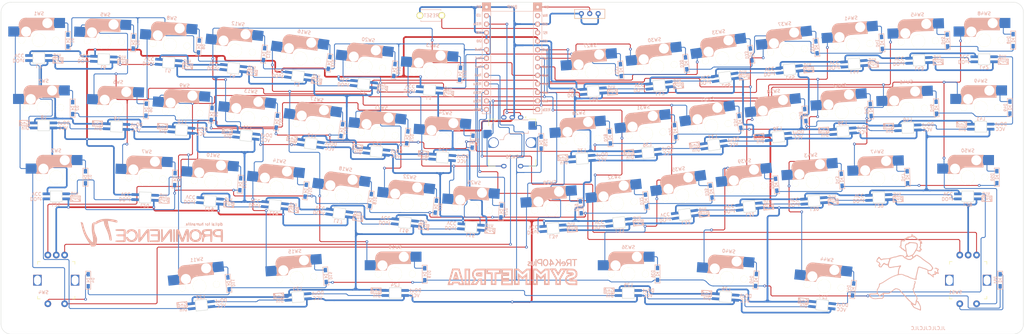
<source format=kicad_pcb>
(kicad_pcb (version 20211014) (generator pcbnew)
  (layers (0 "F.Cu" signal) (31 "B.Cu" signal) (34 "B.Paste" user) (35 "F.Paste" user) (36 "B.SilkS" user "B.Silkscreen") (37 "F.SilkS" user "F.Silkscreen") (38 "B.Mask" user) (39 "F.Mask" user) (44 "Edge.Cuts" user))
  (net 0 "")
  (net 1 "Row0")
  (net 2 "Net-(D1-Pad2)")
  (net 3 "Row1")
  (net 4 "Net-(D2-Pad2)")
  (net 5 "Row2")
  (net 6 "Net-(D3-Pad2)")
  (net 7 "Row3")
  (net 8 "Net-(D4-Pad2)")
  (net 9 "Net-(D5-Pad2)")
  (net 10 "Net-(D6-Pad2)")
  (net 11 "Net-(D7-Pad2)")
  (net 12 "Net-(D8-Pad2)")
  (net 13 "Net-(D9-Pad2)")
  (net 14 "Net-(D10-Pad2)")
  (net 15 "Net-(D11-Pad2)")
  (net 16 "Net-(D12-Pad2)")
  (net 17 "Net-(D13-Pad2)")
  (net 18 "Net-(D14-Pad2)")
  (net 19 "Net-(D15-Pad2)")
  (net 20 "Net-(D16-Pad2)")
  (net 21 "Net-(D17-Pad2)")
  (net 22 "Net-(D18-Pad2)")
  (net 23 "Net-(D19-Pad2)")
  (net 24 "Net-(D20-Pad2)")
  (net 25 "Net-(D21-Pad2)")
  (net 26 "Net-(D22-Pad2)")
  (net 27 "Net-(D23-Pad2)")
  (net 28 "Net-(D24-Pad2)")
  (net 29 "Net-(D25-Pad2)")
  (net 30 "Net-(D26-Pad2)")
  (net 31 "Net-(D27-Pad1)")
  (net 32 "Net-(D28-Pad1)")
  (net 33 "Net-(D29-Pad1)")
  (net 34 "Net-(D30-Pad1)")
  (net 35 "Net-(D31-Pad1)")
  (net 36 "Net-(D32-Pad1)")
  (net 37 "Net-(D33-Pad1)")
  (net 38 "Net-(D34-Pad1)")
  (net 39 "Net-(D35-Pad1)")
  (net 40 "Net-(D36-Pad1)")
  (net 41 "Net-(D37-Pad1)")
  (net 42 "Net-(D38-Pad1)")
  (net 43 "Net-(D39-Pad1)")
  (net 44 "Net-(D40-Pad1)")
  (net 45 "Net-(D41-Pad1)")
  (net 46 "Net-(D42-Pad1)")
  (net 47 "Net-(D43-Pad1)")
  (net 48 "Net-(D44-Pad1)")
  (net 49 "Net-(D45-Pad1)")
  (net 50 "Net-(D46-Pad1)")
  (net 51 "Net-(D47-Pad1)")
  (net 52 "Net-(D48-Pad1)")
  (net 53 "Net-(D49-Pad1)")
  (net 54 "Net-(D50-Pad1)")
  (net 55 "Net-(D51-Pad1)")
  (net 56 "GND")
  (net 57 "Bat+")
  (net 58 "Net-(L1-Pad1)")
  (net 59 "LED")
  (net 60 "VCC")
  (net 61 "Net-(L2-Pad1)")
  (net 62 "Net-(L3-Pad1)")
  (net 63 "Net-(L4-Pad1)")
  (net 64 "Net-(L5-Pad1)")
  (net 65 "Net-(L6-Pad1)")
  (net 66 "Net-(L7-Pad1)")
  (net 67 "Net-(L8-Pad1)")
  (net 68 "Net-(L10-Pad3)")
  (net 69 "Net-(L10-Pad1)")
  (net 70 "Net-(L11-Pad1)")
  (net 71 "Net-(L12-Pad1)")
  (net 72 "Net-(L13-Pad1)")
  (net 73 "Net-(L14-Pad1)")
  (net 74 "Net-(L15-Pad1)")
  (net 75 "Net-(L16-Pad1)")
  (net 76 "Net-(L17-Pad1)")
  (net 77 "Net-(L18-Pad1)")
  (net 78 "Net-(L19-Pad1)")
  (net 79 "Net-(L20-Pad1)")
  (net 80 "Net-(L21-Pad1)")
  (net 81 "Net-(L22-Pad1)")
  (net 82 "Net-(L23-Pad1)")
  (net 83 "Net-(L24-Pad1)")
  (net 84 "Net-(L25-Pad1)")
  (net 85 "Net-(L26-Pad1)")
  (net 86 "Net-(L27-Pad1)")
  (net 87 "Net-(L28-Pad1)")
  (net 88 "Net-(L29-Pad1)")
  (net 89 "Net-(L30-Pad1)")
  (net 90 "Net-(L31-Pad1)")
  (net 91 "Net-(L32-Pad1)")
  (net 92 "Net-(L33-Pad1)")
  (net 93 "Net-(L34-Pad1)")
  (net 94 "Net-(L35-Pad1)")
  (net 95 "Net-(L36-Pad1)")
  (net 96 "Net-(L37-Pad1)")
  (net 97 "Net-(L38-Pad1)")
  (net 98 "Net-(L39-Pad1)")
  (net 99 "Net-(L40-Pad1)")
  (net 100 "Net-(L41-Pad1)")
  (net 101 "Net-(L42-Pad1)")
  (net 102 "Net-(L43-Pad1)")
  (net 103 "Net-(L44-Pad1)")
  (net 104 "Net-(L45-Pad1)")
  (net 105 "Net-(L46-Pad1)")
  (net 106 "Net-(L47-Pad1)")
  (net 108 "Col0")
  (net 109 "RE01a")
  (net 110 "RE01b")
  (net 111 "Col1")
  (net 112 "Col2")
  (net 113 "Col3")
  (net 114 "Col4")
  (net 115 "Col5")
  (net 116 "Col6")
  (net 117 "RE03b")
  (net 118 "RE03a")
  (net 119 "RE02a")
  (net 120 "RE02b")
  (net 121 "Reset")
  (footprint "kbd_SW:CherryMX_Hotswap_1u" (layer "F.Cu") (at 131.591 56.44 -6)
    (fp_text reference "SW21")
    (fp_text value "SW_PUSH" hide)
  )
  (footprint "kbd_Parts:Diode_SMD" (layer "F.Cu") (at 223.2215 35.4469 -84)
    (fp_text reference "D30")
    (fp_text value "D" hide)
  )
  (footprint "kbd_Parts:LED_SK6812MINI-E_BL" (layer "F.Cu") (at 69.1859 35.217 176)
    (fp_text reference "L5")
    (fp_text value "SK6812MINI" hide)
    (fp_line (start 1.75 1.6) (end -1.75 1.6) (layer "Edge.Cuts") (width 0.12))
    (fp_line (start -1.75 -1.6) (end 1.75 -1.6) (layer "Edge.Cuts") (width 0.12))
    (fp_line (start 1.75 -1.6) (end 1.75 1.6) (layer "Edge.Cuts") (width 0.12))
    (fp_line (start -1.75 1.6) (end -1.75 -1.6) (layer "Edge.Cuts") (width 0.12))
  )
  (footprint "kbd_Parts:LED_SK6812MINI-E_BL" (layer "F.Cu") (at 206.0056 103.8168)
    (fp_text reference "L25")
    (fp_text value "SK6812MINI" hide)
    (fp_line (start 1.75 -1.6) (end 1.75 1.6) (layer "Edge.Cuts") (width 0.12))
    (fp_line (start 1.75 1.6) (end -1.75 1.6) (layer "Edge.Cuts") (width 0.12))
    (fp_line (start -1.75 -1.6) (end 1.75 -1.6) (layer "Edge.Cuts") (width 0.12))
    (fp_line (start -1.75 1.6) (end -1.75 -1.6) (layer "Edge.Cuts") (width 0.12))
  )
  (footprint "kbd_SW:CherryMX_Hotswap_1u" (layer "F.Cu") (at 230.6996 54.064 8)
    (fp_text reference "SW34")
    (fp_text value "SW_PUSH" hide)
  )
  (footprint "kbd_Parts:LED_SK6812MINI-E_BL" (layer "F.Cu") (at 35.7059 75.0442 180)
    (fp_text reference "L21")
    (fp_text value "SK6812MINI" hide)
    (fp_line (start 1.75 -1.6) (end 1.75 1.6) (layer "Edge.Cuts") (width 0.12))
    (fp_line (start -1.75 -1.6) (end 1.75 -1.6) (layer "Edge.Cuts") (width 0.12))
    (fp_line (start -1.75 1.6) (end -1.75 -1.6) (layer "Edge.Cuts") (width 0.12))
    (fp_line (start 1.75 1.6) (end -1.75 1.6) (layer "Edge.Cuts") (width 0.12))
  )
  (footprint "kbd_Parts:LED_SK6812MINI-E_BL" (layer "F.Cu") (at 310.934 54.304)
    (fp_text reference "L41")
    (fp_text value "SK6812MINI" hide)
    (fp_line (start 1.75 -1.6) (end 1.75 1.6) (layer "Edge.Cuts") (width 0.12))
    (fp_line (start -1.75 -1.6) (end 1.75 -1.6) (layer "Edge.Cuts") (width 0.12))
    (fp_line (start -1.75 1.6) (end -1.75 -1.6) (layer "Edge.Cuts") (width 0.12))
    (fp_line (start 1.75 1.6) (end -1.75 1.6) (layer "Edge.Cuts") (width 0.12))
  )
  (footprint "kbd_Parts:Micon_BMP_GL" (layer "F.Cu") (at 171.45 35.7187)
    (fp_text reference "U1" hide)
    (fp_text value "BLEMicroPro" hide)
  )
  (footprint "kbd_SW:CherryMX_Hotswap_1u" (layer "F.Cu") (at 30.54 28.55)
    (fp_text reference "SW1")
    (fp_text value "SW_PUSH" hide)
  )
  (footprint "kbd_Parts:Diode_SMD" (layer "F.Cu") (at 214.7123 98.1493 -90)
    (fp_text reference "D36")
    (fp_text value "D" hide)
  )
  (footprint "kbd_Parts:Diode_SMD" (layer "F.Cu") (at 136.3657 37.4445 84)
    (fp_text reference "D20")
    (fp_text value "D" hide)
  )
  (footprint "kbd_Parts:Diode_SMD" (layer "F.Cu") (at 244.0171 99.9409 -94)
    (fp_text reference "D40")
    (fp_text value "D" hide)
  )
  (footprint "kbd_Parts:Diode_SMD" (layer "F.Cu") (at 45.2438 100.0125 90)
    (fp_text reference "D4")
    (fp_text value "D" hide)
  )
  (footprint "kbd_Parts:LED_SK6812MINI-E_BL" (layer "F.Cu") (at 234.9562 104.9888 -4)
    (fp_text reference "L26")
    (fp_text value "SK6812MINI" hide)
    (fp_line (start -1.75 -1.6) (end 1.75 -1.6) (layer "Edge.Cuts") (width 0.12))
    (fp_line (start 1.75 -1.6) (end 1.75 1.6) (layer "Edge.Cuts") (width 0.12))
    (fp_line (start -1.75 1.6) (end -1.75 -1.6) (layer "Edge.Cuts") (width 0.12))
    (fp_line (start 1.75 1.6) (end -1.75 1.6) (layer "Edge.Cuts") (width 0.12))
  )
  (footprint "kbd_Parts:Diode_SMD" (layer "F.Cu") (at 86.9996 100.9437 96)
    (fp_text reference "D11")
    (fp_text value "D" hide)
  )
  (footprint "kbd_Parts:LED_SK6812MINI-E_BL" (layer "F.Cu") (at 100.779 77.7101 174)
    (fp_text reference "L18")
    (fp_text value "SK6812MINI" hide)
    (fp_line (start 1.75 -1.6) (end 1.75 1.6) (layer "Edge.Cuts") (width 0.12))
    (fp_line (start -1.75 -1.6) (end 1.75 -1.6) (layer "Edge.Cuts") (width 0.12))
    (fp_line (start -1.75 1.6) (end -1.75 -1.6) (layer "Edge.Cuts") (width 0.12))
    (fp_line (start 1.75 1.6) (end -1.75 1.6) (layer "Edge.Cuts") (width 0.12))
  )
  (footprint "kbd_SW:CherryMX_Hotswap_1u" (layer "F.Cu") (at 211.3154 56.44 6)
    (fp_text reference "SW31")
    (fp_text value "SW_PUSH" hide)
  )
  (footprint "kbd_Parts:LED_SK6812MINI-E_BL" (layer "F.Cu") (at 289.223 54.6448 2)
    (fp_text reference "L40")
    (fp_text value "SK6812MINI" hide)
    (fp_line (start 1.75 1.6) (end -1.75 1.6) (layer "Edge.Cuts") (width 0.12))
    (fp_line (start -1.75 -1.6) (end 1.75 -1.6) (layer "Edge.Cuts") (width 0.12))
    (fp_line (start -1.75 1.6) (end -1.75 -1.6) (layer "Edge.Cuts") (width 0.12))
    (fp_line (start 1.75 -1.6) (end 1.75 1.6) (layer "Edge.Cuts") (width 0.12))
  )
  (footprint "kbd_SW:CherryMX_Hotswap_1.75u" (layer "F.Cu") (at 35.7188 69.36)
    (fp_text reference "SW3")
    (fp_text value "SW_PUSH" hide)
  )
  (footprint "kbd_SW:CherryMX_Hotswap_1u" (layer "F.Cu") (at 108.4092 33.985 -8)
    (fp_text reference "SW16")
    (fp_text value "SW_PUSH" hide)
  )
  (footprint "kbd_Parts:LED_SK6812MINI-E_BL" (layer "F.Cu") (at 234.7856 39.6136 -172)
    (fp_text reference "L46")
    (fp_text value "SK6812MINI" hide)
    (fp_line (start 1.75 -1.6) (end 1.75 1.6) (layer "Edge.Cuts") (width 0.12))
    (fp_line (start -1.75 1.6) (end -1.75 -1.6) (layer "Edge.Cuts") (width 0.12))
    (fp_line (start 1.75 1.6) (end -1.75 1.6) (layer "Edge.Cuts") (width 0.12))
    (fp_line (start -1.75 -1.6) (end 1.75 -1.6) (layer "Edge.Cuts") (width 0.12))
  )
  (footprint "kbd_Parts:Diode_SMD" (layer "F.Cu") (at 81.9725 50.5269 86)
    (fp_text reference "D9")
    (fp_text value "D" hide)
  )
  (footprint "kbd_Parts:Diode_SMD" (layer "F.Cu") (at 180.0685 59.0399 90)
    (fp_text reference "D26")
    (fp_text value "D" hide)
  )
  (footprint "kbd_Parts:Diode_SMD" (layer "F.Cu") (at 90.5028 71.4328 86)
    (fp_text reference "D10")
    (fp_text value "D" hide)
  )
  (footprint "kbd_Parts:LED_SK6812MINI-E_BL" (layer "F.Cu") (at 211.8943 62.0923 6)
    (fp_text reference "L36")
    (fp_text value "SK6812MINI" hide)
    (fp_line (start 1.75 -1.6) (end 1.75 1.6) (layer "Edge.Cuts") (width 0.12))
    (fp_line (start -1.75 -1.6) (end 1.75 -1.6) (layer "Edge.Cuts") (width 0.12))
    (fp_line (start -1.75 1.6) (end -1.75 -1.6) (layer "Edge.Cuts") (width 0.12))
    (fp_line (start 1.75 1.6) (end -1.75 1.6) (layer "Edge.Cuts") (width 0.12))
  )
  (footprint "kbd_SW:CherryMX_Hotswap_1u" (layer "F.Cu") (at 272.8491 29.907 4)
    (fp_text reference "SW41")
    (fp_text value "SW_PUSH" hide)
  )
  (footprint "kbd_SW:CherryMX_Hotswap_1u" (layer "F.Cu") (at 195.1702 38.057 4)
    (fp_text reference "SW27")
    (fp_text value "SW_PUSH" hide)
  )
  (footprint "kbd_Parts:LED_SK6812MINI-E_BL" (layer "F.Cu") (at 263.7143 107.426 -6)
    (fp_text reference "L27")
    (fp_text value "SK6812MINI" hide)
    (fp_line (start 1.75 1.6) (end -1.75 1.6) (layer "Edge.Cuts") (width 0.12))
    (fp_line (start 1.75 -1.6) (end 1.75 1.6) (layer "Edge.Cuts") (width 0.12))
    (fp_line (start -1.75 1.6) (end -1.75 -1.6) (layer "Edge.Cuts") (width 0.12))
    (fp_line (start -1.75 -1.6) (end 1.75 -1.6) (layer "Edge.Cuts") (width 0.12))
  )
  (footprint "kbd_Parts:RotaryEncoder_EC12E" (layer "F.Cu") (at 35.7188 100.0125 -90)
    (fp_text reference "SW4")
    (fp_text value "RotaryEncoder_Switch")
  )
  (footprint "kbd_SW:CherryMX_Hotswap_1.75u" (layer "F.Cu") (at 235.37 99.32 -4)
    (fp_text reference "SW40")
    (fp_text value "SW_PUSH" hide)
  )
  (footprint "kbd_SW:CherryMX_Hotswap_1u" (layer "F.Cu") (at 311.9438 28.55)
    (fp_text reference "SW48")
    (fp_text value "SW_PUSH" hide)
  )
  (footprint "kbd_SW:CherryMX_Hotswap_1.25u" (layer "F.Cu") (at 310.95 48.625)
    (fp_text reference "SW49")
    (fp_text value "SW_PUSH" hide)
  )
  (footprint "kbd_SW:CherryMX_Hotswap_1u" (layer "F.Cu") (at 250.0835 51.686 6)
    (fp_text reference "SW38")
    (fp_text value "SW_PUSH" hide)
  )
  (footprint "kbd_SW:CherryMX_Hotswap_1u" (layer "F.Cu") (at 73.367 49.985 -4)
    (fp_text reference "SW9")
    (fp_text value "SW_PUSH" hide)
  )
  (footprint "kbd_SW:CherryMX_Hotswap_1u" (layer "F.Cu") (at 292.3517 28.89 2)
    (fp_text reference "SW45")
    (fp_text value "SW_PUSH" hide)
  )
  (footprint "kbd_Parts:Diode_SMD" (layer "F.Cu") (at 297.7076 48.6742 -88)
    (fp_text reference "D46")
    (fp_text value "D" hide)
  )
  (footprint "kbd_Parts:Diode_SMD" (layer "F.Cu") (at 258.6988 50.8359 -84)
    (fp_text reference "D38")
    (fp_text value "D" hide)
  )
  (footprint "kbd_SW:CherryMX_Hotswap_1u" (layer "F.Cu") (at 89.0252 31.605 -6)
    (fp_text reference "SW12")
    (fp_text value "SW_PUSH" hide)
  )
  (footprint "kbd_Parts:LED_SK6812MINI-E_BL" (layer "F.Cu") (at 107.6778 104.9886 4)
    (fp_text reference "L23")
    (fp_text value "SK6812MINI" hide)
    (fp_line (start 1.75 -1.6) (end 1.75 1.6) (layer "Edge.Cuts") (width 0.12))
    (fp_line (start 1.75 1.6) (end -1.75 1.6) (layer "Edge.Cuts") (width 0.12))
    (fp_line (start -1.75 1.6) (end -1.75 -1.6) (layer "Edge.Cuts") (width 0.12))
    (fp_line (start -1.75 -1.6) (end 1.75 -1.6) (layer "Edge.Cuts") (width 0.12))
  )
  (footprint "kbd_SW:CherryMX_Hotswap_1u" (layer "F.Cu") (at 120.7315 74.8 -8)
    (fp_text reference "SW18")
    (fp_text value "SW_PUSH" hide)
  )
  (footprint "kbd_Parts:Diode_SMD" (layer "F.Cu") (at 203.7976 37.4755 -86)
    (fp_text reference "D27")
    (fp_text value "D" hide)
  )
  (footprint "kbd_Parts:Diode_SMD" (layer "F.Cu") (at 116.9344 35.3254 82)
    (fp_text reference "D16")
    (fp_text value "D" hide)
  )
  (footprint "kbd_Parts:Diode_SMD" (layer "F.Cu") (at 316.7063 100.0125 -90)
    (fp_text reference "D51")
    (fp_text value "D" hide)
  )
  (footprint "kbd_SW:CherryMX_Hotswap_1u" (layer "F.Cu") (at 127.7938 36.36 -6)
    (fp_text reference "SW20")
    (fp_text value "SW_PUSH" hide)
  )
  (footprint "kbd_Parts:LED_SK6812MINI-E_BL" (layer "F.Cu") (at 107.6473 39.2476 172)
    (fp_text reference "L3")
    (fp_text value "SK6812MINI" hide)
    (fp_line (start -1.75 -1.6) (end 1.75 -1.6) (layer "Edge.Cuts") (width 0.12))
    (fp_line (start -1.75 1.6) (end -1.75 -1.6) (layer "Edge.Cuts") (width 0.12))
    (fp_line (start 1.75 1.6) (end -1.75 1.6) (layer "Edge.Cuts") (width 0.12))
    (fp_line (start 1.75 -1.6) (end 1.75 1.6) (layer "Edge.Cuts") (width 0.12))
  )
  (footprint "kbd_SW:CherryMX_Hotswap_1.25u" (layer "F.Cu") (at 206.0212 98.13)
    (fp_text reference "SW36")
    (fp_text value "SW_PUSH" hide)
  )
  (footprint "kbd_Parts:Diode_SMD" (layer "F.Cu") (at 71.0268 69.915 88)
    (fp_text reference "D7")
    (fp_text value "D" hide)
  )
  (footprint "kbd_Parts:Diode_SMD" (layer "F.Cu") (at 40.6 48.775 90)
    (fp_text reference "D2")
    (fp_text value "D" hide)
  )
  (footprint "kbd_Parts:Diode_SMD" (layer "F.Cu") (at 101.3869 52.8037 84)
    (fp_text reference "D13")
    (fp_text value "D" hide)
  )
  (footprint "kbd_Parts:LED_SK6812MINI-E_BL" (layer "F.Cu") (at 81.4739 76.3883 176)
    (fp_text reference "L19")
    (fp_text value "SK6812MINI" hide)
    (fp_line (start 1.75 -1.6) (end 1.75 1.6) (layer "Edge.Cuts") (width 0.12))
    (fp_line (start 1.75 1.6) (end -1.75 1.6) (layer "Edge.Cuts") (width 0.12))
    (fp_line (start -1.75 -1.6) (end 1.75 -1.6) (layer "Edge.Cuts") (width 0.12))
    (fp_line (start -1.75 1.6) (end -1.75 -1.6) (layer "Edge.Cuts") (width 0.12))
  )
  (footprint "kbd_Parts:LED_SK6812MINI-E_BL" (layer "F.Cu") (at 78.9276 107.4281 6)
    (fp_text reference "L22")
    (fp_text value "SK6812MINI" hide)
    (fp_line (start -1.75 -1.6) (end 1.75 -1.6) (layer "Edge.Cuts") (width 0.12))
    (fp_line (start -1.75 1.6) (end -1.75 -1.6) (layer "Edge.Cuts") (width 0.12))
    (fp_line (start 1.75 -1.6) (end 1.75 1.6) (layer "Edge.Cuts") (width 0.12))
    (fp_line (start 1.75 1.6) (end -1.75 1.6) (layer "Edge.Cuts") (width 0.12))
  )
  (footprint "kbd_Parts:LED_SK6812MINI-E_BL" (layer "F.Cu") (at 30.5291 33.8649 180)
    (fp_text reference "L7")
    (fp_text value "SK6812MINI" hide)
    (fp_line (start 1.75 1.6) (end -1.75 1.6) (layer "Edge.Cuts") (width 0.12))
    (fp_line (start 1.75 -1.6) (end 1.75 1.6) (layer "Edge.Cuts") (width 0.12))
    (fp_line (start -1.75 -1.6) (end 1.75 -1.6) (layer "Edge.Cuts") (width 0.12))
    (fp_line (start -1.75 1.6) (end -1.75 -1.6) (layer "Edge.Cuts") (width 0.12))
  )
  (footprint "kbd_Parts:Diode_SMD" (layer "F.Cu") (at 140.2198 57.4824 84)
    (fp_text reference "D21")
    (fp_text value "D" hide)
  )
  (footprint "kbd_Parts:LED_SK6812MINI-E_BL" (layer "F.Cu") (at 62.1785 75.3786 178)
    (fp_text reference "L20")
    (fp_text value "SK6812MINI" hide)
    (fp_line (start -1.75 1.6) (end -1.75 -1.6) (layer "Edge.Cuts") (width 0.12))
    (fp_line (start 1.75 1.6) (end -1.75 1.6) (layer "Edge.Cuts") (width 0.12))
    (fp_line (start 1.75 -1.6) (end 1.75 1.6) (layer "Edge.Cuts") (width 0.12))
    (fp_line (start -1.75 -1.6) (end 1.75 -1.6) (layer "Edge.Cuts") (width 0.12))
  )
  (footprint "kbd_Parts:Diode_SMD" (layer "F.Cu") (at 262.0408 30.6814 -84)
    (fp_text reference "D37")
    (fp_text value "D" hide)
  )
  (footprint "kbd_Parts:LED_SK6812MINI-E_BL" (layer "F.Cu") (at 72.9828 55.2982 -4)
    (fp_text reference "L10")
    (fp_text value "SK6812MINI" hide)
    (fp_line (start -1.75 -1.6) (end 1.75 -1.6) (layer "Edge.Cuts") (width 0.12))
    (fp_line (start -1.75 1.6) (end -1.75 -1.6) (layer "Edge.Cuts") (width 0.12))
    (fp_line (start 1.75 -1.6) (end 1.75 1.6) (layer "Edge.Cuts") (width 0.12))
    (fp_line (start 1.75 1.6) (end -1.75 1.6) (layer "Edge.Cuts") (width 0.12))
  )
  (footprint "kbd_SW:CherryMX_Hotswap_1u" (layer "F.Cu") (at 241.4411 72.42 6)
    (fp_text reference "SW39")
    (fp_text value "SW_PUSH" hide)
  )
  (footprint "kbd_SW:CherryMX_Hotswap_1u" (layer "F.Cu") (at 191.8601 58.135 4)
    (fp_text reference "SW28")
    (fp_text value "SW_PUSH" hide)
  )
  (footprint "kbd_SW:CherryMX_Hotswap_1u" (layer "F.Cu") (at 202.6731 77.178 6)
    (fp_text reference "SW32")
    (fp_text value "SW_PUSH" hide)
  )
  (footprint "kbd_Parts:LED_SK6812MINI-E_BL" (layer "F.Cu") (at 273.233 35.5719 -176)
    (fp_text reference "L44")
    (fp_text value "SK6812MINI" hide)
    (fp_line (start 1.75 -1.6) (end 1.75 1.6) (layer "Edge.Cuts") (width 0.12))
    (fp_line (start -1.75 1.6) (end -1.75 -1.6) (layer "Edge.Cuts") (width 0.12))
    (fp_line (start -1.75 -1.6) (end 1.75 -1.6) (layer "Edge.Cuts") (width 0.12))
    (fp_line (start 1.75 1.6) (end -1.75 1.6) (layer "Edge.Cuts") (width 0.12))
  )
  (footprint "kbd_SW:CherryMX_Hotswap_1u" (layer "F.Cu") (at 81.892 70.72 -4)
    (fp_text reference "SW10")
    (fp_text value "SW_PUSH" hide)
  )
  (footprint "kbd_Parts:Diode_SMD" (layer "F.Cu") (at 159.6648 58.7708 86)
    (fp_text reference "D24")
    (fp_text value "D" hide)
  )
  (footprint "kbd_SW:CherryMX_Hotswap_1u" (layer "F.Cu") (at 101.3474 72.42 -6)
    (fp_text reference "SW14")
    (fp_text value "SW_PUSH" hide)
  )
  (footprint "kbd_Parts:LED_SK6812MINI-E_BL" (layer "F.Cu") (at 242.0171 78.0856 -174)
    (fp_text reference "L31")
    (fp_text value "SK6812MINI" hide)
    (fp_line (start 1.75 -1.6) (end 1.75 1.6) (layer "Edge.Cuts") (width 0.12))
    (fp_line (start -1.75 -1.6) (end 1.75 -1.6) (layer "Edge.Cuts") (width 0.12))
    (fp_line (start 1.75 1.6) (end -1.75 1.6) (layer "Edge.Cuts") (width 0.12))
    (fp_line (start -1.75 1.6) (end -1.75 -1.6) (layer "Edge.Cuts") (width 0.12))
  )
  (footprint "kbd_SW:CherryMX_Hotswap_1u" (layer "F.Cu") (at 289.0421 48.965 2)
    (fp_text reference "SW46")
    (fp_text value "SW_PUSH" hide)
  )
  (footprint "kbd_Parts:Diode_SMD" (layer "F.Cu") (at 168.2065 79.5357 86)
    (fp_text reference "D25")
    (fp_text value "D" hide)
  )
  (footprint "kbd_Parts:LED_SK6812MINI-E_BL" (layer "F.Cu") (at 250.6657 57.3355 6)
    (fp_text reference "L38")
    (fp_text value "SK6812MINI" hide)
    (fp_line (start -1.75 1.6) (end -1.75 -1.6) (layer "Edge.Cuts") (width 0.12))
    (fp_line (start 1.75 -1.6) (end 1.75 1.6) (layer "Edge.Cuts") (width 0.12))
    (fp_line (start -1.75 -1.6) (end 1.75 -1.6) (layer "Edge.Cuts") (width 0.12))
    (fp_line (start 1.75 1.6) (end -1.75 1.6) (layer "Edge.Cuts") (width 0.12))
  )
  (footprint "kbd_Parts:Diode_SMD" (layer "F.Cu") (at 145.3999 98.2199 90)
    (fp_text reference "D19")
    (fp_text value "D" hide)
  )
  (footprint "kbd_Parts:Diode_SMD" (layer "F.Cu") (at 191.8644 78.2918 -86)
    (fp_text reference "D29")
    (fp_text value "D" hide)
  )
  (footprint "kbd_Parts:Diode_SMD" (layer "F.Cu") (at 58.6809 29.2642 88)
    (fp_text reference "D5")
    (fp_text value "D" hide)
  )
  (footprint "kbd_Parts:Diode_SMD" (layer "F.Cu") (at 242.5827 32.802 -82)
    (fp_text reference "D33")
    (fp_text value "D" hide)
  )
  (footprint "kbd_Parts:Diode_SMD" (layer "F.Cu") (at 281.5131 29.3691 -86)
    (fp_text reference "D41")
    (fp_text value "D" hide)
  )
  (footprint "kbd_Parts:LED_SK6812MINI-E_BL" (layer "F.Cu") (at 159.1841 84.1775 176)
    (fp_text reference "L15")
    (fp_text value "SK6812MINI" hide)
    (fp_line (start 1.75 -1.6) (end 1.75 1.6) (layer "Edge.Cuts") (width 0.12))
    (fp_line (start -1.75 -1.6) (end 1.75 -1.6) (layer "Edge.Cuts") (width 0.12))
    (fp_line (start 1.75 1.6) (end -1.75 1.6) (layer "Edge.Cuts") (width 0.12))
    (fp_line (start -1.75 1.6) (end -1.75 -1.6) (layer "Edge.Cuts") (width 0.12))
  )
  (footprint "kbd_Parts:Diode_SMD" (layer "F.Cu") (at 39.1894 28.675 90)
    (fp_text reference "D1")
    (fp_text value "D" hide)
  )
  (footprint "kbd_Parts:LED_SK6812MINI-E_BL" (layer "F.Cu") (at 127.229 41.6515 174)
    (fp_text reference "L2")
    (fp_text value "SK6812MINI" hide)
    (fp_line (start 1.75 -1.6) (end 1.75 1.6) (layer "Edge.Cuts") (width 0.12))
    (fp_line (start -1.75 1.6) (end -1.75 -1.6) (layer "Edge.Cuts") (width 0.12))
    (fp_line (start 1.75 1.6) (end -1.75 1.6) (layer "Edge.Cuts") (width 0.12))
    (fp_line (start -1.75 -1.6) (end 1.75 -1.6) (layer "Edge.Cuts") (width 0.12))
  )
  (footprint "Switch_CherryMX_Kailh_Socket:SW_Cherry_MX_1.00u_Kailh_EC12" (layer "F.Cu") (at 171.45 59.0399)
    (fp_text reference "SW26")
    (fp_text value "RotaryEncoder_Switch")
  )
  (footprint "kbd_Parts:LED_SK6812MINI-E_BL" (layer "F.Cu") (at 49.8575 34.2072 178)
    (fp_text reference "L6")
    (fp_text value "SK6812MINI" hide)
    (fp_line (start -1.75 -1.6) (end 1.75 -1.6) (layer "Edge.Cuts") (width 0.12))
    (fp_line (start 1.75 -1.6) (end 1.75 1.6) (layer "Edge.Cuts") (width 0.12))
    (fp_line (start -1.75 1.6) (end -1.75 -1.6) (layer "Edge.Cuts") (width 0.12))
    (fp_line (start 1.75 1.6) (end -1.75 1.6) (layer "Edge.Cuts") (width 0.12))
  )
  (footprint "kbd_Parts:LED_SK6812MINI-E_BL" (layer "F.Cu") (at 231.4768 59.693 8)
    (fp_text reference "L37")
    (fp_text value "SK6812MINI" hide)
    (fp_line (start -1.75 1.6) (end -1.75 -1.6) (layer "Edge.Cuts") (width 0.12))
    (fp_line (start -1.75 -1.6) (end 1.75 -1.6) (layer "Edge.Cuts") (width 0.12))
    (fp_line (start 1.75 1.6) (end -1.75 1.6) (layer "Edge.Cuts") (width 0.12))
    (fp_line (start 1.75 -1.6) (end 1.75 1.6) (layer "Edge.Cuts") (width 0.12))
  )
  (footprint "kbd_SW:CherryMX_Hotswap_1.75u" (layer "F.Cu") (at 307.07 69.36)
    (fp_text reference "SW50")
    (fp_text value "SW_PUSH" hide)
  )
  (footprint "kbd_Parts:Diode_SMD" (layer "F.Cu") (at 120.7246 55.3341 82)
    (fp_text reference "D17")
    (fp_text value "D" hide)
  )
  (footprint "kbd_SW:CherryMX_Hotswap_1u" (layer "F.Cu") (at 253.3936 31.605 6)
    (fp_text reference "SW37")
    (fp_text value "SW_PUSH" hide)
  )
  (footprint "kbd_Parts:LED_SK6812MINI-E_BL" (layer "F.Cu") (at 131.0164 61.7222 -6)
    (fp_text reference "L13")
    (fp_text value "SK6812MINI" hide)
    (fp_line (start 1.75 1.6) (end -1.75 1.6) (layer "Edge.Cuts") (width 0.12))
    (fp_line (start 1.75 -1.6) (end 1.75 1.6) (layer "Edge.Cuts") (width 0.12))
    (fp_line (start -1.75 -1.6) (end 1.75 -1.6) (layer "Edge.Cuts") (width 0.12))
    (fp_line (start -1.75 1.6) (end -1.75 -1.6) (layer "Edge.Cuts") (width 0.12))
  )
  (footprint "kbd_SW:CherryMX_Hotswap_1u" (layer "F.Cu") (at 214.6256 36.36 6)
    (fp_text reference "SW30")
    (fp_text value "SW_PUSH" hide)
  )
  (footprint "kbd_SW:CherryMX_Hotswap_1u" (layer "F.Cu") (at 53.8641 48.965 -2)
    (fp_text reference "SW6")
    (fp_text value "SW_PUSH" hide)
  )
  (footprint "kbd_SW:CherryMX_Hotswap_1u" (layer "F.Cu") (at 62.3891 69.7 -2)
    (fp_text reference "SW7")
    (fp_text value "SW_PUSH" hide)
  )
  (footprint "kbd_SW:CherryMX_Hotswap_1u" (layer "F.Cu") (at 151.047 58.135 -4)
    (fp_text reference "SW24")
    (fp_text value "SW_PUSH" hide)
  )
  (footprint "kbd_SW:CherryMX_Hotswap_1.75u" (layer "F.Cu") (at 107.297 99.32 4)
    (fp_text reference "SW15")
    (fp_text value "SW_PUSH" hide)
  )
  (footprint "kbd_SW:CherryMX_Hotswap_1u" (layer "F.Cu") (at 92.8224 51.686 -6)
    (fp_text reference "SW13")
    (fp_text value "SW_PUSH" hide)
  )
  (footprint "kbd_SW:CherryMX_Hotswap_1u" (layer "F.Cu") (at 222.0571 74.8 8)
    (fp_text reference "SW35")
    (fp_text value "SW_PUSH" hide)
  )
  (footprint "kbd_Parts:RotaryEncoder_EC12E" (layer "F.Cu") (at 307.1813 100.0125 -90)
    (fp_text reference "SW51")
    (fp_text value "RotaryEncoder_Switch")
  )
  (footprint "kbd_SW:CherryMX_Hotswap_1.25u" (layer "F.Cu") (at 264.3198 101.77 -6)
    (fp_text reference "SW44")
    (fp_text value "SW_PUSH" hide)
  )
  (footprint "kbd_Parts:LED_SK6812MINI-E_BL" (layer "F.Cu") (at 31.9462 53.9373)
    (fp_text reference "L8")
    (fp_text value "SK6812MINI" hide)
    (fp_line (start -1.75 -1.6) (end 1.75 -1.6) (layer "Edge.Cuts") (width 0.12))
    (fp_line (start -1.75 1.6) (end -1.75 -1.6) (layer "Edge.Cuts") (width 0.12))
    (fp_line (start 1.75 1.6) (end -1.75 1.6) (layer "Edge.Cuts") (width 0.12))
    (fp_line (start 1.75 -1.6) (end 1.75 1.6) (layer "Edge.Cuts") (width 0.12))
  )
  (footprint "kbd_Parts:LED_SK6812MINI-E_BL" (layer "F.Cu") (at 88.4504 36.8946 174)
    (fp_text reference "L4")
    (fp_text value "SK6812MINI" hide)
    (fp_line (start 1.75 -1.6) (end 1.75 1.6) (layer "Edge.Cuts") (width 0.12))
    (fp_line (start -1.75 -1.6) (end 1.75 -1.6) (layer "Edge.Cuts") (width 0.12))
    (fp_line (start 1.75 1.6) (end -1.75 1.6) (layer "Edge.Cuts") (width 0.12))
    (fp_line (start -1.75 1.6) (end -1.75 -1.6) (layer "Edge.Cuts") (width 0.12))
  )
  (footprint "kbd_Parts:Diode_SMD" (layer "F.Cu") (at 272.9293 102.7517 -96)
    (fp_text reference "D44")
    (fp_text value "D" hide)
  )
  (footprint "kbd_SW:CherryMX_Hotswap_1u" (layer "F.Cu") (at 280.3996 69.7 2)
    (fp_text reference "SW47")
    (fp_text value "SW_PUSH" hide)
  )
  (footprint "kbd_SW:CherryMX_Hotswap_1u" (layer "F.Cu") (at 140.116 77.178 -6)
    (fp_text reference "SW22")
    (fp_text value "SW_PUSH" hide)
  )
  (footprint "kbd_Parts:Diode_SMD" (layer "F.Cu") (at 129.2837 76.1404 82)
    (fp_text reference "D18")
    (fp_text value "D" hide)
  )
  (footprint "kbd_SW:CherryMX_Hotswap_1u" (layer "F.Cu") (at 159.5717 78.875 -4)
    (fp_text reference "SW25")
    (fp_text value "SW_PUSH" hide)
  )
  (footprint "kbd_Parts:Diode_SMD" (layer "F.Cu") (at 239.248 52.8678 -82)
    (fp_text reference "D34")
    (fp_text value "D" hide)
  )
  (footprint "kbd_Parts:LED_SK6812MINI-E_BL" (layer "F.Cu") (at 183.5963 84.5485 -176)
    (fp_text reference "L34")
    (fp_text value "SK6812MINI" hide)
    (fp_line (start -1.75 -1.6) (end 1.75 -1.6) (layer "Edge.Cuts") (width 0.12))
    (fp_line (start 1.75 1.6) (end -1.75 1.6) (layer "Edge.Cuts") (width 0.12))
    (fp_line (start -1.75 1.6) (end -1.75 -1.6) (layer "Edge.Cuts") (width 0.12))
    (fp_line (start 1.75 -1.6) (end 1.75 1.6) (layer "Edge.Cuts") (width 0.12))
  )
  (footprint "kbd_Parts:Diode_SMD" (layer "F.Cu") (at 78.1779 30.4298 86)
    (fp_text reference "D8")
    (fp_text value "D" hide)
  )
  (footprint "kbd_Parts:LED_SK6812MINI-E_BL" (layer "F.Cu") (at 195.5623 43.7315 -176)
    (fp_text reference "L48")
    (fp_text value "SK6812MINI" hide)
    (fp_line (start -1.75 -1.6) (end 1.75 -1.6) (layer "Edge.Cuts") (width 0.12))
    (fp_line (start 1.75 -1.6) (end 1.75 1.6) (layer "Edge.Cuts") (width 0.12))
    (fp_line (start -1.75 1.6) (end -1.75 -1.6) (layer "Edge.Cuts") (width 0.12))
    (fp_line (start 1.75 1.6) (end -1.75 1.6) (layer "Edge.Cuts") (width 0.12))
  )
  (footprint "kbd_Parts:LED_SK6812MINI-E_BL" (layer "F.Cu") (at 111.4552 59.3301 -8)
    (fp_text reference "L12")
    (fp_text value "SK6812MINI" hide)
    (fp_line (start 1.75 -1.6) (end 1.75 1.6) (layer "Edge.Cuts") (width 0.12))
    (fp_line (start -1.75 -1.6) (end 1.75 -1.6) (layer "Edge.Cuts") (width 0.12))
    (fp_line (start -1.75 1.6) (end -1.75 -1.6) (layer "Edge.Cuts") (width 0.12))
    (fp_line (start 1.75 1.6) (end -1.75 1.6) (layer "Edge.Cuts") (width 0.12))
  )
  (footprint "kbd_SW:CherryMX_Hotswap_1u" (layer "F.Cu") (at 260.8966 70.72 4)
    (fp_text reference "SW43")
    (fp_text value "SW_PUSH" hide)
  )
  (footprint "kbd_Parts:LED_SK6812MINI-E_BL" (layer "F.Cu") (at 253.9725 37.2576 -174)
    (fp_text reference "L45")
    (fp_text value "SK6812MINI" hide)
    (fp_line (start -1.75 1.6) (end -1.75 -1.6) (layer "Edge.Cuts") (width 0.12))
    (fp_line (start -1.75 -1.6) (end 1.75 -1.6) (layer "Edge.Cuts") (width 0.12))
    (fp_line (start 1.75 -1.6) (end 1.75 1.6) (layer "Edge.Cuts") (width 0.12))
    (fp_line (start 1.75 1.6) (end -1.75 1.6) (layer "Edge.Cuts") (width 0.12))
  )
  (footprint "kbd_Parts:LED_SK6812MINI-E_BL" (layer "F.Cu") (at 269.9188 55.652 4)
    (fp_text reference "L39")
    (fp_text value "SK6812MINI" hide)
    (fp_line (start -1.75 1.6) (end -1.75 -1.6) (layer "Edge.Cuts") (width 0.12))
    (fp_line (start -1.75 -1.6) (end 1.75 -1.6) (layer "Edge.Cuts") (width 0.12))
    (fp_line (start 1.75 -1.6) (end 1.75 1.6) (layer "Edge.Cuts") (width 0.12))
    (fp_line (start 1.75 1.6) (end -1.75 1.6) (layer "Edge.Cuts") (width 0.12))
  )
  (footprint "kbd_Parts:LED_SK6812MINI-E_BL" (layer "F.Cu") (at 146.8682 43.3484 176)
    (fp_text reference "L1")
    (fp_text value "SK6812MINI" hide)
    (fp_line (start -1.75 -1.6) (end 1.75 -1.6) (layer "Edge.Cuts") (width 0.12))
    (fp_line (start -1.75 1.6) (end -1.75 -1.6) (layer "Edge.Cuts") (width 0.12))
    (fp_line (start 1.75 -1.6) (end 1.75 1.6) (layer "Edge.Cuts") (width 0.12))
    (fp_line (start 1.75 1.6) (end -1.75 1.6) (layer "Edge.Cuts") (width 0.12))
  )
  (footprint "kbd_Parts:Diode_SMD" (layer "F.Cu") (at 269.5366 70.1275 -86)
    (fp_text reference "D43")
    (fp_text value "D" hide)
  )
  (footprint "kbd_Parts:Diode_SMD" (layer "F.Cu") (at 219.9599 55.6149 -84)
    (fp_text reference "D31")
    (fp_text value "D" hide)
  )
  (footprint "kbd_Parts:LED_SK6812MINI-E_BL" (layer "F.Cu") (at 280.5841 75.3826 -178)
    (fp_text reference "L29")
    (fp_text value "SK6812MINI" hide)
    (fp_line (start -1.75 -1.6) (end 1.75 -1.6) (layer "Edge.Cuts") (width 0.12))
    (fp_line (start -1.75 1.6) (end -1.75 -1.6) (layer "Edge.Cuts") (width 0.12))
    (fp_line (start 1.75 -1.6) (end 1.75 1.6) (layer "Edge.Cuts") (width 0.12))
    (fp_line (start 1.75 1.6) (end -1.75 1.6) (layer "Edge.Cuts") (width 0.12))
  )
  (footprint "kbd_Parts:LED_SK6812MINI-E_BL" (layer "F.Cu") (at 311.9312 34.2341 180)
    (fp_text reference "L42")
    (fp_text value "SK6812MINI" hide)
    (fp_line (start 1.75 1.6) (end -1.75 1.6) (layer "Edge.Cuts") (width 0.12))
    (fp_line (start 1.75 -1.6) (end 1.75 1.6) (layer "Edge.Cuts") (width 0.12))
    (fp_line (start -1.75 -1.6) (end 1.75 -1.6) (layer "Edge.Cuts") (width 0.12))
    (fp_line (start -1.75 1.6) (end -1.75 -1.6) (layer "Edge.Cuts") (width 0.12))
  )
  (footprint "kbd_Parts:Diode_SMD" (layer "F.Cu") (at 155.9308 38.5772 86)
    (fp_text reference "D23")
    (fp_text value "D" hide)
  )
  (footprint "kbd_Parts:LED_SK6812MINI-E_BL" (layer "F.Cu") (at 92.2507 56.9781 -6)
    (fp_text reference "L11")
    (fp_text value "SK6812MINI" hide)
    (fp_line (start 1.75 1.6) (end -1.75 1.6) (layer "Edge.Cuts") (width 0.12))
    (fp_line (start 1.75 -1.6) (end 1.75 1.6) (layer "Edge.Cuts") (width 0.12))
    (fp_line (start -1.75 1.6) (end -1.75 -1.6) (layer "Edge.Cuts") (width 0.12))
    (fp_line (start -1.75 -1.6) (end 1.75 -1.6) (layer "Edge.Cuts") (width 0.12))
  )
  (footprint "kbd_SW:CherryMX_Hotswap_1.25u" (layer "F.Cu") (at 31.9563 48.625)
    (fp_text reference "SW2")
    (fp_text value "SW_PUSH" hide)
  )
  (footprint "kbd_Parts:Diode_SMD" (layer "F.Cu") (at 230.6712 73.6105 -82)
    (fp_text reference "D35")
    (fp_text value "D" hide)
  )
  (footprint "kbd_Parts:LED_SK6812MINI-E_BL" (layer "F.Cu") (at 307.0557 75.0502 180)
    (fp_text reference "L28")
    (fp_text value "SK6812MINI" hide)
    (fp_line (start -1.75 -1.6) (end 1.75 -1.6) (layer "Edge.Cuts") (width 0.12))
    (fp_line (start -1.75 1.6) (end -1.75 -1.6) (layer "Edge.Cuts") (width 0.12))
    (fp_line (start 1.75 1.6) (end -1.75 1.6) (layer "Edge.Cuts") (width 0.12))
    (fp_line (start 1.75 -1.6) (end 1.75 1.6) (layer "Edge.Cuts") (width 0.12))
  )
  (footprint "kbd_Parts:Battery_XH2.5_GL_PCB" (layer "F.Cu") (at 194.5291 20.5904)
    (fp_text reference "J1")
    (fp_text value "Conn_01x02" hide)
  )
  (footprint "kbd_SW:CherryMX_Hotswap_1.25u" (layer "F.Cu") (at 78.3472 101.77 6)
    (fp_text reference "SW11")
    (fp_text value "SW_PUSH" hide)
  )
  (footprint "kbd_Parts:Diode_SMD" (layer "F.Cu") (at 115.9637 98.7661 94)
    (fp_text reference "D15")
    (fp_text value "D" hide)
  )
  (footprint "kbd_Parts:Diode_SMD" (layer "F.Cu") (at 148.7273 78.1105 84)
    (fp_text reference "D22")
    (fp_text value "D" hide)
  )
  (footprint "kbd_Parts:Diode_SMD" (layer "F.Cu") (at 62.4795 49.2473 88)
    (fp_text reference "D6")
    (fp_text value "D" hide)
  )
  (footprint "kbd_Parts:Diode_SMD" (layer "F.Cu") (at 278.1765 49.3414 -86)
    (fp_text reference "D42")
    (fp_text value "D" hide)
  )
  (footprint "kbd_Parts:LED_SK6812MINI-E_BL" (layer "F.Cu") (at 292.5397 34.5683 -178)
    (fp_text reference "L43")
    (fp_text value "SK6812MINI" hide)
    (fp_line (start -1.75 1.6) (end -1.75 -1.6) (layer "Edge.Cuts") (width 0.12))
    (fp_line (start 1.75 -1.6) (end 1.75 1.6) (layer "Edge.Cuts") (width 0.12))
    (fp_line (start -1.75 -1.6) (end 1.75 -1.6) (layer "Edge.Cuts") (width 0.12))
    (fp_line (start 1.75 1.6) (end -1.75 1.6) (layer "Edge.Cuts") (width 0.12))
  )
  (footprint "kbd_SW:CherryMX_Hotswap_1u" (layer "F.Cu") (at 112.2066 54.064 -8)
    (fp_text reference "SW17")
    (fp_text value "SW_PUSH" hide)
  )
  (footprint "kbd_Parts:Diode_SMD" (layer "F.Cu") (at 301.013 28.634 -88)
    (fp_text reference "D45")
    (fp_text value "D" hide)
  )
  (footprint "kbd_Parts:LED_SK6812MINI-E_BL" (layer "F.Cu") (at 203.2513 82.826 -174)
    (fp_text reference "L33")
    (fp_text value "SK6812MINI" hide)
    (fp_line (start -1.75 -1.6) (end 1.75 -1.6) (layer "Edge.Cuts") (width 0.12))
    (fp_line (start 1.75 1.6) (end -1.75 1.6) (layer "Edge.Cuts") (width 0.12))
    (fp_line (start 1.75 -1.6) (end 1.75 1.6) (layer "Edge.Cuts") (width 0.12))
    (fp_line (start -1.75 1.6) (end -1.75 -1.6) (layer "Edge.Cuts") (width 0.12))
  )
  (footprint "kbd_Parts:Diode_SMD" (layer "F.Cu") (at 44.4182 69.36 90)
    (fp_text reference "D3")
    (fp_text value "D" hide)
  )
  (footprint "kbd_Parts:LED_SK6812MINI-E_BL" (layer "F.Cu") (at 150.6587 63.4381 -4)
    (fp_text reference "L14")
    (fp_text value "SK6812MINI" hide)
    (fp_line (start 1.75 -1.6) (end 1.75 1.6) (layer "Edge.Cuts") (width 0.12))
    (fp_line (start -1.75 -1.6) (end 1.75 -1.6) (layer "Edge.Cuts") (width 0.12))
    (fp_line (start 1.75 1.6) (end -1.75 1.6) (layer "Edge.Cuts") (width 0.12))
    (fp_line (start -1.75 1.6) (end -1.75 -1.6) (layer "Edge.Cuts") (width 0.12))
  )
  (footprint "kbd_Parts:Diode_SMD" (layer "F.Cu") (at 315.7227 69.3236 -90)
    (fp_text reference "D50")
    (fp_text value "D" hide)
  )
  (footprint "kbd_SW:CherryMX_Hotswap_1u" (layer "F.Cu") (at 269.539 49.985 4)
    (fp_text reference "SW42")
    (fp_text value "SW_PUSH" hide)
  )
  (footprint "kbd_Parts:Diode_SMD" (layer "F.Cu") (at 320.5703 28.5412 -90)
    (fp_text reference "D48")
    (fp_text value "D" hide)
  )
  (footprint "kbd_Parts:LED_SK6812MINI-E_BL" (layer "F.Cu") (at 136.6299 103.8077)
    (fp_text reference "L24")
    (fp_text value "SK6812MINI" hide)
    (fp_line (start -1.75 1.6) (end -1.75 -1.6) (layer "Edge.Cuts") (width 0.12))
    (fp_line (start 1.75 1.6) (end -1.75 1.6) (layer "Edge.Cuts") (width 0.12))
    (fp_line (start 1.75 -1.6) (end 1.75 1.6) (layer "Edge.Cuts") (width 0.12))
    (fp_line (start -1.75 -1.6) (end 1.75 -1.6) (layer "Edge.Cuts") (width 0.12))
  )
  (footprint "kbd_Parts:Diode_SMD" (layer "F.Cu") (at 250.0359 71.5928 -84)
    (fp_text reference "D39")
    (fp_text value "D" hide)
  )
  (footprint "kbd_Parts:LED_SK6812MINI-E_BL" (layer "F.Cu") (at 53.6621 54.282 -2)
    (fp_text reference "L9")
    (fp_text value "SK6812MINI" hide)
    (fp_line (start 1.75 -1.6) (end 1.75 1.6) (layer "Edge.Cuts") (width 0.12))
    (fp_line (start 1.75 1.6) (end -1.75 1.6) (layer "Edge.Cuts") (width 0.12))
    (fp_line (start -1.75 1.6) (end -1.75 -1.6) (layer "Edge.Cuts") (width 0.12))
    (fp_line (start -1.75 -1.6) (end 1.75 -1.6) (layer "Edge.Cuts") (width 0.12))
  )
  (footprint "kbd_Parts:Diode_SMD" (layer "F.Cu") (at 200.547 57.5355 -86)
    (fp_text reference "D28")
    (fp_text value "D" hide)
  )
  (footprint "kbd_SW:CherryMX_Hotswap_1.25u" (layer "F.Cu") (at 136.6458 98.13)
    (fp_text reference "SW19")
    (fp_text value "SW_PUSH" hide)
  )
  (footprint "kbd_SW:CherryMX_Hotswap_1u" (layer "F.Cu") (at 69.5696 29.907 -4)
    (fp_text reference "SW8")
    (fp_text value "SW_PUSH" hide)
  )
  (footprint "kbd_Parts:LED_SK6812MINI-E_BL" (layer "F.Cu") (at 119.9763 80.0614 172)
    (fp_text reference "L17")
    (fp_text value "SK6812MINI" hide)
    (fp_line (start -1.75 -1.6) (end 1.75 -1.6) (layer "Edge.Cuts") (width 0.12))
    (fp_line (start -1.75 1.6) (end -1.75 -1.6) (layer "Edge.Cuts") (width 0.12))
    (fp_line (start 1.75 -1.6) (end 1.75 1.6) (layer "Edge.Cuts") (width 0.12))
    (fp_line (start 1.75 1.6) (end -1.75 1.6) (layer "Edge.Cuts") (width 0.12))
  )
  (footprint "kbd_Parts:Diode_SMD" (layer "F.Cu") (at 289.0989 69.3671 -88)
    (fp_text reference "D47")
    (fp_text value "D" hide)
  )
  (footprint "kbd_Parts:LED_SK6812MINI-E_BL" (layer "F.Cu") (at 192.2424 63.8069 4)
    (fp_text reference "L35")
    (fp_text value "SK6812MINI" hide)
    (fp_line (start 1.75 -1.6) (end 1.75 1.6) (layer "Edge.Cuts") (width 0.12))
    (fp_line (start 1.75 1.6) (end -1.75 1.6) (layer "Edge.Cuts") (width 0.12))
    (fp_line (start -1.75 1.6) (end -1.75 -1.6) (layer "Edge.Cuts") (width 0.12))
    (fp_line (start -1.75 -1.6) (end 1.75 -1.6) (layer "Edge.Cuts") (width 0.12))
  )
  (footprint "kbd_Parts:Diode_SMD" (layer "F.Cu") (at 97.5738 32.6967 84)
    (fp_text reference "D12")
    (fp_text value "D" hide)
  )
  (footprint "kbd_Parts:LED_SK6812MINI-E_BL" (layer "F.Cu") (at 215.2019 42.018 -174)
    (fp_text reference "L47")
    (fp_text value "SK6812MINI" hide)
    (fp_line (start -1.75 1.6) (end -1.75 -1.6) (layer "Edge.Cuts") (width 0.12))
    (fp_line (start 1.75 -1.6) (end 1.75 1.6) (layer "Edge.Cuts") (width 0.12))
    (fp_line (start 1.75 1.6) (end -1.75 1.6) (layer "Edge.Cuts") (width 0.12))
    (fp_line (start -1.75 -1.6) (end 1.75 -1.6) (layer "Edge.Cuts") (width 0.12))
  )
  (footprint "kbd_SW:CherryMX_Hotswap_1u" (layer "F.Cu") (at 234.0096 33.985 8)
    (fp_text reference "SW33")
    (fp_text value "SW_PUSH" hide)
  )
  (footprint "kbd_Parts:Diode_SMD" (layer "F.Cu") (at 211.3027 76.3096 -84)
    (fp_text reference "D32")
    (fp_text value "D" hide)
  )
  (footprint "kbd_Parts:Diode_SMD" (layer "F.Cu") (at 109.9848 73.3611 84)
    (fp_text reference "D14")
    (fp_text value "D" hide)
  )
  (footprint "kbd_Parts:Diode_SMD" (layer "F.Cu") (at 319.6132 48.6113 -90)
    (fp_text reference "D49")
    (fp_text value "D" hide)
  )
  (footprint "kbd_SW:CherryMX_Hotswap_1u" (layer "F.Cu") (at 50.0666 28.89 -2)
    (fp_text reference "SW5")
    (fp_text value "SW_PUSH" hide)
  )
  (footprint "kbd_Parts:LED_SK6812MINI-E_BL" (layer "F.Cu") (at 139.5043 82.8311 174)
    (fp_text reference "L16")
    (fp_text value "SK6812MINI" hide)
    (fp_line (start -1.75 1.6) (end -1.75 -1.6) (layer "Edge.Cuts") (width 0.12))
    (fp_line (start 1.75 -1.6) (end 1.75 1.6) (layer "Edge.Cuts") (width 0.12))
    (fp_line (start 1.75 1.6) (end -1.75 1.6) (layer "Edge.Cuts") (width 0.12))
    (fp_line (start -1.75 -1.6) (end 1.75 -1.6) (layer "Edge.Cuts") (width 0.12))
  )
  (footprint "kbd_Parts:LED_SK6812MINI-E_BL" (layer "F.Cu") (at 261.2808 76.3872 -176)
    (fp_text reference "L30")
    (fp_text value "SK6812MINI" hide)
    (fp_line (start 1.75 -1.6) (end 1.75 1.6) (layer "Edge.Cuts") (width 0.12))
    (fp_line (start 1.75 1.6) (end -1.75 1.6) (layer "Edge.Cuts") (width 0.12))
    (fp_line (start -1.75 1.6) (end -1.75 -1.6) (layer "Edge.Cuts") (width 0.12))
    (fp_line (start -1.75 -1.6) (end 1.75 -1.6) (layer "Edge.Cuts") (width 0.12))
  )
  (footprint "kbd_Parts:ResetSW" (layer "F.Cu") (at 147.226 21.2002)
    (fp_text reference "SW52" hide)
    (fp_text value "SW_PUSH")
  )
  (footprint "kbd_SW:CherryMX_Hotswap_1u" (layer "F.Cu") (at 183.2177 78.875 4)
    (fp_text reference "SW29")
    (fp_text value "SW_PUSH" hide)
  )
  (footprint "kbd_Parts:LED_SK6812MINI-E_BL" (layer "F.Cu") (at 222.8329 80.4346 -172)
    (fp_text reference "L32")
    (fp_text value "SK6812MINI" hide)
    (fp_line (start 1.75 -1.6) (end 1.75 1.6) (layer "Edge.Cuts") (width 0.12))
    (fp_line (start -1.75 -1.6) (end 1.75 -1.6) (layer "Edge.Cuts") (width 0.12))
    (fp_line (start 1.75 1.6) (end -1.75 1.6) (layer "Edge.Cuts") (width 0.12))
    (fp_line (start -1.75 1.6) (end -1.75 -1.6) (layer "Edge.Cuts") (width 0.12))
  )
  (footprint "kbd_SW:CherryMX_Hotswap_1u" (layer "F.Cu") (at 147.2495 38.057 -4)
    (fp_text reference "SW23")
    (fp_text value "SW_PUSH" hide)
  )
  (footprint "LOGO" (layer "B.Cu") (at 64.29375 85.725 180)
    (fp_text reference "G001" hide)
    (fp_text value "LOGO" hide)
  )
  (footprint "LOGO" (layer "B.Cu") (at 171.425579 97.63125 180)
    (fp_text reference "G000" hide)
    (fp_text value "LOGO" hide)
  )
  (footprint "LOGO" (layer "B.Cu") (at 288.13125 97.63125 180)
    (fp_text reference "G002" hide)
    (fp_text value "LOGO" hide)
  )
  (gr_line (start 320.625 17.25) (end 22.275 17.25) (layer "Edge.Cuts") (width 0.1))
  (gr_arc (start 320.625 17.25) (mid 322.74632 18.12868) (end 323.625 20.25) (layer "Edge.Cuts") (width 0.1))
  (gr_line (start 19.275 20.25) (end 19.275 113.05) (layer "Edge.Cuts") (width 0.1))
  (gr_arc (start 323.625 113.05) (mid 322.74632 115.17132) (end 320.625 116.05) (layer "Edge.Cuts") (width 0.1))
  (gr_arc (start 19.275 20.25) (mid 20.15368 18.12868) (end 22.275 17.25) (layer "Edge.Cuts") (width 0.1))
  (gr_line (start 323.625 20.25) (end 323.625 113.05) (layer "Edge.Cuts") (width 0.1))
  (gr_line (start 22.275 116.05) (end 320.625 116.05) (layer "Edge.Cuts") (width 0.1))
  (gr_arc (start 22.275 116.05) (mid 20.15368 115.17132) (end 19.275 113.05) (layer "Edge.Cuts") (width 0.1))
  (gr_text "JLCJLCJLCJLC" (at 295.275 114.3) (layer "B.SilkS") (effects (font (size 1 1)) (justify mirror)))
  (segment (start 189.101232 32.697816) (end 189.095671 32.692255) (width 0.25) (layer "F.Cu") (net 1))
  (segment (start 163.7936 32.232366) (end 163.7936 31.4007) (width 0.25) (layer "F.Cu") (net 1))
  (segment (start 189.095671 32.692255) (end 164.253489 32.692255) (width 0.25) (layer "F.Cu") (net 1))
  (via (at 189.101232 32.697816) (size 0.8) (drill 0.4) (layers "F.Cu" "B.Cu") (net 1))
  (arc (start 164.253489 32.692255) (mid 163.928298 32.557557) (end 163.7936 32.232366) (width 0.25) (layer "F.Cu") (net 1))
  (segment (start 262.2263 32.4467) (end 262.2263 32.7612) (width 0.25) (layer "B.Cu") (net 1))
  (segment (start 60.443805 21.864265) (end 67.610443 21.864265) (width 0.25) (layer "B.Cu") (net 1))
  (segment (start 243.5919 31.898126) (end 243.5919 27.712088) (width 0.25) (layer "B.Cu") (net 1))
  (segment (start 137.145225 29.645278) (end 118.990937 29.645278) (width 0.25) (layer "B.Cu") (net 1))
  (segment (start 157.1809 39.888852) (end 157.1809 32.473636) (width 0.25) (layer "B.Cu") (net 1))
  (segment (start 157.1809 31.800153) (end 157.180881 30.945269) (width 0.25) (layer "B.Cu") (net 1))
  (segment (start 203.9214 39.1336) (end 203.9214 39.2462) (width 0.25) (layer "B.Cu") (net 1))
  (segment (start 97.3883 34.462) (end 97.3883 34.5231) (width 0.25) (layer "B.Cu") (net 1))
  (segment (start 137.6693 30.51305) (end 137.6693 30.144652) (width 0.25) (layer "B.Cu") (net 1))
  (segment (start 137.6693 38.751275) (end 137.6693 30.51305) (width 0.25) (layer "B.Cu") (net 1))
  (segment (start 77.103024 32.2005) (end 78.0541 32.2005) (width 0.25) (layer "B.Cu") (net 1))
  (segment (start 39.1894 30.45) (end 39.878822 30.45) (width 0.25) (layer "B.Cu") (net 1))
  (segment (start 260.3804 29.348334) (end 260.3804 31.987078) (width 0.25) (layer "B.Cu") (net 1))
  (segment (start 137.6693 30.169353) (end 137.669297 30.140212) (width 0.25) (layer "B.Cu") (net 1))
  (segment (start 222.947828 38.741811) (end 204.425783 38.741811) (width 0.25) (layer "B.Cu") (net 1))
  (segment (start 189.101232 32.697816) (end 194.897347 32.697816) (width 0.25) (layer "B.Cu") (net 1))
  (segment (start 68.529939 27.214693) (end 76.184155 27.214693) (width 0.25) (layer "B.Cu") (net 1))
  (segment (start 252.3639 27.713263) (end 252.3639 28.430312) (width 0.25) (layer "B.Cu") (net 1))
  (segment (start 223.407038 37.212176) (end 230.288341 37.212176) (width 0.25) (layer "B.Cu") (net 1))
  (segment (start 301.074947 30.407919) (end 309.63784 30.407919) (width 0.25) (layer "B.Cu") (net 1))
  (segment (start 242.829732 34.559726) (end 242.829732 33.351305) (width 0.25) (layer "B.Cu") (net 1))
  (segment (start 137.145225 29.645278) (end 137.174344 29.645279) (width 0.25) (layer "B.Cu") (net 1))
  (segment (start 157.1809 31.800153) (end 157.1809 32.473636) (width 0.25) (layer "B.Cu") (net 1))
  (segment (start 78.0541 32.2005) (end 78.0541 34.360481) (width 0.25) (layer "B.Cu") (net 1))
  (segment (start 281.6369 31.2379) (end 281.6369 31.1398) (width 0.25) (layer "B.Cu") (net 1))
  (segment (start 76.643462 27.674) (end 76.643462 31.740938) (width 0.25) (layer "B.Cu") (net 1))
  (segment (start 118.5313 30.104915) (end 118.5313 36.624019) (width 0.25) (layer "B.Cu") (net 1))
  (segment (start 195.81649 35.5074) (end 201.736274 35.5074) (width 0.25) (layer "B.Cu") (net 1))
  (segment (start 231.647998 36.542161) (end 242.370615 36.542161) (width 0.25) (layer "B.Cu") (net 1))
  (segment (start 58.618953 31.038119) (end 59.52344 31.038119) (width 0.25) (layer "B.Cu") (net 1))
  (segment (start 40.3371 29.991722) (end 40.3371 22.323836) (width 0.25) (layer "B.Cu") (net 1))
  (segment (start 301.074947 30.407919) (end 301.074947 30.894057) (width 0.25) (layer "B.Cu") (net 1))
  (segment (start 202.655507 39.1336) (end 203.9214 39.1336) (width 0.25) (layer "B.Cu") (net 1))
  (segment (start 137.6693 30.51305) (end 137.6693 30.169353) (width 0.25) (layer "B.Cu") (net 1))
  (segment (start 59.982758 23.360992) (end 59.982758 22.325312) (width 0.25) (layer "B.Cu") (net 1))
  (segment (start 310.097497 30.867576) (end 310.097497 31.373035) (width 0.25) (layer "B.Cu") (net 1))
  (segment (start 281.63693 31.986415) (end 281.636918 31.139776) (width 0.25) (layer "B.Cu") (net 1))
  (segment (start 59.982758 23.360992) (end 59.982758 22.362474) (width 0.25) (layer "B.Cu") (net 1))
  (segment (start 40.796671 21.864265) (end 59.484549 21.864265) (width 0.25) (layer "B.Cu") (net 1))
  (segment (start 118.072219 37.0831) (end 97.847671 37.0831) (width 0.25) (layer "B.Cu") (net 1))
  (segment (start 59.484549 21.864265) (end 60.443805 21.864265) (width 0.25) (layer "B.Cu") (net 1))
  (segment (start 157.1809 32.473636) (end 157.1809 31.859684) (width 0.25) (layer "B.Cu") (net 1))
  (segment (start 155.807 40.3479) (end 156.721852 40.3479) (width 0.25) (layer "B.Cu") (net 1))
  (segment (start 301.2423 30.8934) (end 301.0749 30.8934) (width 0.25) (layer "B.Cu") (net 1))
  (segment (start 59.982758 30.578801) (end 59.982758 23.360992) (width 0.25) (layer "B.Cu") (net 1))
  (segment (start 260.840022 32.4467) (end 262.2263 32.4467) (width 0.25) (layer "B.Cu") (net 1))
  (segment (start 320.5703 30.3162) (end 320.5703 31.372219) (width 0.25) (layer "B.Cu") (net 1))
  (segment (start 223.407038 37.212176) (end 223.407055 38.282577) (width 0.25) (layer "B.Cu") (net 1))
  (segment (start 242.829732 34.559726) (end 242.829712 36.08307) (width 0.25) (layer "B.Cu") (net 1))
  (segment (start 156.721594 29.645278) (end 138.168674 29.645278) (width 0.25) (layer "B.Cu") (net 1))
  (segment (start 163.7936 31.4007) (end 163.793611 31.003015) (width 0.25) (layer "B.Cu") (net 1))
  (segment (start 244.051074 27.252914) (end 251.903551 27.252914) (width 0.25) (layer "B.Cu") (net 1))
  (segment (start 138.168674 29.645278) (end 137.145225 29.645278) (width 0.25) (layer "B.Cu") (net 1))
  (segment (start 195.356917 33.157386) (end 195.356917 35.047827) (width 0.25) (layer "B.Cu") (net 1))
  (segment (start 310.556375 31.831913) (end 320.110606 31.831913) (width 0.25) (layer "B.Cu") (net 1))
  (segment (start 157.639884 31.4007) (end 163.7936 31.4007) (width 0.25) (layer "B.Cu") (net 1))
  (segment (start 252.823014 28.889426) (end 259.921492 28.889426) (width 0.25) (layer "B.Cu") (net 1))
  (segment (start 243.073759 32.762175) (end 243.347301 32.488635) (width 0.25) (layer "B.Cu") (net 1))
  (segment (start 157.180881 30.945269) (end 157.180863 30.104537) (width 0.25) (layer "B.Cu") (net 1))
  (segment (start 231.058733 36.786248) (end 230.876399 36.968588) (width 0.25) (layer "B.Cu") (net 1))
  (segment (start 68.070014 22.323836) (end 68.070014 26.754768) (width 0.25) (layer "B.Cu") (net 1))
  (segment (start 78.513491 34.819872) (end 97.091528 34.819872) (width 0.25) (layer "B.Cu") (net 1))
  (segment (start 281.636918 31.139776) (end 281.762143 31.265001) (width 0.25) (layer "B.Cu") (net 1))
  (segment (start 281.762143 31.265001) (end 300.704003 31.265001) (width 0.25) (layer "B.Cu") (net 1))
  (segment (start 97.3883 36.623729) (end 97.3883 34.5231) (width 0.25) (layer "B.Cu") (net 1))
  (segment (start 97.091528 34.819872) (end 97.3883 34.5231) (width 0.25) (layer "B.Cu") (net 1))
  (segment (start 202.1962 35.967326) (end 202.1962 38.674293) (width 0.25) (layer "B.Cu") (net 1))
  (segment (start 262.226338 32.446676) (end 281.176676 32.446676) (width 0.25) (layer "B.Cu") (net 1))
  (segment (start 157.639884 31.4007) (end 157.636312 31.4007) (width 0.25) (layer "B.Cu") (net 1))
  (segment (start 136.1802 39.2098) (end 137.210775 39.2098) (width 0.25) (layer "B.Cu") (net 1))
  (arc (start 118.5313 36.624019) (mid 118.396833 36.948633) (end 118.072219 37.0831) (width 0.25) (layer "B.Cu") (net 1))
  (arc (start 309.63784 30.407919) (mid 309.962867 30.542549) (end 310.097497 30.867576) (width 0.25) (layer "B.Cu") (net 1))
  (arc (start 118.990937 29.645278) (mid 118.665922 29.779906) (end 118.5313 30.104915) (width 0.25) (layer "B.Cu") (net 1))
  (arc (start 59.982758 22.362474) (mid 59.836836 22.010187) (end 59.484549 21.864265) (width 0.25) (layer "B.Cu") (net 1))
  (arc (start 242.370615 36.542161) (mid 242.695243 36.407697) (end 242.829712 36.08307) (width 0.25) (layer "B.Cu") (net 1))
  (arc (start 243.347301 32.488635) (mid 243.52833 32.217708) (end 243.5919 31.898126) (width 0.25) (layer "B.Cu") (net 1))
  (arc (start 320.110606 31.831913) (mid 320.435659 31.697272) (end 320.5703 31.372219) (width 0.25) (layer "B.Cu") (net 1))
  (arc (start 259.921492 28.889426) (mid 260.245989 29.023837) (end 260.3804 29.348334) (width 0.25) (layer "B.Cu") (net 1))
  (arc (start 242.829732 33.351305) (mid 242.893153 33.03247) (end 243.073759 32.762175) (width 0.25) (layer "B.Cu") (net 1))
  (arc (start 260.3804 31.987078) (mid 260.51502 32.31208) (end 260.840022 32.4467) (width 0.25) (layer "B.Cu") (net 1))
  (arc (start 301.074947 30.894057) (mid 300.9663 31.156354) (end 300.704003 31.265001) (width 0.25) (layer "B.Cu") (net 1))
  (arc (start 137.210775 39.2098) (mid 137.535008 39.075508) (end 137.6693 38.751275) (width 0.25) (layer "B.Cu") (net 1))
  (arc (start 157.636312 31.4007) (mid 157.314274 31.267307) (end 157.180881 30.945269) (width 0.25) (layer "B.Cu") (net 1))
  (arc (start 59.52344 31.038119) (mid 59.848227 30.903588) (end 59.982758 30.578801) (width 0.25) (layer "B.Cu") (net 1))
  (arc (start 252.3639 28.430312) (mid 252.498371 28.754955) (end 252.823014 28.889426) (width 0.25) (layer "B.Cu") (net 1))
  (arc (start 251.903551 27.252914) (mid 252.229067 27.387747) (end 252.3639 27.713263) (width 0.25) (layer "B.Cu") (net 1))
  (arc (start 68.070014 26.754768) (mid 68.204723 27.079984) (end 68.529939 27.214693) (width 0.25) (layer "B.Cu") (net 1))
  (arc (start 223.407055 38.282577) (mid 223.272553 38.607304) (end 222.947828 38.741811) (width 0.25) (layer "B.Cu") (net 1))
  (arc (start 201.736274 35.5074) (mid 202.061491 35.642109) (end 202.1962 35.967326) (width 0.25) (layer "B.Cu") (net 1))
  (arc (start 76.184155 27.214693) (mid 76.508934 27.349221) (end 76.643462 27.674) (width 0.25) (layer "B.Cu") (net 1))
  (arc (start 195.356917 35.047827) (mid 195.491523 35.372794) (end 195.81649 35.5074) (width 0.25) (layer "B.Cu") (net 1))
  (arc (start 40.3371 22.323836) (mid 40.471705 21.99887) (end 40.796671 21.864265) (width 0.25) (layer "B.Cu") (net 1))
  (arc (start 156.721594 29.645278) (mid 157.046343 29.779791) (end 157.180863 30.104537) (width 0.25) (layer "B.Cu") (net 1))
  (arc (start 39.878822 30.45) (mid 40.202873 30.315773) (end 40.3371 29.991722) (width 0.25) (layer "B.Cu") (net 1))
  (arc (start 67.610443 21.864265) (mid 67.935409 21.99887) (end 68.070014 22.323836) (width 0.25) (layer "B.Cu") (net 1))
  (arc (start 157.1809 31.859684) (mid 157.315333 31.535133) (end 157.639884 31.4007) (width 0.25) (layer "B.Cu") (net 1))
  (arc (start 76.643462 31.740938) (mid 76.778065 32.065897) (end 77.103024 32.2005) (width 0.25) (layer "B.Cu") (net 1))
  (arc (start 137.6693 30.144652) (mid 137.815563 29.791541) (end 138.168674 29.645278) (width 0.25) (layer "B.Cu") (net 1))
  (arc (start 310.097497 31.373035) (mid 310.231899 31.697511) (end 310.556375 31.831913) (width 0.25) (layer "B.Cu") (net 1))
  (arc (start 137.669297 30.140212) (mid 137.524315 29.790247) (end 137.174344 29.645279) (width 0.25) (layer "B.Cu") (net 1))
  (arc (start 78.0541 34.360481) (mid 78.188653 34.685319) (end 78.513491 34.819872) (width 0.25) (layer "B.Cu") (net 1))
  (arc (start 97.847671 37.0831) (mid 97.522847 36.948553) (end 97.3883 36.623729) (width 0.25) (layer "B.Cu") (net 1))
  (arc (start 204.425783 38.741811) (mid 204.069143 38.889536) (end 203.921418 39.246176) (width 0.25) (layer "B.Cu") (net 1))
  (arc (start 230.288341 37.212176) (mid 230.606597 37.148869) (end 230.876399 36.968588) (width 0.25) (layer "B.Cu") (net 1))
  (arc (start 231.058733 36.786248) (mid 231.329089 36.605597) (end 231.647998 36.542161) (width 0.25) (layer "B.Cu") (net 1))
  (arc (start 59.982758 22.325312) (mid 60.117796 21.999303) (end 60.443805 21.864265) (width 0.25) (layer "B.Cu") (net 1))
  (arc (start 202.1962 38.674293) (mid 202.330728 38.999072) (end 202.655507 39.1336) (width 0.25) (layer "B.Cu") (net 1))
  (arc (start 243.5919 27.712088) (mid 243.726389 27.387403) (end 244.051074 27.252914) (width 0.25) (layer "B.Cu") (net 1))
  (arc (start 194.897347 32.697816) (mid 195.222312 32.832421) (end 195.356917 33.157386) (width 0.25) (layer "B.Cu") (net 1))
  (arc (start 156.721852 40.3479) (mid 157.046448 40.213448) (end 157.1809 39.888852) (width 0.25) (layer "B.Cu") (net 1))
  (arc (start 281.176676 32.446676) (mid 281.502127 32.311868) (end 281.63693 31.986415) (width 0.25) (layer "B.Cu") (net 1))
  (segment (start 39.1894 26.9) (end 39.1894 23.88966) (width 0.25) (layer "B.Cu") (net 2))
  (segment (start 36.24 23.43) (end 38.72974 23.43) (width 0.25) (layer "B.Cu") (net 2))
  (arc (start 39.1894 23.88966) (mid 39.054769 23.564631) (end 38.72974 23.43) (width 0.25) (layer "B.Cu") (net 2))
  (segment (start 81.844141 54.6822) (end 82.048137 54.886196) (width 0.25) (layer "F.Cu") (net 3))
  (segment (start 101.157245 56.380691) (end 101.157245 56.400821) (width 0.25) (layer "F.Cu") (net 3))
  (segment (start 160.7234 59.226425) (end 160.7234 61.191046) (width 0.25) (layer "F.Cu") (net 3))
  (segment (start 196.0957 61.191022) (end 196.0957 59.7311) (width 0.25) (layer "F.Cu") (net 3))
  (segment (start 145.138741 59.38084) (end 145.138741 60.368078) (width 0.25) (layer "F.Cu") (net 3))
  (segment (start 157.82361 58.766796) (end 160.263771 58.766796) (width 0.25) (layer "F.Cu") (net 3))
  (segment (start 145.598326 60.827663) (end 157.364283 60.827663) (width 0.25) (layer "F.Cu") (net 3))
  (segment (start 101.157239 55.345966) (end 101.157245 56.380691) (width 0.25) (layer "F.Cu") (net 3))
  (segment (start 101.593586 56.81392) (end 101.168866 56.3892) (width 0.25) (layer "F.Cu") (net 3))
  (segment (start 242.01 55.0744) (end 258.629405 55.0744) (width 0.25) (layer "F.Cu") (net 3))
  (segment (start 82.048137 54.886196) (end 100.697467 54.886196) (width 0.25) (layer "F.Cu") (net 3))
  (segment (start 259.088956 54.227193) (end 259.088959 54.614842) (width 0.25) (layer "F.Cu") (net 3))
  (segment (start 157.82361 60.368336) (end 157.82361 58.766796) (width 0.25) (layer "F.Cu") (net 3))
  (segment (start 117.158033 56.81392) (end 117.158049 58.461323) (width 0.25) (layer "F.Cu") (net 3))
  (segment (start 117.618012 58.921282) (end 144.679183 58.921282) (width 0.25) (layer "F.Cu") (net 3))
  (segment (start 161.183347 61.650993) (end 195.635729 61.650993) (width 0.25) (layer "F.Cu") (net 3))
  (segment (start 117.158033 56.81392) (end 101.593586 56.81392) (width 0.25) (layer "F.Cu") (net 3))
  (via (at 117.158033 56.81392) (size 0.8) (drill 0.4) (layers "F.Cu" "B.Cu") (net 3))
  (via (at 196.0957 59.7311) (size 0.8) (drill 0.4) (layers "F.Cu" "B.Cu") (net 3))
  (via (at 101.157245 56.400821) (size 0.8) (drill 0.4) (layers "F.Cu" "B.Cu") (net 3))
  (via (at 143.484968 58.921282) (size 0.8) (drill 0.4) (layers "F.Cu" "B.Cu") (net 3))
  (via (at 242.01 55.0744) (size 0.8) (drill 0.4) (layers "F.Cu" "B.Cu") (net 3))
  (via (at 157.82361 58.766796) (size 0.8) (drill 0.4) (layers "F.Cu" "B.Cu") (net 3))
  (via (at 81.844141 54.6822) (size 0.8) (drill 0.4) (layers "F.Cu" "B.Cu") (net 3))
  (via (at 259.088956 54.227193) (size 0.8) (drill 0.4) (layers "F.Cu" "B.Cu") (net 3))
  (arc (start 157.364283 60.827663) (mid 157.689076 60.693129) (end 157.82361 60.368336) (width 0.25) (layer "F.Cu") (net 3))
  (arc (start 258.629405 55.0744) (mid 258.95436 54.939798) (end 259.088959 54.614842) (width 0.25) (layer "F.Cu") (net 3))
  (arc (start 100.697467 54.886196) (mid 101.022574 55.020859) (end 101.157239 55.345966) (width 0.25) (layer "F.Cu") (net 3))
  (arc (start 145.138741 60.368078) (mid 145.27335 60.693054) (end 145.598326 60.827663) (width 0.25) (layer "F.Cu") (net 3))
  (arc (start 117.158049 58.461323) (mid 117.29277 58.786563) (end 117.618012 58.921282) (width 0.25) (layer "F.Cu") (net 3))
  (arc (start 160.7234 61.191046) (mid 160.858115 61.516278) (end 161.183347 61.650993) (width 0.25) (layer "F.Cu") (net 3))
  (arc (start 195.635729 61.650993) (mid 195.960978 61.516271) (end 196.0957 61.191022) (width 0.25) (layer "F.Cu") (net 3))
  (arc (start 160.263771 58.766796) (mid 160.588778 58.901418) (end 160.7234 59.226425) (width 0.25) (layer "F.Cu") (net 3))
  (arc (start 101.168866 56.3892) (mid 101.160649 56.392604) (end 101.157245 56.400821) (width 0.25) (layer "F.Cu") (net 3))
  (arc (start 144.679183 58.921282) (mid 145.00414 59.055883) (end 145.138741 59.38084) (width 0.25) (layer "F.Cu") (net 3))
  (segment (start 242.01 55.0744) (end 239.495 55.0744) (width 0.25) (layer "B.Cu") (net 3))
  (segment (start 157.82361 58.824104) (end 157.82361 58.766796) (width 0.25) (layer "B.Cu") (net 3))
  (segment (start 309.832296 51.2902) (end 319.15481 51.2902) (width 0.25) (layer "B.Cu") (net 3))
  (segment (start 278.37773 51.36763) (end 297.309921 51.36763) (width 0.25) (layer "B.Cu") (net 3))
  (segment (start 120.4776 57.3759) (end 120.4776 57.0918) (width 0.25) (layer "B.Cu") (net 3))
  (segment (start 41.972582 50.28727) (end 40.86273 50.28727) (width 0.25) (layer "B.Cu") (net 3))
  (segment (start 200.670818 59.306176) (end 219.685975 59.306176) (width 0.25) (layer "B.Cu") (net 3))
  (segment (start 101.2014 54.569) (end 101.4973 54.569) (width 0.25) (layer "B.Cu") (net 3))
  (segment (start 297.769547 50.448119) (end 298.098119 50.448119) (width 0.25) (layer "B.Cu") (net 3))
  (segment (start 81.848682 54.677659) (end 81.848682 52.297576) (width 0.25) (layer "B.Cu") (net 3))
  (segment (start 159.540982 60.541476) (end 158.283369 60.541463) (width 0.25) (layer "B.Cu") (net 3))
  (segment (start 239.495 56.069877) (end 239.495 55.0744) (width 0.25) (layer "B.Cu") (net 3))
  (segment (start 298.287591 50.258647) (end 308.110129 50.258647) (width 0.25) (layer "B.Cu") (net 3))
  (segment (start 62.4176 51.3011) (end 62.4176 51.0212) (width 0.25) (layer "B.Cu") (net 3))
  (segment (start 161.092786 33.9407) (end 163.7936 33.9407) (width 0.25) (layer "B.Cu") (net 3))
  (segment (start 297.7695 50.908051) (end 297.7695 50.4481) (width 0.25) (layer "B.Cu") (net 3))
  (segment (start 71.185165 51.52437) (end 71.185165 51.965452) (width 0.25) (layer "B.Cu") (net 3))
  (segment (start 278.3003 51.2902) (end 278.37773 51.36763) (width 0.25) (layer "B.Cu") (net 3))
  (segment (start 81.8487 52.2976) (end 81.8487 52.361) (width 0.25) (layer "B.Cu") (net 3))
  (segment (start 157.82361 58.824104) (end 157.823613 60.081703) (width 0.25) (layer "B.Cu") (net 3))
  (segment (start 81.8487 52.361) (end 79.9163 52.361) (width 0.25) (layer "B.Cu") (net 3))
  (segment (start 262.569251 52.6012) (end 277.851715 52.6012) (width 0.25) (layer "B.Cu") (net 3))
  (segment (start 239.495 55.0744) (end 239.495 54.6255) (width 0.25) (layer "B.Cu") (net 3))
  (segment (start 101.157245 56.400821) (end 101.157245 54.613093) (width 0.25) (layer "B.Cu") (net 3))
  (segment (start 308.699719 50.502861) (end 309.242953 51.046088) (width 0.25) (layer "B.Cu") (net 3))
  (segment (start 62.417553 51.021219) (end 62.098771 51.340001) (width 0.25) (layer "B.Cu") (net 3))
  (segment (start 278.3003 51.2902) (end 278.3003 51.1121) (width 0.25) (layer "B.Cu") (net 3))
  (segment (start 143.484968 58.921282) (end 140.360656 58.921282) (width 0.25) (layer "B.Cu") (net 3))
  (segment (start 159.541 60.5415) (end 159.541 60.2849) (width 0.25) (layer "B.Cu") (net 3))
  (segment (start 62.098771 51.340001) (end 42.891311 51.340001) (width 0.25) (layer "B.Cu") (net 3))
  (segment (start 278.3003 52.152615) (end 278.3003 51.2902) (width 0.25) (layer "B.Cu") (net 3))
  (segment (start 42.43193 50.880594) (end 42.431938 50.746652) (width 0.25) (layer "B.Cu") (net 3))
  (segment (start 62.417553 51.021219) (end 62.433134 51.005638) (width 0.25) (layer "B.Cu") (net 3))
  (segment (start 79.9163 52.361) (end 71.580713 52.361) (width 0.25) (layer "B.Cu") (net 3))
  (segment (start 220.144567 58.847632) (end 220.144567 57.381047) (width 0.25) (layer "B.Cu") (net 3))
  (segment (start 160.633 58.307407) (end 160.633 34.400486) (width 0.25) (layer "B.Cu") (net 3))
  (segment (start 259.088956 54.227193) (end 261.650587 54.227193) (width 0.25) (layer "B.Cu") (net 3))
  (segment (start 196.0957 59.7311) (end 200.245894 59.7311) (width 0.25) (layer "B.Cu") (net 3))
  (segment (start 220.995155 56.530459) (end 239.034418 56.530459) (width 0.25) (layer "B.Cu") (net 3))
  (segment (start 319.6132 50.3863) (end 319.6132 50.83181) (width 0.25) (layer "B.Cu") (net 3))
  (segment (start 157.82361 58.766796) (end 160.173611 58.766796) (width 0.25) (layer "B.Cu") (net 3))
  (segment (start 298.098119 50.448119) (end 298.287591 50.258647) (width 0.25) (layer "B.Cu") (net 3))
  (segment (start 62.433134 51.005638) (end 70.666433 51.005638) (width 0.25) (layer "B.Cu") (net 3))
  (segment (start 259.088956 54.227193) (end 259.088956 52.805794) (width 0.25) (layer "B.Cu") (net 3))
  (segment (start 117.158033 56.81392) (end 120.199662 56.81392) (width 0.25) (layer "B.Cu") (net 3))
  (segment (start 262.109878 53.767902) (end 262.109878 53.060573) (width 0.25) (layer "B.Cu") (net 3))
  (arc (start 70.666433 51.005638) (mid 71.033232 51.157571) (end 71.185165 51.52437) (width 0.25) (layer "B.Cu") (net 3))
  (arc (start 259.088956 52.805794) (mid 259.029025 52.661107) (end 258.884338 52.601176) (width 0.25) (layer "B.Cu") (net 3))
  (arc (start 261.650587 54.227193) (mid 261.975355 54.09267) (end 262.109878 53.767902) (width 0.25) (layer "B.Cu") (net 3))
  (arc (start 81.844141 54.6822) (mid 81.847352 54.68087) (end 81.848682 54.677659) (width 0.25) (layer "B.Cu") (net 3))
  (arc (start 239.034418 56.530459) (mid 239.360099 56.395558) (end 239.495 56.069877) (width 0.25) (layer "B.Cu") (net 3))
  (arc (start 158.283369 60.541463) (mid 157.958272 60.406801) (end 157.823613 60.081703) (width 0.25) (layer "B.Cu") (net 3))
  (arc (start 42.891311 51.340001) (mid 42.56647 51.205442) (end 42.43193 50.880594) (width 0.25) (layer "B.Cu") (net 3))
  (arc (start 219.685999 59.3062) (mid 220.010256 59.171889) (end 220.144567 58.847632) (width 0.25) (layer "B.Cu") (net 3))
  (arc (start 71.185165 51.965452) (mid 71.301018 52.245147) (end 71.580713 52.361) (width 0.25) (layer "B.Cu") (net 3))
  (arc (start 200.245894 59.7311) (mid 200.546361 59.606643) (end 200.670818 59.306176) (width 0.25) (layer "B.Cu") (net 3))
  (arc (start 42.431938 50.746652) (mid 42.297405 50.421821) (end 41.972582 50.28727) (width 0.25) (layer "B.Cu") (net 3))
  (arc (start 319.15481 51.2902) (mid 319.478941 51.155941) (end 319.6132 50.83181) (width 0.25) (layer "B.Cu") (net 3))
  (arc (start 160.173611 58.766796) (mid 160.498448 58.632244) (end 160.633 58.307407) (width 0.25) (layer "B.Cu") (net 3))
  (arc (start 40.86273 50.28727) (mid 40.676952 50.364222) (end 40.6 50.55) (width 0.25) (layer "B.Cu") (net 3))
  (arc (start 220.145438 57.380176) (mid 220.394314 56.779335) (end 220.995155 56.530459) (width 0.25) (layer "B.Cu") (net 3))
  (arc (start 308.110129 50.258647) (mid 308.429212 50.322116) (end 308.699719 50.502861) (width 0.25) (layer "B.Cu") (net 3))
  (arc (start 277.851715 52.6012) (mid 278.168912 52.469812) (end 278.3003 52.152615) (width 0.25) (layer "B.Cu") (net 3))
  (arc (start 219.685975 59.306176) (mid 219.685992 59.306183) (end 219.685999 59.3062) (width 0.25) (layer "B.Cu") (net 3))
  (arc (start 101.157245 54.613093) (mid 101.170167 54.581898) (end 101.201362 54.568976) (width 0.25) (layer "B.Cu") (net 3))
  (arc (start 297.309921 51.36763) (mid 297.634892 51.233022) (end 297.7695 50.908051) (width 0.25) (layer "B.Cu") (net 3))
  (arc (start 220.144567 57.381047) (mid 220.144822 57.380431) (end 220.145438 57.380176) (width 0.25) (layer "B.Cu") (net 3))
  (arc (start 140.360656 58.921282) (mid 140.129861 59.016881) (end 140.034262 59.247676) (width 0.25) (layer "B.Cu") (net 3))
  (arc (start 309.242953 51.046088) (mid 309.513346 51.226757) (end 309.832296 51.2902) (width 0.25) (layer "B.Cu") (net 3))
  (arc (start 160.633 34.400486) (mid 160.767668 34.075368) (end 161.092786 33.9407) (width 0.25) (layer "B.Cu") (net 3))
  (arc (start 120.199662 56.81392) (mid 120.396171 56.895317) (end 120.477568 57.091826) (width 0.25) (layer "B.Cu") (net 3))
  (arc (start 262.109878 53.060573) (mid 262.244425 52.735747) (end 262.569251 52.6012) (width 0.25) (layer "B.Cu") (net 3))
  (segment (start 37.6563 43.505) (end 40.14105 43.505) (width 0.25) (layer "B.Cu") (net 4))
  (segment (start 40.6 47) (end 40.6 43.96395) (width 0.25) (layer "B.Cu") (net 4))
  (arc (start 40.6 43.96395) (mid 40.465577 43.639423) (end 40.14105 43.505) (width 0.25) (layer "B.Cu") (net 4))
  (segment (start 88.523571 73.209048) (end 88.523606 74.451388) (width 0.25) (layer "F.Cu") (net 5))
  (segment (start 147.383836 81.250001) (end 165.559211 81.250001) (width 0.25) (layer "F.Cu") (net 5))
  (segment (start 165.567112 81.2421) (end 182.226041 81.2421) (width 0.25) (layer "F.Cu") (net 5))
  (segment (start 88.982831 74.9106) (end 111.779376 74.9106) (width 0.25) (layer "F.Cu") (net 5))
  (segment (start 192.84346 81.240666) (end 192.960032 81.209427) (width 0.25) (layer "F.Cu") (net 5))
  (segment (start 310.468298 71.790201) (end 292.562502 71.790201) (width 0.25) (layer "F.Cu") (net 5))
  (segment (start 193.2429 80.782318) (end 193.2429 80.0625) (width 0.25) (layer "F.Cu") (net 5))
  (segment (start 193.210227 80.959232) (end 193.241466 80.84266) (width 0.25) (layer "F.Cu") (net 5))
  (segment (start 193.149884 81.063747) (end 193.210227 80.959232) (width 0.25) (layer "F.Cu") (net 5))
  (segment (start 70.9649 74.098) (end 70.9649 73.668643) (width 0.25) (layer "F.Cu") (net 5))
  (segment (start 182.226041 81.2421) (end 182.233942 81.250001) (width 0.25) (layer "F.Cu") (net 5))
  (segment (start 182.233942 81.250001) (end 184.201458 81.250001) (width 0.25) (layer "F.Cu") (net 5))
  (segment (start 192.783118 81.2421) (end 192.84346 81.240666) (width 0.25) (layer "F.Cu") (net 5))
  (segment (start 184.201458 81.250001) (end 184.209359 81.2421) (width 0.25) (layer "F.Cu") (net 5))
  (segment (start 165.559211 81.250001) (end 165.567112 81.2421) (width 0.25) (layer "F.Cu") (net 5))
  (segment (start 146.9248 79.8758) (end 146.9248 80.790965) (width 0.25) (layer "F.Cu") (net 5))
  (segment (start 193.064547 81.149084) (end 193.149884 81.063747) (width 0.25) (layer "F.Cu") (net 5))
  (segment (start 184.209359 81.2421) (end 192.783118 81.2421) (width 0.25) (layer "F.Cu") (net 5))
  (segment (start 193.241466 80.84266) (end 193.2429 80.782318) (width 0.25) (layer "F.Cu") (net 5))
  (segment (start 88.523571 73.209048) (end 71.424495 73.209048) (width 0.25) (layer "F.Cu") (net 5))
  (segment (start 192.960032 81.209427) (end 193.064547 81.149084) (width 0.25) (layer "F.Cu") (net 5))
  (via (at 292.562502 71.790201) (size 0.8) (drill 0.4) (layers "F.Cu" "B.Cu") (net 5))
  (via (at 111.800975 74.932199) (size 0.8) (drill 0.4) (layers "F.Cu" "B.Cu") (net 5))
  (via (at 193.2429 80.0625) (size 0.8) (drill 0.4) (layers "F.Cu" "B.Cu") (net 5))
  (via (at 146.9248 79.8758) (size 0.8) (drill 0.4) (layers "F.Cu" "B.Cu") (net 5))
  (via (at 88.523571 73.209048) (size 0.8) (drill 0.4) (layers "F.Cu" "B.Cu") (net 5))
  (via (at 165.567112 81.2421) (size 0.8) (drill 0.4) (layers "F.Cu" "B.Cu") (net 5))
  (via (at 70.9649 74.098) (size 0.8) (drill 0.4) (layers "F.Cu" "B.Cu") (net 5))
  (via (at 310.468298 71.790201) (size 0.8) (drill 0.4) (layers "F.Cu" "B.Cu") (net 5))
  (arc (start 71.424495 73.209048) (mid 71.099512 73.34366) (end 70.9649 73.668643) (width 0.25) (layer "F.Cu") (net 5))
  (arc (start 88.523606 74.451388) (mid 88.658114 74.776101) (end 88.982831 74.9106) (width 0.25) (layer "F.Cu") (net 5))
  (arc (start 146.9248 80.790965) (mid 147.059249 81.115552) (end 147.383836 81.250001) (width 0.25) (layer "F.Cu") (net 5))
  (arc (start 111.779376 74.9106) (mid 111.794649 74.916926) (end 111.800975 74.932199) (width 0.25) (layer "F.Cu") (net 5))
  (segment (start 230.45891 77.175001) (end 211.963418 77.175001) (width 0.25) (layer "B.Cu") (net 5))
  (segment (start 44.4182 78.537571) (end 44.4182 71.135) (width 0.25) (layer "B.Cu") (net 5))
  (segment (start 138.252606 79.8758) (end 146.9248 79.8758) (width 0.25) (layer "B.Cu") (net 5))
  (segment (start 113.007176 75.406958) (end 113.007176 76.716254) (width 0.25) (layer "B.Cu") (net 5))
  (segment (start 211.488238 78.074876) (end 211.488238 77.650181) (width 0.25) (layer "B.Cu") (net 5))
  (segment (start 168.082682 81.306376) (end 168.714945 81.306376) (width 0.25) (layer "B.Cu") (net 5))
  (segment (start 292.562502 71.790201) (end 289.810029 71.790201) (width 0.25) (layer "B.Cu") (net 5))
  (segment (start 211.488238 78.074876) (end 211.488256 79.60293) (width 0.25) (layer "B.Cu") (net 5))
  (segment (start 70.9649 74.098) (end 70.9649 71.6889) (width 0.25) (layer "B.Cu") (net 5))
  (segment (start 250.2214 74.466005) (end 250.2214 73.3581) (width 0.25) (layer "B.Cu") (net 5))
  (segment (start 269.200969 73.5979) (end 250.461262 73.5979) (width 0.25) (layer "B.Cu") (net 5))
  (segment (start 192.2363 80.0625) (end 191.9882 80.0625) (width 0.25) (layer "B.Cu") (net 5))
  (segment (start 288.200655 72.101211) (end 269.863453 72.101211) (width 0.25) (layer "B.Cu") (net 5))
  (segment (start 289.1608 71.141) (end 289.1608 71.5831) (width 0.25) (layer "B.Cu") (net 5))
  (segment (start 88.523571 73.209048) (end 88.529119 73.2035) (width 0.25) (layer "B.Cu") (net 5))
  (segment (start 192.2363 80.0625) (end 211.028692 80.0625) (width 0.25) (layer "B.Cu") (net 5))
  (segment (start 165.567112 81.2421) (end 165.631412 81.3064) (width 0.25) (layer "B.Cu") (net 5))
  (segment (start 192.2363 80.0625) (end 193.2429 80.0625) (width 0.25) (layer "B.Cu") (net 5))
  (segment (start 168.715261 69.3606) (end 161.561093 69.3606) (width 0.25) (layer "B.Cu") (net 5))
  (segment (start 165.569358 81.239854) (end 168.01616 81.239854) (width 0.25) (layer "B.Cu") (net 5))
  (segment (start 230.9182 74.9249) (end 249.762505 74.9249) (width 0.25) (layer "B.Cu") (net 5))
  (segment (start 169.1747 80.846621) (end 169.1747 69.820039) (width 0.25) (layer "B.Cu") (net 5))
  (segment (start 230.918232 75.368226) (end 230.918232 76.715679) (width 0.25) (layer "B.Cu") (net 5))
  (segment (start 70.9649 74.098) (end 70.9649 78.537803) (width 0.25) (layer "B.Cu") (net 5))
  (segment (start 161.561258 36.4807) (end 163.7936 36.4807) (width 0.25) (layer "B.Cu") (net 5))
  (segment (start 269.6604 71.8982) (end 269.6604 73.138469) (width 0.25) (layer "B.Cu") (net 5))
  (segment (start 111.800975 74.932199) (end 109.993439 74.932199) (width 0.25) (layer "B.Cu") (net 5))
  (segment (start 129.036668 77.898126) (end 129.036688 79.416187) (width 0.25) (layer "B.Cu") (net 5))
  (segment (start 137.7908 79.8758) (end 138.252606 79.8758) (width 0.25) (layer "B.Cu") (net 5))
  (segment (start 148.5418 79.8758) (end 146.9248 79.8758) (width 0.25) (layer "B.Cu") (net 5))
  (segment (start 113.465923 77.175001) (end 128.313543 77.175001) (width 0.25) (layer "B.Cu") (net 5))
  (segment (start 129.496307 79.8758) (end 138.252606 79.8758) (width 0.25) (layer "B.Cu") (net 5))
  (segment (start 88.529119 73.2035) (end 90.379 73.2035) (width 0.25) (layer "B.Cu") (net 5))
  (segment (start 70.505503 78.9972) (end 44.877829 78.9972) (width 0.25) (layer "B.Cu") (net 5))
  (segment (start 161.10157 68.901077) (end 161.10157 36.940388) (width 0.25) (layer "B.Cu") (net 5))
  (segment (start 310.468298 71.790201) (end 315.031099 71.790201) (width 0.25) (layer "B.Cu") (net 5))
  (segment (start 111.800975 74.932199) (end 112.532417 74.932199) (width 0.25) (layer "B.Cu") (net 5))
  (arc (start 129.036688 79.416187) (mid 129.171309 79.741183) (end 129.496307 79.8758) (width 0.25) (layer "B.Cu") (net 5))
  (arc (start 70.9649 78.537803) (mid 70.830345 78.862645) (end 70.505503 78.9972) (width 0.25) (layer "B.Cu") (net 5))
  (arc (start 161.10157 36.940388) (mid 161.236209 36.615339) (end 161.561258 36.4807) (width 0.25) (layer "B.Cu") (net 5))
  (arc (start 109.993439 74.932199) (mid 109.856135 74.989072) (end 109.799262 75.126376) (width 0.25) (layer "B.Cu") (net 5))
  (arc (start 269.6604 73.138469) (mid 269.525836 73.463336) (end 269.200969 73.5979) (width 0.25) (layer "B.Cu") (net 5))
  (arc (start 161.561093 69.3606) (mid 161.236161 69.226009) (end 161.10157 68.901077) (width 0.25) (layer "B.Cu") (net 5))
  (arc (start 211.488238 77.650181) (mid 211.627415 77.314178) (end 211.963418 77.175001) (width 0.25) (layer "B.Cu") (net 5))
  (arc (start 44.877829 78.9972) (mid 44.552822 78.862578) (end 44.4182 78.537571) (width 0.25) (layer "B.Cu") (net 5))
  (arc (start 168.01616 81.239854) (mid 168.063198 81.259338) (end 168.082682 81.306376) (width 0.25) (layer "B.Cu") (net 5))
  (arc (start 211.028692 80.0625) (mid 211.353655 79.927895) (end 211.488256 79.60293) (width 0.25) (layer "B.Cu") (net 5))
  (arc (start 315.031099 71.790201) (mid 315.520135 71.587636) (end 315.7227 71.0986) (width 0.25) (layer "B.Cu") (net 5))
  (arc (start 249.762505 74.9249) (mid 250.086993 74.790493) (end 250.2214 74.466005) (width 0.25) (layer "B.Cu") (net 5))
  (arc (start 250.461262 73.5979) (mid 250.291681 73.527657) (end 250.221438 73.358076) (width 0.25) (layer "B.Cu") (net 5))
  (arc (start 113.007176 76.716254) (mid 113.14154 77.040637) (end 113.465923 77.175001) (width 0.25) (layer "B.Cu") (net 5))
  (arc (start 165.567112 81.2421) (mid 165.56777 81.240512) (end 165.569358 81.239854) (width 0.25) (layer "B.Cu") (net 5))
  (arc (start 128.313543 77.175001) (mid 128.82487 77.386799) (end 129.036668 77.898126) (width 0.25) (layer "B.Cu") (net 5))
  (arc (start 289.810029 71.790201) (mid 289.350988 71.60006) (end 289.160847 71.141019) (width 0.25) (layer "B.Cu") (net 5))
  (arc (start 289.160847 71.141019) (mid 288.879613 71.819977) (end 288.200655 72.101211) (width 0.25) (layer "B.Cu") (net 5))
  (arc (start 269.863453 72.101211) (mid 269.719886 72.041743) (end 269.660418 71.898176) (width 0.25) (layer "B.Cu") (net 5))
  (arc (start 230.918232 76.715679) (mid 230.7837 77.040469) (end 230.45891 77.175001) (width 0.25) (layer "B.Cu") (net 5))
  (arc (start 169.1747 69.820039) (mid 169.040133 69.495167) (end 168.715261 69.3606) (width 0.25) (layer "B.Cu") (net 5))
  (arc (start 112.532417 74.932199) (mid 112.868122 75.071253) (end 113.007176 75.406958) (width 0.25) (layer "B.Cu") (net 5))
  (arc (start 168.714945 81.306376) (mid 169.040041 81.171717) (end 169.1747 80.846621) (width 0.25) (layer "B.Cu") (net 5))
  (segment (start 44.4182 67.585) (end 44.4182 64.699503) (width 0.25) (layer "B.Cu") (net 6))
  (segment (start 41.4188 64.24) (end 43.958697 64.24) (width 0.25) (layer "B.Cu") (net 6))
  (arc (start 44.4182 64.699503) (mid 44.283615 64.374585) (end 43.958697 64.24) (width 0.25) (layer "B.Cu") (net 6))
  (segment (start 277.327848 104.6736) (end 248.920771 104.6736) (width 0.25) (layer "F.Cu") (net 7))
  (segment (start 117.969609 100.637957) (end 141.791725 100.637957) (width 0.25) (layer "F.Cu") (net 7))
  (segment (start 248.461484 104.214313) (end 248.461484 102.171066) (width 0.25) (layer "F.Cu") (net 7))
  (segment (start 248.002018 101.7116) (end 246.599 101.7116) (width 0.25) (layer "F.Cu") (net 7))
  (via (at 246.599 101.7116) (size 0.8) (drill 0.4) (layers "F.Cu" "B.Cu") (net 7))
  (via (at 141.791725 100.637957) (size 0.8) (drill 0.4) (layers "F.Cu" "B.Cu") (net 7))
  (via (at 277.327848 104.6736) (size 0.8) (drill 0.4) (layers "F.Cu" "B.Cu") (net 7))
  (via (at 117.969609 100.637957) (size 0.8) (drill 0.4) (layers "F.Cu" "B.Cu") (net 7))
  (arc (start 248.920771 104.6736) (mid 248.596009 104.53908) (end 248.461484 104.214313) (width 0.25) (layer "F.Cu") (net 7))
  (arc (start 248.461484 102.171066) (mid 248.32691 101.846174) (end 248.002018 101.7116) (width 0.25) (layer "F.Cu") (net 7))
  (segment (start 174.9676 67.9199) (end 173.237472 67.9199) (width 0.25) (layer "B.Cu") (net 7))
  (segment (start 229.842506 101.071363) (end 229.232153 100.46101) (width 0.25) (layer "B.Cu") (net 7))
  (segment (start 172.7531 67.9199) (end 172.7531 68.404272) (width 0.25) (layer "B.Cu") (net 7))
  (segment (start 116.0875 100.5368) (end 116.0875 101.091) (width 0.25) (layer "B.Cu") (net 7))
  (segment (start 173.246698 99.9949) (end 172.304942 99.9949) (width 0.25) (layer "B.Cu") (net 7))
  (segment (start 172.304942 99.9949) (end 145.3999 99.9949) (width 0.25) (layer "B.Cu") (net 7))
  (segment (start 212.770441 100.505001) (end 201.083451 100.505001) (width 0.25) (layer "B.Cu") (net 7))
  (segment (start 86.725145 104.324486) (end 45.70451 104.324486) (width 0.25) (layer "B.Cu") (net 7))
  (segment (start 199.851959 99.9949) (end 173.246698 99.9949) (width 0.25) (layer "B.Cu") (net 7))
  (segment (start 116.0875 101.777407) (end 116.0875 101.091) (width 0.25) (layer "B.Cu") (net 7))
  (segment (start 277.327848 104.6736) (end 306.722033 104.6736) (width 0.25) (layer "B.Cu") (net 7))
  (segment (start 214.7123 99.9243) (end 214.040071 99.9243) (width 0.25) (layer "B.Cu") (net 7))
  (segment (start 87.657227 102.236887) (end 115.62802 102.236887) (width 0.25) (layer "B.Cu") (net 7))
  (segment (start 117.969609 100.637957) (end 116.188699 100.637957) (width 0.25) (layer "B.Cu") (net 7))
  (segment (start 172.7531 98.93435) (end 172.7531 99.501302) (width 0.25) (layer "B.Cu") (net 7))
  (segment (start 163.7936 39.0207) (end 167.365202 39.0207) (width 0.25) (layer "B.Cu") (net 7))
  (segment (start 172.7531 68.404272) (end 172.7531 98.93435) (width 0.25) (layer "B.Cu") (net 7))
  (segment (start 213.358444 100.261442) (end 213.451994 100.167891) (width 0.25) (layer "B.Cu") (net 7))
  (segment (start 141.791725 100.637957) (end 144.756843 100.637957) (width 0.25) (layer "B.Cu") (net 7))
  (segment (start 168.28431 53.8184) (end 171.495553 53.8184) (width 0.25) (layer "B.Cu") (net 7))
  (segment (start 316.7063 107.877589) (end 316.7063 101.7875) (width 0.25) (layer "B.Cu") (net 7))
  (segment (start 172.7531 67.9199) (end 172.7531 67.416912) (width 0.25) (layer "B.Cu") (net 7))
  (segment (start 174.498045 63.44) (end 173.212637 63.44) (width 0.25) (layer "B.Cu") (net 7))
  (segment (start 174.957781 56.299511) (end 174.957781 62.980264) (width 0.25) (layer "B.Cu") (net 7))
  (segment (start 45.2438 103.863776) (end 45.2438 101.7875) (width 0.25) (layer "B.Cu") (net 7))
  (segment (start 179.609069 67.9199) (end 174.9676 67.9199) (width 0.25) (layer "B.Cu") (net 7))
  (segment (start 174.9676 67.9199) (end 173.256088 67.9199) (width 0.25) (layer "B.Cu") (net 7))
  (segment (start 277.327848 104.6736) (end 277.171248 104.517) (width 0.25) (layer "B.Cu") (net 7))
  (segment (start 180.0685 60.8149) (end 180.0685 67.460469) (width 0.25) (layer "B.Cu") (net 7))
  (segment (start 307.640895 108.3377) (end 316.246189 108.3377) (width 0.25) (layer "B.Cu") (net 7))
  (segment (start 167.8248 39.480298) (end 167.8248 53.35889) (width 0.25) (layer "B.Cu") (net 7))
  (segment (start 307.1813 105.132867) (end 307.1813 107.878105) (width 0.25) (layer "B.Cu") (net 7))
  (segment (start 171.954889 54.277736) (end 171.954889 55.380518) (width 0.25) (layer "B.Cu") (net 7))
  (segment (start 246.599 101.7116) (end 231.388174 101.7116) (width 0.25) (layer "B.Cu") (net 7))
  (segment (start 227.936421 99.9243) (end 214.7123 99.9243) (width 0.25) (layer "B.Cu") (net 7))
  (segment (start 277.327848 104.6736) (end 272.900386 104.6736) (width 0.25) (layer "B.Cu") (net 7))
  (segment (start 172.7531 63.899537) (end 172.7531 67.416912) (width 0.25) (layer "B.Cu") (net 7))
  (segment (start 172.7531 98.93435) (end 172.7531 99.546742) (width 0.25) (layer "B.Cu") (net 7))
  (segment (start 172.414071 55.8397) (end 174.49797 55.8397) (width 0.25) (layer "B.Cu") (net 7))
  (segment (start 87.185138 102.708976) (end 87.185138 103.864493) (width 0.25) (layer "B.Cu") (net 7))
  (arc (start 173.212637 63.44) (mid 172.887695 63.574595) (end 172.7531 63.899537) (width 0.25) (layer "B.Cu") (net 7))
  (arc (start 45.70451 104.324486) (mid 45.378739 104.189547) (end 45.2438 103.863776) (width 0.25) (layer "B.Cu") (net 7))
  (arc (start 174.49797 55.8397) (mid 174.823105 55.974376) (end 174.957781 56.299511) (width 0.25) (layer "B.Cu") (net 7))
  (arc (start 167.365202 39.0207) (mid 167.690187 39.155313) (end 167.8248 39.480298) (width 0.25) (layer "B.Cu") (net 7))
  (arc (start 200.51938 100.271355) (mid 200.213164 100.066749) (end 199.851959 99.9949) (width 0.25) (layer "B.Cu") (net 7))
  (arc (start 173.256088 67.9199) (mid 172.900422 67.772578) (end 172.7531 67.416912) (width 0.25) (layer "B.Cu") (net 7))
  (arc (start 173.237472 67.9199) (mid 172.894969 68.061769) (end 172.7531 68.404272) (width 0.25) (layer "B.Cu") (net 7))
  (arc (start 87.185138 102.708976) (mid 87.32341 102.375159) (end 87.657227 102.236887) (width 0.25) (layer "B.Cu") (net 7))
  (arc (start 172.7531 99.501302) (mid 172.897672 99.850328) (end 173.246698 99.9949) (width 0.25) (layer "B.Cu") (net 7))
  (arc (start 201.083451 100.505001) (mid 200.778178 100.444278) (end 200.51938 100.271355) (width 0.25) (layer "B.Cu") (net 7))
  (arc (start 231.388174 101.7116) (mid 230.551665 101.545208) (end 229.842506 101.071363) (width 0.25) (layer "B.Cu") (net 7))
  (arc (start 306.722033 104.6736) (mid 307.046784 104.808116) (end 307.1813 105.132867) (width 0.25) (layer "B.Cu") (net 7))
  (arc (start 116.188699 100.637957) (mid 116.117153 100.608322) (end 116.087518 100.536776) (width 0.25) (layer "B.Cu") (net 7))
  (arc (start 167.8248 53.35889) (mid 167.959387 53.683813) (end 168.28431 53.8184) (width 0.25) (layer "B.Cu") (net 7))
  (arc (start 174.957781 62.980264) (mid 174.823127 63.305346) (end 174.498045 63.44) (width 0.25) (layer "B.Cu") (net 7))
  (arc (start 87.185138 103.864493) (mid 87.050409 104.189757) (end 86.725145 104.324486) (width 0.25) (layer "B.Cu") (net 7))
  (arc (start 115.62802 102.236887) (mid 115.952921 102.102308) (end 116.0875 101.777407) (width 0.25) (layer "B.Cu") (net 7))
  (arc (start 214.040071 99.9243) (mid 213.721806 99.987607) (end 213.451994 100.167891) (width 0.25) (layer "B.Cu") (net 7))
  (arc (start 171.495553 53.8184) (mid 171.820353 53.952936) (end 171.954889 54.277736) (width 0.25) (layer "B.Cu") (net 7))
  (arc (start 171.954889 55.380518) (mid 172.08938 55.705209) (end 172.414071 55.8397) (width 0.25) (layer "B.Cu") (net 7))
  (arc (start 144.756843 100.637957) (mid 145.211553 100.44961) (end 145.3999 99.9949) (width 0.25) (layer "B.Cu") (net 7))
  (arc (start 180.0685 67.460469) (mid 179.933945 67.785345) (end 179.609069 67.9199) (width 0.25) (layer "B.Cu") (net 7))
  (arc (start 229.232153 100.46101) (mid 228.637666 100.063787) (end 227.936421 99.9243) (width 0.25) (layer "B.Cu") (net 7))
  (arc (start 213.358444 100.261442) (mid 213.088666 100.441703) (end 212.770441 100.505001) (width 0.25) (layer "B.Cu") (net 7))
  (arc (start 316.246189 108.3377) (mid 316.571537 108.202937) (end 316.7063 107.877589) (width 0.25) (layer "B.Cu") (net 7))
  (arc (start 307.1813 107.878105) (mid 307.315912 108.203088) (end 307.640895 108.3377) (width 0.25) (layer "B.Cu") (net 7))
  (arc (start 272.900386 104.6736) (mid 272.789636 104.627726) (end 272.743762 104.516976) (width 0.25) (layer "B.Cu") (net 7))
  (arc (start 172.7531 99.546742) (mid 172.621838 99.863638) (end 172.304942 99.9949) (width 0.25) (layer "B.Cu") (net 7))
  (segment (start 33.2188 107.0125) (end 33.2188 106.146868) (width 0.25) (layer "F.Cu") (net 8))
  (segment (start 33.678368 105.6873) (end 44.4436 105.6873) (width 0.25) (layer "F.Cu") (net 8))
  (via (at 44.4436 105.6873) (size 0.8) (drill 0.4) (layers "F.Cu" "B.Cu") (net 8))
  (arc (start 33.2188 106.146868) (mid 33.353404 105.821904) (end 33.678368 105.6873) (width 0.25) (layer "F.Cu") (net 8))
  (segment (start 44.4436 105.6873) (end 44.4436 98.696673) (width 0.25) (layer "B.Cu") (net 8))
  (segment (start 45.2438 98.2375) (end 44.902773 98.2375) (width 0.25) (layer "B.Cu") (net 8))
  (arc (start 44.4436 98.696673) (mid 44.578089 98.371989) (end 44.902773 98.2375) (width 0.25) (layer "B.Cu") (net 8))
  (segment (start 58.742847 27.490281) (end 58.742847 24.431681) (width 0.25) (layer "B.Cu") (net 9))
  (segment (start 55.941813 23.972046) (end 58.283225 23.972057) (width 0.25) (layer "B.Cu") (net 9))
  (arc (start 58.742847 24.431681) (mid 58.608227 24.106678) (end 58.283225 23.972057) (width 0.25) (layer "B.Cu") (net 9))
  (segment (start 60.198632 47.4734) (end 62.5414 47.4734) (width 0.25) (layer "B.Cu") (net 10))
  (segment (start 59.7393 44.047) (end 59.7393 47.014068) (width 0.25) (layer "B.Cu") (net 10))
  (arc (start 59.7393 47.014068) (mid 59.873835 47.338865) (end 60.198632 47.4734) (width 0.25) (layer "B.Cu") (net 10))
  (segment (start 70.629376 64.782) (end 68.2643 64.782) (width 0.25) (layer "B.Cu") (net 11))
  (segment (start 71.0887 68.1411) (end 71.0887 65.241324) (width 0.25) (layer "B.Cu") (net 11))
  (arc (start 71.0887 65.241324) (mid 70.954167 64.916533) (end 70.629376 64.782) (width 0.25) (layer "B.Cu") (net 11))
  (segment (start 77.842039 25.1971) (end 75.6129 25.1971) (width 0.25) (layer "B.Cu") (net 12))
  (segment (start 78.3017 28.6591) (end 78.3017 25.656761) (width 0.25) (layer "B.Cu") (net 12))
  (arc (start 78.3017 25.656761) (mid 78.167068 25.331732) (end 77.842039 25.1971) (width 0.25) (layer "B.Cu") (net 12))
  (segment (start 82.0963 48.7562) (end 82.0963 45.734485) (width 0.25) (layer "B.Cu") (net 13))
  (segment (start 81.636915 45.2751) (end 79.4103 45.2751) (width 0.25) (layer "B.Cu") (net 13))
  (arc (start 82.0963 45.734485) (mid 81.961749 45.409651) (end 81.636915 45.2751) (width 0.25) (layer "B.Cu") (net 13))
  (segment (start 90.6266 69.6621) (end 90.6266 66.469617) (width 0.25) (layer "B.Cu") (net 14))
  (segment (start 90.167083 66.0101) (end 87.9353 66.0101) (width 0.25) (layer "B.Cu") (net 14))
  (arc (start 90.6266 66.469617) (mid 90.492011 66.144689) (end 90.167083 66.0101) (width 0.25) (layer "B.Cu") (net 14))
  (segment (start 83.4808 96.0822) (end 86.354518 96.0822) (width 0.25) (layer "B.Cu") (net 15))
  (segment (start 86.8141 96.541782) (end 86.8141 99.1784) (width 0.25) (layer "B.Cu") (net 15))
  (arc (start 86.354518 96.0822) (mid 86.679492 96.216808) (end 86.8141 96.541782) (width 0.25) (layer "B.Cu") (net 15))
  (segment (start 97.7593 30.9314) (end 97.7593 27.568557) (width 0.25) (layer "B.Cu") (net 16))
  (segment (start 97.299643 27.1089) (end 95.2292 27.1089) (width 0.25) (layer "B.Cu") (net 16))
  (arc (start 97.7593 27.568557) (mid 97.62467 27.24353) (end 97.299643 27.1089) (width 0.25) (layer "B.Cu") (net 16))
  (segment (start 101.5724 51.0384) (end 101.5724 47.649771) (width 0.25) (layer "B.Cu") (net 17))
  (segment (start 101.112529 47.1899) (end 99.0264 47.1899) (width 0.25) (layer "B.Cu") (net 17))
  (arc (start 101.5724 47.649771) (mid 101.437707 47.324593) (end 101.112529 47.1899) (width 0.25) (layer "B.Cu") (net 17))
  (segment (start 107.5514 71.136147) (end 107.5514 67.9239) (width 0.25) (layer "B.Cu") (net 18))
  (segment (start 110.1703 71.5958) (end 108.011053 71.5958) (width 0.25) (layer "B.Cu") (net 18))
  (arc (start 108.011053 71.5958) (mid 107.686029 71.461171) (end 107.5514 71.136147) (width 0.25) (layer "B.Cu") (net 18))
  (segment (start 115.8399 96.9954) (end 113.085603 96.9954) (width 0.25) (layer "B.Cu") (net 19))
  (segment (start 112.626 96.535797) (end 112.626 93.8149) (width 0.25) (layer "B.Cu") (net 19))
  (arc (start 113.085603 96.9954) (mid 112.760615 96.860785) (end 112.626 96.535797) (width 0.25) (layer "B.Cu") (net 19))
  (segment (start 117.1814 33.5677) (end 117.1814 30.167962) (width 0.25) (layer "B.Cu") (net 20))
  (segment (start 116.721538 29.7081) (end 114.7663 29.7081) (width 0.25) (layer "B.Cu") (net 20))
  (arc (start 117.1814 30.167962) (mid 117.04671 29.84279) (end 116.721538 29.7081) (width 0.25) (layer "B.Cu") (net 20))
  (segment (start 120.9716 53.5764) (end 120.9716 50.246634) (width 0.25) (layer "B.Cu") (net 21))
  (segment (start 120.512066 49.7871) (end 118.5637 49.7871) (width 0.25) (layer "B.Cu") (net 21))
  (arc (start 120.9716 50.246634) (mid 120.837006 49.921694) (end 120.512066 49.7871) (width 0.25) (layer "B.Cu") (net 21))
  (segment (start 129.071605 70.5231) (end 127.0886 70.5231) (width 0.25) (layer "B.Cu") (net 22))
  (segment (start 129.5307 74.3827) (end 129.5307 70.982195) (width 0.25) (layer "B.Cu") (net 22))
  (arc (start 129.5307 70.982195) (mid 129.396234 70.657566) (end 129.071605 70.5231) (width 0.25) (layer "B.Cu") (net 22))
  (segment (start 145.3999 96.4449) (end 142.805464 96.4449) (width 0.25) (layer "B.Cu") (net 23))
  (segment (start 142.3458 95.985236) (end 142.3458 93.01) (width 0.25) (layer "B.Cu") (net 23))
  (arc (start 142.805464 96.4449) (mid 142.480432 96.310268) (end 142.3458 95.985236) (width 0.25) (layer "B.Cu") (net 23))
  (segment (start 136.551238 35.679224) (end 136.551238 32.323598) (width 0.25) (layer "B.Cu") (net 24))
  (segment (start 133.997761 31.86386) (end 136.091461 31.863828) (width 0.25) (layer "B.Cu") (net 24))
  (arc (start 136.551238 32.323598) (mid 136.416572 31.998489) (end 136.091461 31.863828) (width 0.25) (layer "B.Cu") (net 24))
  (segment (start 137.794961 51.94386) (end 139.945564 51.943828) (width 0.25) (layer "B.Cu") (net 25))
  (segment (start 140.405338 55.717124) (end 140.405338 52.403595) (width 0.25) (layer "B.Cu") (net 25))
  (arc (start 140.405338 52.403595) (mid 140.270673 52.078488) (end 139.945564 51.943828) (width 0.25) (layer "B.Cu") (net 25))
  (segment (start 146.319961 72.68186) (end 148.453005 72.681828) (width 0.25) (layer "B.Cu") (net 26))
  (segment (start 148.912838 76.345224) (end 148.912838 73.141654) (width 0.25) (layer "B.Cu") (net 26))
  (arc (start 148.912838 73.141654) (mid 148.778156 72.816505) (end 148.453005 72.681828) (width 0.25) (layer "B.Cu") (net 26))
  (segment (start 156.0546 36.8065) (end 156.0546 33.806603) (width 0.25) (layer "B.Cu") (net 27))
  (segment (start 155.595097 33.3471) (end 153.2928 33.3471) (width 0.25) (layer "B.Cu") (net 27))
  (arc (start 156.0546 33.806603) (mid 155.920015 33.481685) (end 155.595097 33.3471) (width 0.25) (layer "B.Cu") (net 27))
  (segment (start 157.550125 57.0001) (end 159.7886 57.0001) (width 0.25) (layer "B.Cu") (net 28))
  (segment (start 157.0903 53.4251) (end 157.0903 56.540275) (width 0.25) (layer "B.Cu") (net 28))
  (arc (start 157.0903 56.540275) (mid 157.22498 56.86542) (end 157.550125 57.0001) (width 0.25) (layer "B.Cu") (net 28))
  (segment (start 165.615 77.305331) (end 165.615 74.1651) (width 0.25) (layer "B.Cu") (net 29))
  (segment (start 168.3303 77.765) (end 166.074669 77.765) (width 0.25) (layer "B.Cu") (net 29))
  (arc (start 166.074669 77.765) (mid 165.749634 77.630366) (end 165.615 77.305331) (width 0.25) (layer "B.Cu") (net 29))
  (segment (start 180.0685 54.419095) (end 180.0685 57.2649) (width 0.25) (layer "B.Cu") (net 30))
  (segment (start 177.54 53.9599) (end 179.609305 53.9599) (width 0.25) (layer "B.Cu") (net 30))
  (segment (start 179.385637 57.2649) (end 180.0685 57.2649) (width 0.25) (layer "B.Cu") (net 30))
  (segment (start 178.9262 65.580101) (end 178.9262 57.724337) (width 0.25) (layer "B.Cu") (net 30))
  (segment (start 173.95 66.0399) (end 178.466401 66.0399) (width 0.25) (layer "B.Cu") (net 30))
  (arc (start 179.609305 53.9599) (mid 179.934005 54.094395) (end 180.0685 54.419095) (width 0.25) (layer "B.Cu") (net 30))
  (arc (start 178.466401 66.0399) (mid 178.791528 65.905228) (end 178.9262 65.580101) (width 0.25) (layer "B.Cu") (net 30))
  (arc (start 178.9262 57.724337) (mid 179.060766 57.399466) (end 179.385637 57.2649) (width 0.25) (layer "B.Cu") (net 30))
  (segment (start 200.520818 32.55186) (end 203.214295 32.551875) (width 0.25) (layer "B.Cu") (net 31))
  (segment (start 203.673782 35.704824) (end 203.673803 33.011389) (width 0.25) (layer "B.Cu") (net 31))
  (segment (start 200.520818 32.55186) (end 200.499162 32.55186) (width 0.25) (layer "B.Cu") (net 31))
  (arc (start 203.673803 33.011389) (mid 203.539217 32.686465) (end 203.214295 32.551875) (width 0.25) (layer "B.Cu") (net 31))
  (segment (start 200.423182 55.764824) (end 200.423202 53.09024) (width 0.25) (layer "B.Cu") (net 32))
  (segment (start 199.962826 52.62986) (end 197.189062 52.62986) (width 0.25) (layer "B.Cu") (net 32))
  (arc (start 200.423202 53.09024) (mid 200.288362 52.764702) (end 199.962826 52.62986) (width 0.25) (layer "B.Cu") (net 32))
  (segment (start 188.5467 76.061891) (end 188.5467 73.3699) (width 0.25) (layer "B.Cu") (net 33))
  (segment (start 191.7406 76.5211) (end 189.005909 76.5211) (width 0.25) (layer "B.Cu") (net 33))
  (arc (start 189.005909 76.5211) (mid 188.681199 76.386601) (end 188.5467 76.061891) (width 0.25) (layer "B.Cu") (net 33))
  (segment (start 223.036 33.6816) (end 223.036 31.13267) (width 0.25) (layer "B.Cu") (net 34))
  (segment (start 222.57553 30.6722) (end 219.7592 30.6722) (width 0.25) (layer "B.Cu") (net 34))
  (arc (start 223.036 31.13267) (mid 222.901131 30.807069) (end 222.57553 30.6722) (width 0.25) (layer "B.Cu") (net 34))
  (segment (start 219.774362 53.849624) (end 219.774382 51.211382) (width 0.25) (layer "B.Cu") (net 35))
  (segment (start 219.31524 50.752236) (end 216.448989 50.752236) (width 0.25) (layer "B.Cu") (net 35))
  (arc (start 219.774382 51.211382) (mid 219.639904 50.886717) (end 219.31524 50.752236) (width 0.25) (layer "B.Cu") (net 35))
  (segment (start 211.1172 74.5443) (end 208.266184 74.5443) (width 0.25) (layer "B.Cu") (net 36))
  (segment (start 207.8067 74.084816) (end 207.8067 71.4902) (width 0.25) (layer "B.Cu") (net 36))
  (arc (start 208.266184 74.5443) (mid 207.94128 74.40972) (end 207.8067 74.084816) (width 0.25) (layer "B.Cu") (net 36))
  (segment (start 241.875667 28.1215) (end 238.9416 28.1215) (width 0.25) (layer "B.Cu") (net 37))
  (segment (start 242.3357 31.0443) (end 242.3357 28.581533) (width 0.25) (layer "B.Cu") (net 37))
  (arc (start 242.3357 28.581533) (mid 242.200959 28.256241) (end 241.875667 28.1215) (width 0.25) (layer "B.Cu") (net 37))
  (segment (start 238.543587 48.200541) (end 235.631562 48.200541) (width 0.25) (layer "B.Cu") (net 38))
  (segment (start 239.000968 51.110074) (end 239.000946 48.657896) (width 0.25) (layer "B.Cu") (net 38))
  (arc (start 239.000946 48.657896) (mid 238.866987 48.334497) (end 238.543587 48.200541) (width 0.25) (layer "B.Cu") (net 38))
  (segment (start 226.9891 71.393272) (end 226.9891 68.9365) (width 0.25) (layer "B.Cu") (net 39))
  (segment (start 230.4242 71.8528) (end 227.448628 71.8528) (width 0.25) (layer "B.Cu") (net 39))
  (arc (start 227.448628 71.8528) (mid 227.123693 71.718207) (end 226.9891 71.393272) (width 0.25) (layer "B.Cu") (net 39))
  (segment (start 211.7212 93.01) (end 214.253239 93.01) (width 0.25) (layer "B.Cu") (net 40))
  (segment (start 214.7123 93.469061) (end 214.7123 96.3743) (width 0.25) (layer "B.Cu") (net 40))
  (arc (start 214.253239 93.01) (mid 214.577844 93.144456) (end 214.7123 93.469061) (width 0.25) (layer "B.Cu") (net 40))
  (segment (start 261.395917 25.9172) (end 258.5272 25.9172) (width 0.25) (layer "B.Cu") (net 41))
  (segment (start 261.8553 28.9161) (end 261.8553 26.376583) (width 0.25) (layer "B.Cu") (net 41))
  (arc (start 261.8553 26.376583) (mid 261.72075 26.05175) (end 261.395917 25.9172) (width 0.25) (layer "B.Cu") (net 41))
  (segment (start 255.2171 45.9982) (end 258.053801 45.9982) (width 0.25) (layer "B.Cu") (net 42))
  (segment (start 258.5133 46.457699) (end 258.5133 49.0706) (width 0.25) (layer "B.Cu") (net 42))
  (arc (start 258.053801 45.9982) (mid 258.378716 46.132784) (end 258.5133 46.457699) (width 0.25) (layer "B.Cu") (net 42))
  (segment (start 249.8504 69.8275) (end 247.034217 69.8275) (width 0.25) (layer "B.Cu") (net 43))
  (segment (start 246.5747 69.367983) (end 246.5747 66.7322) (width 0.25) (layer "B.Cu") (net 43))
  (arc (start 247.034217 69.8275) (mid 246.709289 69.692911) (end 246.5747 69.367983) (width 0.25) (layer "B.Cu") (net 43))
  (segment (start 244.1409 98.1702) (end 244.1409 95.069607) (width 0.25) (layer "B.Cu") (net 44))
  (segment (start 243.681393 94.6101) (end 241.4133 94.6101) (width 0.25) (layer "B.Cu") (net 44))
  (arc (start 244.1409 95.069607) (mid 244.006314 94.744686) (end 243.681393 94.6101) (width 0.25) (layer "B.Cu") (net 44))
  (segment (start 280.93031 24.4019) (end 278.1781 24.4019) (width 0.25) (layer "B.Cu") (net 45))
  (segment (start 281.3893 27.5984) (end 281.3893 24.86089) (width 0.25) (layer "B.Cu") (net 45))
  (arc (start 281.3893 24.86089) (mid 281.254865 24.536335) (end 280.93031 24.4019) (width 0.25) (layer "B.Cu") (net 45))
  (segment (start 277.472491 44.4799) (end 274.868 44.4799) (width 0.25) (layer "B.Cu") (net 46))
  (segment (start 278.0527 47.5707) (end 278.0527 45.060109) (width 0.25) (layer "B.Cu") (net 46))
  (arc (start 278.0527 45.060109) (mid 277.882761 44.649839) (end 277.472491 44.4799) (width 0.25) (layer "B.Cu") (net 46))
  (segment (start 268.952563 65.21486) (end 266.225562 65.21486) (width 0.25) (layer "B.Cu") (net 47))
  (segment (start 269.412782 68.356824) (end 269.412802 65.675103) (width 0.25) (layer "B.Cu") (net 47))
  (arc (start 269.412802 65.675103) (mid 269.278003 65.349662) (end 268.952563 65.21486) (width 0.25) (layer "B.Cu") (net 47))
  (segment (start 273.1148 100.9864) (end 273.1148 97.733531) (width 0.25) (layer "B.Cu") (net 48))
  (segment (start 272.655169 97.2739) (end 270.5238 97.2739) (width 0.25) (layer "B.Cu") (net 48))
  (arc (start 273.1148 97.733531) (mid 272.980177 97.408523) (end 272.655169 97.2739) (width 0.25) (layer "B.Cu") (net 48))
  (segment (start 300.9511 26.8601) (end 298.329037 26.8601) (width 0.25) (layer "B.Cu") (net 49))
  (segment (start 297.8695 26.400563) (end 297.8695 23.5742) (width 0.25) (layer "B.Cu") (net 49))
  (arc (start 298.329037 26.8601) (mid 298.004095 26.725505) (end 297.8695 26.400563) (width 0.25) (layer "B.Cu") (net 49))
  (segment (start 294.5599 43.6492) (end 297.186482 43.6492) (width 0.25) (layer "B.Cu") (net 50))
  (segment (start 297.6457 44.108418) (end 297.6457 46.9003) (width 0.25) (layer "B.Cu") (net 50))
  (arc (start 297.186482 43.6492) (mid 297.511198 43.783702) (end 297.6457 44.108418) (width 0.25) (layer "B.Cu") (net 50))
  (segment (start 285.9174 67.133567) (end 285.9174 64.3842) (width 0.25) (layer "B.Cu") (net 51))
  (segment (start 289.037 67.5932) (end 286.377033 67.5932) (width 0.25) (layer "B.Cu") (net 51))
  (arc (start 286.377033 67.5932) (mid 286.052023 67.458577) (end 285.9174 67.133567) (width 0.25) (layer "B.Cu") (net 51))
  (segment (start 317.6438 26.306814) (end 317.6438 23.43) (width 0.25) (layer "B.Cu") (net 52))
  (segment (start 320.5703 26.7662) (end 318.103186 26.7662) (width 0.25) (layer "B.Cu") (net 52))
  (arc (start 318.103186 26.7662) (mid 317.778351 26.631649) (end 317.6438 26.306814) (width 0.25) (layer "B.Cu") (net 52))
  (segment (start 319.6132 46.8363) (end 317.109434 46.8363) (width 0.25) (layer "B.Cu") (net 53))
  (segment (start 316.65 46.376866) (end 316.65 43.505) (width 0.25) (layer "B.Cu") (net 53))
  (arc (start 317.109434 46.8363) (mid 316.784565 46.701735) (end 316.65 46.376866) (width 0.25) (layer "B.Cu") (net 53))
  (segment (start 315.7227 67.5486) (end 313.229393 67.5486) (width 0.25) (layer "B.Cu") (net 54))
  (segment (start 312.77 67.089207) (end 312.77 64.24) (width 0.25) (layer "B.Cu") (net 54))
  (arc (start 313.229393 67.5486) (mid 312.904553 67.414047) (end 312.77 67.089207) (width 0.25) (layer "B.Cu") (net 54))
  (segment (start 317.5065 108.328) (end 317.5065 98.697117) (width 0.25) (layer "B.Cu") (net 55))
  (segment (start 305.140823 108.7879) (end 317.0466 108.7879) (width 0.25) (layer "B.Cu") (net 55))
  (segment (start 316.7063 98.2375) (end 317.046883 98.2375) (width 0.25) (layer "B.Cu") (net 55))
  (segment (start 304.6813 107.0125) (end 304.6813 108.328377) (width 0.25) (layer "B.Cu") (net 55))
  (arc (start 317.0466 108.7879) (mid 317.371798 108.653198) (end 317.5065 108.328) (width 0.25) (layer "B.Cu") (net 55))
  (arc (start 304.6813 108.328377) (mid 304.815891 108.653309) (end 305.140823 108.7879) (width 0.25) (layer "B.Cu") (net 55))
  (arc (start 317.5065 98.697117) (mid 317.371881 98.372119) (end 317.046883 98.2375) (width 0.25) (layer "B.Cu") (net 55))
  (segment (start 248.3078 58.009553) (end 248.3078 77.827745) (width 0.5) (layer "F.Cu") (net 56))
  (segment (start 39.343533 78.2727) (end 64.7507 78.2727) (width 0.5) (layer "F.Cu") (net 56))
  (segment (start 248.937477 78.457422) (end 250.906378 78.457422) (width 0.5) (layer "F.Cu") (net 56))
  (segment (start 162.4217 54.827567) (end 162.4217 53.270035) (width 0.5) (layer "F.Cu") (net 56))
  (segment (start 84.643928 80.4404) (end 103.2864 80.4404) (width 0.5) (layer "F.Cu") (net 56))
  (segment (start 84.0152 79.2969) (end 84.0152 79.811672) (width 0.5) (layer "F.Cu") (net 56))
  (segment (start 247.749222 57.381398) (end 243.690176 57.381398) (width 0.5) (layer "F.Cu") (net 56))
  (segment (start 171.45 52.011724) (end 171.45 51.5399) (width 0.5) (layer "F.Cu") (net 56))
  (segment (start 153.725796 55.456204) (end 161.793063 55.456204) (width 0.5) (layer "F.Cu") (net 56))
  (segment (start 64.7507 78.2727) (end 64.7507 78.668209) (width 0.5) (layer "F.Cu") (net 56))
  (segment (start 65.379391 79.2969) (end 84.0152 79.2969) (width 0.5) (layer "F.Cu") (net 56))
  (segment (start 163.051635 52.6401) (end 170.821624 52.6401) (width 0.5) (layer "F.Cu") (net 56))
  (via (at 103.2864 80.4404) (size 0.8) (drill 0.4) (layers "F.Cu" "B.Cu") (net 56))
  (via (at 64.7507 78.2727) (size 0.8) (drill 0.4) (layers "F.Cu" "B.Cu") (net 56))
  (via (at 250.906378 78.457422) (size 0.8) (drill 0.4) (layers "F.Cu" "B.Cu") (net 56))
  (via (at 39.343533 78.2727) (size 0.8) (drill 0.4) (layers "F.Cu" "B.Cu") (net 56))
  (via (at 84.0152 79.2969) (size 0.8) (drill 0.4) (layers "F.Cu" "B.Cu") (net 56))
  (via (at 153.725796 55.456204) (size 0.8) (drill 0.4) (layers "F.Cu" "B.Cu") (net 56))
  (via (at 243.202225 56.893447) (size 0.8) (drill 0.4) (layers "F.Cu" "B.Cu") (net 56))
  (arc (start 247.749222 57.381398) (mid 248.147705 57.590199) (end 248.3078 58.009553) (width 0.5) (layer "F.Cu") (net 56))
  (arc (start 243.690176 57.381398) (mid 243.345143 57.23848) (end 243.202225 56.893447) (width 0.5) (layer "F.Cu") (net 56))
  (arc (start 84.0152 79.811672) (mid 84.19935 80.25625) (end 84.643928 80.4404) (width 0.5) (layer "F.Cu") (net 56))
  (arc (start 161.793063 55.456204) (mid 162.237576 55.27208) (end 162.4217 54.827567) (width 0.5) (layer "F.Cu") (net 56))
  (arc (start 64.7507 78.668209) (mid 64.934839 79.112761) (end 65.379391 79.2969) (width 0.5) (layer "F.Cu") (net 56))
  (arc (start 170.821624 52.6401) (mid 171.265953 52.456053) (end 171.45 52.011724) (width 0.5) (layer "F.Cu") (net 56))
  (arc (start 248.3078 77.827745) (mid 248.492228 78.272994) (end 248.937477 78.457422) (width 0.5) (layer "F.Cu") (net 56))
  (arc (start 162.4217 53.270035) (mid 162.606204 52.824604) (end 163.051635 52.6401) (width 0.5) (layer "F.Cu") (net 56))
  (segment (start 172.0398 30.0727) (end 172.0398 29.09977) (width 0.5) (layer "B.Cu") (net 56))
  (segment (start 141.38231 86.3026) (end 126.78385 86.3026) (width 0.5) (layer "B.Cu") (net 56))
  (segment (start 122.2035 44.9473) (end 123.15866 44.9473) (width 0.5) (layer "B.Cu") (net 56))
  (segment (start 138.088426 62.472899) (end 148.08169 62.472899) (width 0.5) (layer "B.Cu") (net 56))
  (segment (start 83.2503 40.5747) (end 83.2503 40.450789) (width 0.5) (layer "B.Cu") (net 56))
  (segment (start 177.7668 30.0729) (end 181.778214 30.0729) (width 0.5) (layer "B.Cu") (net 56))
  (segment (start 110.117617 40.352151) (end 111.891139 40.352151) (width 0.5) (layer "B.Cu") (net 56))
  (segment (start 193.637767 61.618183) (end 195.755759 61.618183) (width 0.5) (layer "B.Cu") (net 56))
  (segment (start 250.276824 80.8155) (end 248.07762 80.8155) (width 0.5) (layer "B.Cu") (net 56))
  (segment (start 241.745696 105.779171) (end 241.745621 103.396809) (width 0.5) (layer "B.Cu") (net 56))
  (segment (start 297.473712 35.857973) (end 297.473712 36.862134) (width 0.5) (layer "B.Cu") (net 56))
  (segment (start 83.2503 40.5747) (end 83.2503 40.440381) (width 0.5) (layer "B.Cu") (net 56))
  (segment (start 103.914812 83.6936) (end 121.817122 83.6936) (width 0.5) (layer "B.Cu") (net 56))
  (segment (start 259.7264 37.7403) (end 275.249516 37.7403) (width 0.5) (layer "B.Cu") (net 56))
  (segment (start 60.816639 52.80068) (end 60.816639 53.738709) (width 0.5) (layer "B.Cu") (net 56))
  (segment (start 191.131892 45.8999) (end 191.024554 45.899899) (width 0.5) (layer "B.Cu") (net 56))
  (segment (start 71.7272 36.1465) (end 71.7272 38.831711) (width 0.5) (layer "B.Cu") (net 56))
  (segment (start 103.2864 80.4404) (end 103.2864 78.7278) (width 0.5) (layer "B.Cu") (net 56))
  (segment (start 263.926784 76.954006) (end 266.079271 76.954006) (width 0.5) (layer "B.Cu") (net 56))
  (segment (start 192.0291 20.6404) (end 192.0291 22.822795) (width 0.5) (layer "B.Cu") (net 56))
  (segment (start 190.050033 51.937533) (end 190.050033 46.910053) (width 0.5) (layer "B.Cu") (net 56))
  (segment (start 152.777932 61.179363) (end 152.793201 61.179362) (width 0.5) (layer "B.Cu") (net 56))
  (segment (start 236.836317 44.2983) (end 220.770863 44.2983) (width 0.5) (layer "B.Cu") (net 56))
  (segment (start 278.635933 37.5009) (end 294.535546 37.5009) (width 0.5) (layer "B.Cu") (net 56))
  (segment (start 51.089858 53.441718) (end 51.089858 52.800931) (width 0.5) (layer "B.Cu") (net 56))
  (segment (start 32.501352 36.00981) (end 31.853577 36.00981) (width 0.5) (layer "B.Cu") (net 56))
  (segment (start 237.4647 39.9945) (end 237.4647 43.669917) (width 0.5) (layer "B.Cu") (net 56))
  (segment (start 203.4056 103.0668) (end 203.4056 102.396146) (width 0.5) (layer "B.Cu") (net 56))
  (segment (start 267.2728 55.0852) (end 265.1656 55.0852) (width 0.5) (layer "B.Cu") (net 56))
  (segment (start 122.2035 48.38475) (end 122.2035 45.866509) (width 0.5) (layer "B.Cu") (net 56))
  (segment (start 172.0398 30.0727) (end 172.0398 31.086072) (width 0.5) (layer "B.Cu") (net 56))
  (segment (start 220.141778 43.669215) (end 220.141778 43.122395) (width 0.5) (layer "B.Cu") (net 56))
  (segment (start 158.76398 61.807225) (end 158.76398 75.471997) (width 0.5) (layer "B.Cu") (net 56))
  (segment (start 121.284291 44.9473) (end 122.2035 44.9473) (width 0.5) (layer "B.Cu") (net 56))
  (segment (start 122.4466 83.064122) (end 122.4466 81.166) (width 0.5) (layer "B.Cu") (net 56))
  (segment (start 198.2083 44.2983) (end 217.238339 44.2983) (width 0.5) (layer "B.Cu") (net 56))
  (segment (start 93.737604 41.5258) (end 109.488294 41.5258) (width 0.5) (layer "B.Cu") (net 56))
  (segment (start 194.759882 60.033868) (end 194.759882 60.622306) (width 0.5) (layer "B.Cu") (net 56))
  (segment (start 144.15448 62.4729) (end 145.81665 62.4729) (width 0.5) (layer "B.Cu") (net 56))
  (segment (start 286.5984 53.4837) (end 286.5984 53.986) (width 0.5) (layer "B.Cu") (net 56))
  (segment (start 247.4492 102.59455) (end 247.4492 105.412156) (width 0.5) (layer "B.Cu") (net 56))
  (segment (start 33.1291 34.6149) (end 33.1291 35.382062) (width 0.5) (layer "B.Cu") (net 56))
  (segment (start 298.100518 37.48894) (end 313.904906 37.48894) (width 0.5) (layer "B.Cu") (net 56))
  (segment (start 31.224325 36.639062) (end 31.224325 44.936395) (width 0.5) (layer "B.Cu") (net 56))
  (segment (start 190.050033 54.318783) (end 190.050033 51.937533) (width 0.5) (layer "B.Cu") (net 56))
  (segment (start 142.0117 83.8488) (end 142.0117 84.8617) (width 0.5) (layer "B.Cu") (net 56))
  (segment (start 288.27825 52.5345) (end 288.049905 52.5345) (width 0.5) (layer "B.Cu") (net 56))
  (segment (start 172.0398 24.761928) (end 172.0398 22.790167) (width 0.5) (layer "B.Cu") (net 56))
  (segment (start 35.413314 36.454699) (end 35.413314 35.24832) (width 0.5) (layer "B.Cu") (net 56))
  (segment (start 153.725796 58.475796) (end 153.725796 60.127996) (width 0.5) (layer "B.Cu") (net 56))
  (segment (start 257.264716 39.583423) (end 259.097442 39.583423) (width 0.5) (layer "B.Cu") (net 56))
  (segment (start 61.44659 54.36866) (end 70.441451 54.36866) (width 0.5) (layer "B.Cu") (net 56))
  (segment (start 171.45 51.5399) (end 171.515852 51.5399) (width 0.5) (layer "B.Cu") (net 56))
  (segment (start 35.406455 46.192536) (end 35.406455 50.318545) (width 0.5) (layer "B.Cu") (net 56))
  (segment (start 110.1176 40.896494) (end 110.1176 40.3522) (width 0.5) (layer "B.Cu") (net 56))
  (segment (start 129.7364 44.317494) (end 129.7364 42.6692) (width 0.5) (layer "B.Cu") (net 56))
  (segment (start 35.406455 50.318545) (end 35.406455 51.10139) (width 0.5) (layer "B.Cu") (net 56))
  (segment (start 205.9155 83.0898) (end 206.3302 83.0898) (width 0.5) (layer "B.Cu") (net 56))
  (segment (start 257.549 51.465597) (end 257.549 54.12212) (width 0.5) (layer "B.Cu") (net 56))
  (segment (start 179.0136 23.7807) (end 173.86305 23.7807) (width 0.5) (layer "B.Cu") (net 56))
  (segment (start 125.562285 60.704535) (end 128.509039 60.704535) (width 0.5) (layer "B.Cu") (net 56))
  (segment (start 161.7254 85.107) (end 161.7254 85.715874) (width 0.5) (layer "B.Cu") (net 56))
  (segment (start 246.453056 106.4083) (end 242.374845 106.4083) (width 0.5) (layer "B.Cu") (net 56))
  (segment (start 123.184317 58.36025) (end 121.232154 58.36025) (width 0.5) (layer "B.Cu") (net 56))
  (segment (start 192.0291 20.6404) (end 183.378812 20.6404) (width 0.5) (layer "B.Cu") (net 56))
  (segment (start 105.661736 102.852976) (end 123.873981 102.852976) (width 0.5) (layer "B.Cu") (net 56))
  (segment (start 256.636653 37.731717) (end 256.636653 38.95536) (width 0.5) (layer "B.Cu") (net 56))
  (segment (start 286.210847 77.4929) (end 306.23432 77.4929) (width 0.5) (layer "B.Cu") (net 56))
  (segment (start 155.022261 61.179363) (end 158.136118 61.179363) (width 0.5) (layer "B.Cu") (net 56))
  (segment (start 35.406455 50.318545) (end 35.406455 51.016432) (width 0.5) (layer "B.Cu") (net 56))
  (segment (start 40.686202 52.51164) (end 40.686202 52.813588) (width 0.5) (layer "B.Cu") (net 56))
  (segment (start 124.932528 58.988471) (end 124.932526 60.074775) (width 0.5) (layer "B.Cu") (net 56))
  (segment (start 177.7668 30.0727) (end 177.7668 30.0729) (width 0.5) (layer "B.Cu") (net 56))
  (segment (start 283.208691 76.041404) (end 283.208691 76.862784) (width 0.5) (layer "B.Cu") (net 56))
  (segment (start 124.873957 87.116801) (end 124.873957 85.13487) (width 0.5) (layer "B.Cu") (net 56))
  (segment (start 206.3302 84.485972) (end 206.3302 83.0898) (width 0.5) (layer "B.Cu") (net 56))
  (segment (start 263.926784 77.828611) (end 263.926784 76.954006) (width 0.5) (layer "B.Cu") (net 56))
  (segment (start 182.4083 30.702986) (end 182.4083 42.314467) (width 0.5) (layer "B.Cu") (net 56))
  (segment (start 195.755759 61.618183) (end 209.230147 61.618183) (width 0.5) (layer "B.Cu") (net 56))
  (segment (start 126.026988 102.852976) (end 133.825176 102.852976) (width 0.5) (layer "B.Cu") (net 56))
  (segment (start 126.78385 86.3026) (end 125.688158 86.3026) (width 0.5) (layer "B.Cu") (net 56))
  (segment (start 257.549 55.0852) (end 258.565947 55.0852) (width 0.5) (layer "B.Cu") (net 56))
  (segment (start 243.213794 56.881878) (end 243.213794 54.259288) (width 0.5) (layer "B.Cu") (net 56))
  (segment (start 124.873957 101.869196) (end 124.873957 87.116801) (width 0.5) (layer "B.Cu") (net 56))
  (segment (start 261.2069 106.4083) (end 248.432416 106.4083) (width 0.5) (layer "B.Cu") (net 56))
  (segment (start 108.9849 57.682216) (end 108.9849 58.2255) (width 0.5) (layer "B.Cu") (net 56))
  (segment (start 174.7148 30.0727) (end 173.053172 30.0727) (width 0.5) (layer "B.Cu") (net 56))
  (segment (start 192.984919 23.7807) (end 196.399362 23.7807) (width 0.5) (layer "B.Cu") (net 56))
  (segment (start 39.343533 78.2727) (end 36.348106 78.2727) (width 0.5) (layer "B.Cu") (net 56))
  (segment (start 307.705149 52.5345) (end 288.27825 52.5345) (width 0.5) (layer "B.Cu") (net 56))
  (segment (start 190.050033 43.573018) (end 190.050033 44.667539) (width 0.5) (layer "B.Cu") (net 56))
  (segment (start 278.006588 36.770195) (end 278.006588 36.871555) (width 0.5) (layer "B.Cu") (net 56))
  (segment (start 105.031816 103.482896) (end 105.031816 104.421794) (width 0.5) (layer "B.Cu") (net 56))
  (segment (start 112.521735 40.982747) (end 112.521735 44.174181) (width 0.5) (layer "B.Cu") (net 56))
  (segment (start 163.7936 26.3207) (end 160.974204 26.3207) (width 0.5) (layer "B.Cu") (net 56))
  (segment (start 242.715472 57.3802) (end 229.427972 57.3802) (width 0.5) (layer "B.Cu") (net 56))
  (segment (start 244.052301 80.8155) (end 225.512 80.8155) (width 0.5) (layer "B.Cu") (net 56))
  (segment (start 243.55617 56.893447) (end 243.561594 56.888023) (width 0.5) (layer "B.Cu") (net 56))
  (segment (start 160.308365 25.654861) (end 160.308365 20.666635) (width 0.5) (layer "B.Cu") (net 56))
  (segment (start 240.1567 44.8942) (end 240.1567 44.2983) (width 0.5) (layer "B.Cu") (net 56))
  (segment (start 83.2503 39.4616) (end 84.239489 39.4616) (width 0.5) (layer "B.Cu") (net 56))
  (segment (start 122.2035 57.379433) (end 122.2035 48.38475) (width 0.5) (layer "B.Cu") (net 56))
  (segment (start 129.138875 59.4979) (end 136.831705 59.4979) (width 0.5) (layer "B.Cu") (net 56))
  (segment (start 121.232154 58.36025) (end 116.781298 58.36025) (width 0.5) (layer "B.Cu") (net 56))
  (segment (start 159.393169 76.101186) (end 161.841857 76.101186) (width 0.5) (layer "B.Cu") (net 56))
  (segment (start 122.2035 48.38475) (end 122.2035 45.90246) (width 0.5) (layer "B.Cu") (net 56))
  (segment (start 93.109583 38.54273) (end 93.109583 40.897779) (width 0.5) (layer "B.Cu") (net 56))
  (segment (start 250.906378 78.457422) (end 250.906362 80.185968) (width 0.5) (layer "B.Cu") (net 56))
  (segment (start 153.725796 55.456204) (end 150.039149 55.456204) (width 0.5) (layer "B.Cu") (net 56))
  (segment (start 248.432416 106.4083) (end 246.453056 106.4083) (width 0.5) (layer "B.Cu") (net 56))
  (segment (start 123.15866 44.9473) (end 129.106594 44.9473) (width 0.5) (layer "B.Cu") (net 56))
  (segment (start 190.050033 44.667539) (end 190.050042 44.925412) (width 0.5) (layer "B.Cu") (net 56))
  (segment (start 194.759882 55.83459) (end 194.759882 60.033868) (width 0.5) (layer "B.Cu") (net 56))
  (segment (start 38.911915 75.7942) (end 38.3059 75.7942) (width 0.5) (layer "B.Cu") (net 56))
  (segment (start 183.038233 42.9444) (end 189.421415 42.9444) (width 0.5) (layer "B.Cu") (net 56))
  (segment (start 124.243753 81.165951) (end 122.446617 81.165951) (width 0.5) (layer "B.Cu") (net 56))
  (segment (start 162.4719 76.731229) (end 162.4719 80.319951) (width 0.5) (layer "B.Cu") (net 56))
  (segment (start 149.4095 54.826555) (end 149.4095 44.2779) (width 0.5) (layer "B.Cu") (net 56))
  (segment (start 161.095374 86.3459) (end 144.949458 86.3459) (width 0.5) (layer "B.Cu") (net 56))
  (segment (start 84.0152 77.3178) (end 84.0152 79.2969) (width 0.5) (layer "B.Cu") (net 56))
  (segment (start 41.314332 53.441718) (end 51.089858 53.441718) (width 0.5) (layer "B.Cu") (net 56))
  (segment (start 124.873957 85.13487) (end 124.873957 81.796155) (width 0.5) (layer "B.Cu") (net 56))
  (segment (start 153.725796 55.456204) (end 153.725796 58.475796) (width 0.5) (layer "B.Cu") (net 56))
  (segment (start 306.23432 77.4929) (end 308.219645 77.4929) (width 0.5) (layer "B.Cu") (net 56))
  (segment (start 213.134888 104.05926) (end 232.414851 104.05926) (width 0.5) (layer "B.Cu") (net 56))
  (segment (start 244.6813 78.5597) (end 244.6813 80.186501) (width 0.5) (layer "B.Cu") (net 56))
  (segment (start 90.957761 37.912265) (end 92.479118 37.912265) (width 0.5) (layer "B.Cu") (net 56))
  (segment (start 248.629363 55.0852) (end 256.58592 55.0852) (width 0.5) (layer "B.Cu") (net 56))
  (segment (start 172.0398 29.09977) (end 172.0398 24.761928) (width 0.5) (layer "B.Cu") (net 56))
  (segment (start 37.5996 51.8871) (end 40.061662 51.8871) (width 0.5) (layer "B.Cu") (net 56))
  (segment (start 190.050033 46.910053) (end 190.050033 44.667539) (width 0.5) (layer "B.Cu") (net 56))
  (segment (start 189.608983 61.618183) (end 193.637767 61.618183) (width 0.5) (layer "B.Cu") (net 56))
  (segment (start 295.1643 36.872146) (end 295.1643 35.2271) (width 0.5) (layer "B.Cu") (net 56))
  (segment (start 193.637767 61.618183) (end 193.805579 61.618188) (width 0.5) (layer "B.Cu") (net 56))
  (segment (start 163.7936 18.7007) (end 161.241293 18.7007) (width 0.5) (layer "B.Cu") (net 56))
  (segment (start 122.2035 57.379433) (end 122.2035 57.388904) (width 0.5) (layer "B.Cu") (net 56))
  (segment (start 205.9155 83.3001) (end 205.9155 83.0898) (width 0.5) (layer "B.Cu") (net 56))
  (segment (start 39.343533 78.2727) (end 39.343533 76.225818) (width 0.5) (layer "B.Cu") (net 56))
  (segment (start 115.522282 57.0519) (end 109.615216 57.0519) (width 0.5) (layer "B.Cu") (net 56))
  (segment (start 192.2251 45.8999) (end 191.131892 45.8999) (width 0.5) (layer "B.Cu") (net 56))
  (segment (start 259.7264 37.7403) (end 256.6367 37.7403) (width 0.5) (layer "B.Cu") (net 56))
  (segment (start 90.9578 38.83262) (end 90.9578 37.9123) (width 0.5) (layer "B.Cu") (net 56))
  (segment (start 29.975526 51.8871) (end 34.620745 51.8871) (width 0.5) (layer "B.Cu") (net 56))
  (segment (start 153.725796 60.231499) (end 153.725796 60.246736) (width 0.5) (layer "B.Cu") (net 56))
  (segment (start 155.022261 61.179363) (end 154.777124 61.179356) (width 0.5) (layer "B.Cu") (net 56))
  (segment (start 82.271519 39.4616) (end 83.2503 39.4616) (width 0.5) (layer "B.Cu") (net 56))
  (segment (start 182.747081 21.272138) (end 182.747102 23.151888) (width 0.5) (layer "B.Cu") (net 56))
  (segment (start 186.2423 85.1153) (end 205.700872 85.1153) (width 0.5) (layer "B.Cu") (net 56))
  (segment (start 243.202225 56.893447) (end 243.55617 56.893447) (width 0.5) (layer "B.Cu") (net 56))
  (segment (start 123.873981 102.852976) (end 126.026988 102.852976) (width 0.5) (layer "B.Cu") (net 56))
  (segment (start 314.5312 36.862646) (end 314.5312 34.9841) (width 0.5) (layer "B.Cu") (net 56))
  (segment (start 194.759882 60.033868) (end 194.759882 60.663912) (width 0.5) (layer "B.Cu") (net 56))
  (segment (start 161.241293 18.7007) (end 159.178017 18.7007) (width 0.5) (layer "B.Cu") (net 56))
  (segment (start 224.882489 83.0898) (end 206.3302 83.0898) (width 0.5) (layer "B.Cu") (net 56))
  (segment (start 248.001547 56.861383) (end 248.001547 55.713016) (width 0.5) (layer "B.Cu") (net 56))
  (segment (start 124.873959 101.869198) (end 124.873957 101.869196) (width 0.5) (layer "B.Cu") (net 56))
  (segment (start 76.890078 105.027205) (end 104.426405 105.027205) (width 0.5) (layer "B.Cu") (net 56))
  (segment (start 143.976 21.2002) (end 143.976 19.330792) (width 0.5) (layer "B.Cu") (net 56))
  (segment (start 309.6557 76.863858) (end 309.6557 75.8002) (width 0.5) (layer "B.Cu") (net 56))
  (segment (start 84.239489 39.4616) (end 90.32882 39.4616) (width 0.5) (layer "B.Cu") (net 56))
  (segment (start 190.677605 55.204415) (end 194.129707 55.204415) (width 0.5) (layer "B.Cu") (net 56))
  (segment (start 163.103669 80.951713) (end 163.148688 80.951712) (width 0.5) (layer "B.Cu") (net 56))
  (segment (start 71.071454 53.1298) (end 79.825149 53.1298) (width 0.5) (layer "B.Cu") (net 56))
  (segment (start 237.464677 39.994451) (end 239.528726 39.994433) (width 0.5) (layer "B.Cu") (net 56))
  (segment (start 172.0398 22.790167) (end 172.0398 19.329289) (width 0.5) (layer "B.Cu") (net 56))
  (segment (start 89.11462 54.0301) (end 83.879804 54.0301) (width 0.5) (layer "B.Cu") (net 56))
  (segment (start 256.58592 55.0852) (end 257.549 55.0852) (width 0.5) (layer "B.Cu") (net 56))
  (segment (start 80.449045 53.753696) (end 80.449045 55.332524) (width 0.5) (layer "B.Cu") (net 56))
  (segment (start 124.873957 85.13487) (end 124.873952 85.336248) (width 0.5) (layer "B.Cu") (net 56))
  (segment (start 198.2083 45.271138) (end 198.2083 44.2983) (width 0.5) (layer "B.Cu") (net 56))
  (segment (start 225.512 80.8155) (end 225.512 82.460289) (width 0.5) (layer "B.Cu") (net 56))
  (segment (start 192.2251 45.8999) (end 197.579538 45.8999) (width 0.5) (layer "B.Cu") (net 56))
  (segment (start 152.777932 61.179363) (end 155.022261 61.179363) (width 0.5) (layer "B.Cu") (net 56))
  (segment (start 148.117351 62.392351) (end 148.117351 61.808564) (width 0.5) (layer "B.Cu") (net 56))
  (segment (start 247.4492 102.59455) (end 247.4492 105.425084) (width 0.5) (layer "B.Cu") (net 56))
  (segment (start 182.118297 23.7807) (end 179.0136 23.7807) (width 0.5) (layer "B.Cu") (net 56))
  (segment (start 64.7507 78.2727) (end 64.7507 76.2189) (width 0.5) (layer "B.Cu") (net 56))
  (segment (start 283.208691 76.041404) (end 285.18534 76.041404) (width 0.5) (layer "B.Cu") (net 56))
  (segment (start 219.5115 42.492117) (end 217.866053 42.492117) (width 0.5) (layer "B.Cu") (net 56))
  (segment (start 34.620745 51.8871) (end 37.5996 51.8871) (width 0.5) (layer "B.Cu") (net 56))
  (segment (start 277.061616 53.61058) (end 277.062475 53.611438) (width 0.5) (layer "B.Cu") (net 56))
  (segment (start 228.7977 58.010472) (end 228.7977 59.3121) (width 0.5) (layer "B.Cu") (net 56))
  (segment (start 243.202225 56.893447) (end 243.213794 56.881878) (width 0.5) (layer "B.Cu") (net 56))
  (segment (start 197.0291 23.150962) (end 197.0291 20.6404) (width 0.5) (layer "B.Cu") (net 56))
  (segment (start 189.596416 63.240094) (end 188.979115 63.240094) (width 0.5) (layer "B.Cu") (net 56))
  (segment (start 188.979115 63.240094) (end 188.979115 62.248051) (width 0.5) (layer "B.Cu") (net 56))
  (segment (start 295.164291 35.227104) (end 296.842843 35.227104) (width 0.5) (layer "B.Cu") (net 56))
  (segment (start 142.0117 84.8617) (end 142.0117 85.67321) (width 0.5) (layer "B.Cu") (net 56))
  (segment (start 192.2251 45.8999) (end 191.060186 45.8999) (width 0.5) (layer "B.Cu") (net 56))
  (segment (start 277.966738 53.985996) (end 278.487736 53.985996) (width 0.5) (layer "B.Cu") (net 56))
  (segment (start 173.86305 23.7807) (end 173.030333 23.7807) (width 0.5) (layer "B.Cu") (net 56))
  (segment (start 267.380276 77.4929) (end 282.578575 77.4929) (width 0.5) (layer "B.Cu") (net 56))
  (segment (start 308.219645 77.4929) (end 309.026658 77.4929) (width 0.5) (layer "B.Cu") (net 56))
  (segment (start 159.178017 18.7007) (end 144.606092 18.7007) (width 0.5) (layer "B.Cu") (net 56))
  (segment (start 70.441451 54.36866) (end 70.441451 53.759803) (width 0.5) (layer "B.Cu") (net 56))
  (segment (start 148.746552 61.179363) (end 152.777932 61.179363) (width 0.5) (layer "B.Cu") (net 56))
  (segment (start 307.1813 92.5125) (end 307.1813 78.43988) (width 0.5) (layer "B.Cu") (net 56))
  (segment (start 163.7936 28.8607) (end 163.7936 26.3207) (width 0.5) (layer "B.Cu") (net 56))
  (segment (start 190.050033 51.937533) (end 190.050033 54.576843) (width 0.5) (layer "B.Cu") (net 56))
  (segment (start 259.097682 50.8359) (end 258.178697 50.8359) (width 0.5) (layer "B.Cu") (net 56))
  (segment (start 242.584223 53.699443) (end 240.785251 53.699443) (width 0.5) (layer "B.Cu") (net 56))
  (segment (start 143.788945 83.848765) (end 142.011661 83.848765) (width 0.5) (layer "B.Cu") (net 56))
  (segment (start 163.778 81.581014) (end 163.778 84.47869) (width 0.5) (layer "B.Cu") (net 56))
  (segment (start 259.7264 40.212381) (end 259.7264 50.207182) (width 0.5) (layer "B.Cu") (net 56))
  (segment (start 267.272816 53.890003) (end 267.272816 55.085194) (width 0.5) (layer "B.Cu") (net 56))
  (segment (start 153.725796 58.475796) (end 153.725796 60.231499) (width 0.5) (layer "B.Cu") (net 56))
  (segment (start 275.879 37.110816) (end 275.879 36.1387) (width 0.5) (layer "B.Cu") (net 56))
  (segment (start 160.308365 20.666635) (end 160.308365 19.730993) (width 0.5) (layer "B.Cu") (net 56))
  (segment (start 29.3462 53.1873) (end 29.3462 52.516426) (width 0.5) (layer "B.Cu") (net 56))
  (segment (start 159.178017 18.7007) (end 159.278089 18.700702) (width 0.5) (layer "B.Cu") (net 56))
  (segment (start 52.4297 35.0475) (end 52.4297 36.448679) (width 0.5) (layer "B.Cu") (net 56))
  (segment (start 35.7188 78.902006) (end 35.7188 92.5125) (width 0.5) (layer "B.Cu") (net 56))
  (segment (start 240.1567 44.8942) (end 240.1567 40.622403) (width 0.5) (layer "B.Cu") (net 56))
  (segment (start 277.061616 53.61058) (end 277.035188 53.584149) (width 0.5) (layer "B.Cu") (net 56))
  (segment (start 31.850632 45.562702) (end 34.776621 45.562702) (width 0.5) (layer "B.Cu") (net 56))
  (segment (start 240.1567 53.070892) (end 240.1567 44.8942) (width 0.5) (layer "B.Cu") (net 56))
  (segment (start 172.0398 31.086072) (end 172.0398 51.016003) (width 0.5) (layer "B.Cu") (net 56))
  (segment (start 113.294854 44.9473) (end 121.284291 44.9473) (width 0.5) (layer "B.Cu") (net 56))
  (segment (start 144.413897 85.810339) (end 144.413897 84.473717) (width 0.5) (layer "B.Cu") (net 56))
  (segment (start 276.252492 53.259919) (end 267.9029 53.259919) (width 0.5) (layer "B.Cu") (net 56))
  (segment (start 173.86305 23.7807) (end 173.021028 23.7807) (width 0.5) (layer "B.Cu") (net 56))
  (segment (start 148.117351 62.50856) (end 148.117351 62.392351) (width 0.5) (layer "B.Cu") (net 56))
  (segment (start 241.115891 102.7671) (end 233.044569 102.7671) (width 0.5) (layer "B.Cu") (net 56))
  (segment (start 275.878984 36.138706) (end 277.375099 36.138706) (width 0.5) (layer "B.Cu") (net 56))
  (segment (start 258.565947 55.0852) (end 265.1656 55.0852) (width 0.5) (layer "B.Cu") (net 56))
  (segment (start 174.7148 30.0727) (end 173.01273 30.0727) (width 0.5) (layer "B.Cu") (net 56))
  (segment (start 116.151298 57.680894) (end 116.151298 57.730243) (width 0.5) (layer "B.Cu") (net 56))
  (segment (start 145.81665 62.4729) (end 148.1174 62.4729) (width 0.5) (layer "B.Cu") (net 56))
  (segment (start 308.334 53.554) (end 308.334 53.163351) (width 0.5) (layer "B.Cu") (net 56))
  (segment (start 250.906378 78.457422) (end 244.783548 78.457422) (width 0.5) (layer "B.Cu") (net 56))
  (segment (start 126.78385 86.3026) (end 125.840279 86.3026) (width 0.5) (layer "B.Cu") (net 56))
  (segment (start 72.357089 39.4616) (end 82.271519 39.4616) (width 0.5) (layer "B.Cu") (net 56))
  (segment (start 250.906378 78.457422) (end 263.297973 78.457422) (width 0.5) (layer "B.Cu") (net 56))
  (segment (start 81.076956 55.960435) (end 89.743339 55.960435) (width 0.5) (layer "B.Cu") (net 56))
  (segment (start 36.425158 51.8871) (end 36.277123 51.8871) (width 0.5) (layer "B.Cu") (net 56))
  (segment (start 143.976 21.2002) (end 143.976 20.380641) (width 0.5) (layer "B.Cu") (net 56))
  (segment (start 174.7148 30.0727) (end 177.7668 30.0727) (width 0.5) (layer "B.Cu") (net 56))
  (segment (start 89.7433 55.9604) (end 89.7433 54.65878) (width 0.5) (layer "B.Cu") (net 56))
  (segment (start 137.458899 60.125094) (end 137.458899 61.843372) (width 0.5) (layer "B.Cu") (net 56))
  (segment (start 76.2634 106.954) (end 76.2634 105.653883) (width 0.5) (layer "B.Cu") (net 56))
  (segment (start 123.184317 58.36025) (end 124.304308 58.36025) (width 0.5) (layer "B.Cu") (net 56))
  (segment (start 103.2864 80.4404) (end 103.2864 83.065188) (width 0.5) (layer "B.Cu") (net 56))
  (segment (start 217.8661 43.670539) (end 217.8661 42.4921) (width 0.5) (layer "B.Cu") (net 56))
  (segment (start 212.505572 102.396342) (end 212.505572 103.429944) (width 0.5) (layer "B.Cu") (net 56))
  (segment (start 285.705071 76.561135) (end 285.705071 76.987124) (width 0.5) (layer "B.Cu") (net 56))
  (segment (start 204.034946 101.7668) (end 211.87603 101.7668) (width 0.5) (layer "B.Cu") (net 56))
  (segment (start 286.598409 53.985996) (end 278.487736 53.985996) (width 0.5) (layer "B.Cu") (net 56))
  (segment (start 34.779894 34.6149) (end 33.1291 34.6149) (width 0.5) (layer "B.Cu") (net 56))
  (segment (start 243.733817 56.861383) (end 248.001547 56.861383) (width 0.5) (layer "B.Cu") (net 56))
  (segment (start 83.2503 53.400596) (end 83.2503 40.5747) (width 0.5) (layer "B.Cu") (net 56))
  (segment (start 128.509 60.7045) (end 128.509 60.127775) (width 0.5) (layer "B.Cu") (net 56))
  (segment (start 160.308365 20.666635) (end 160.308365 19.633628) (width 0.5) (layer "B.Cu") (net 56))
  (segment (start 51.719089 52.1717) (end 60.187659 52.1717) (width 0.5) (layer "B.Cu") (net 56))
  (segment (start 256.6367 37.7403) (end 256.6367 37.7317) (width 0.5) (layer "B.Cu") (net 56))
  (segment (start 232.414851 103.396818) (end 232.414851 104.05926) (width 0.5) (layer "B.Cu") (net 56))
  (segment (start 163.14969 85.107) (end 161.7254 85.107) (width 0.5) (layer "B.Cu") (net 56))
  (segment (start 51.799979 37.0784) (end 36.037015 37.0784) (width 0.5) (layer "B.Cu") (net 56))
  (segment (start 171.411266 18.7007) (end 163.7936 18.7007) (width 0.5) (layer "B.Cu") (net 56))
  (segment (start 192.0291 22.822795) (end 192.0291 22.824881) (width 0.5) (layer "B.Cu") (net 56))
  (segment (start 247.4492 81.44392) (end 247.4492 102.59455) (width 0.5) (layer "B.Cu") (net 56))
  (arc (start 172.039814 19.329275) (mid 171.855726 18.884807) (end 171.411266 18.7007) (width 0.5) (layer "B.Cu") (net 56))
  (arc (start 124.932526 60.074775) (mid 125.116978 60.520083) (end 125.562285 60.704535) (width 0.5) (layer "B.Cu") (net 56))
  (arc (start 136.831705 59.4979) (mid 137.275198 59.681601) (end 137.458899 60.125094) (width 0.5) (layer "B.Cu") (net 56))
  (arc (start 51.089858 52.800931) (mid 51.274155 52.355997) (end 51.719089 52.1717) (width 0.5) (layer "B.Cu") (net 56))
  (arc (start 122.2035 45.90246) (mid 122.48326 45.22706) (end 123.15866 44.9473) (width 0.5) (layer "B.Cu") (net 56))
  (arc (start 124.873957 81.796155) (mid 124.689375 81.350533) (end 124.243753 81.165951) (width 0.5) (layer "B.Cu") (net 56))
  (arc (start 150.039149 55.456204) (mid 149.59392 55.271784) (end 149.4095 54.826555) (width 0.5) (layer "B.Cu") (net 56))
  (arc (start 163.778 84.47869) (mid 163.593972 84.922972) (end 163.14969 85.107) (width 0.5) (layer "B.Cu") (net 56))
  (arc (start 79.825149 53.1298) (mid 80.26631 53.312535) (end 80.449045 53.753696) (width 0.5) (layer "B.Cu") (net 56))
  (arc (start 243.561594 56.888023) (mid 243.64691 56.868711) (end 243.733817 56.861383) (width 0.5) (layer "B.Cu") (net 56))
  (arc (start 121.817122 83.6936) (mid 122.26223 83.50923) (end 122.4466 83.064122) (width 0.5) (layer "B.Cu") (net 56))
  (arc (start 211.87603 101.7668) (mid 212.321183 101.951189) (end 212.505572 102.396342) (width 0.5) (layer "B.Cu") (net 56))
  (arc (start 259.097442 39.583423) (mid 259.542182 39.767641) (end 259.7264 40.212381) (width 0.5) (layer "B.Cu") (net 56))
  (arc (start 266.688517 77.206364) (mid 267.005899 77.418432) (end 267.380276 77.4929) (width 0.5) (layer "B.Cu") (net 56))
  (arc (start 111.891139 40.352151) (mid 112.337038 40.536848) (end 112.521735 40.982747) (width 0.5) (layer "B.Cu") (net 56))
  (arc (start 241.745621 103.396809) (mid 241.56117 102.951536) (end 241.115891 102.7671) (width 0.5) (layer "B.Cu") (net 56))
  (arc (start 256.636653 38.95536) (mid 256.820608 39.399468) (end 257.264716 39.583423) (width 0.5) (layer "B.Cu") (net 56))
  (arc (start 212.505572 103.429944) (mid 212.689894 103.874938) (end 213.134888 104.05926) (width 0.5) (layer "B.Cu") (net 56))
  (arc (start 90.32882 39.4616) (mid 90.773576 39.277376) (end 90.9578 38.83262) (width 0.5) (layer "B.Cu") (net 56))
  (arc (start 39.343533 76.225818) (mid 39.217115 75.920618) (end 38.911915 75.7942) (width 0.5) (layer "B.Cu") (net 56))
  (arc (start 153.725796 60.246736) (mid 153.452647 60.906192) (end 152.793201 61.179362) (width 0.5) (layer "B.Cu") (net 56))
  (arc (start 307.1813 78.43988) (mid 306.903936 77.770264) (end 306.23432 77.4929) (width 0.5) (layer "B.Cu") (net 56))
  (arc (start 71.7272 38.831711) (mid 71.91169 39.27711) (end 72.357089 39.4616) (width 0.5) (layer "B.Cu") (net 56))
  (arc (start 104.426405 105.027205) (mid 104.854495 104.849884) (end 105.031816 104.421794) (width 0.5) (layer "B.Cu") (net 56))
  (arc (start 89.7433 54.65878) (mid 89.559164 54.214236) (end 89.11462 54.0301) (width 0.5) (layer "B.Cu") (net 56))
  (arc (start 250.276824 80.8155) (mid 250.721972 80.631115) (end 250.906362 80.185968) (width 0.5) (layer "B.Cu") (net 56))
  (arc (start 124.873957 101.853) (mid 124.581073 102.560105) (end 123.873981 102.852976) (width 0.5) (layer "B.Cu") (net 56))
  (arc (start 83.2503 40.440381) (mid 82.963622 39.748278) (end 82.271519 39.4616) (width 0.5) (layer "B.Cu") (net 56))
  (arc (start 192.0291 22.824881) (mid 192.309053 23.500747) (end 192.984919 23.7807) (width 0.5) (layer "B.Cu") (net 56))
  (arc (start 133.825176 102.852976) (mid 133.969938 102.912938) (end 134.0299 103.0577) (width 0.5) (layer "B.Cu") (net 56))
  (arc (start 191.060186 45.8999) (mid 190.3459 46.195767) (end 190.050033 46.910053) (width 0.5) (layer "B.Cu") (net 56))
  (arc (start 129.106594 44.9473) (mid 129.551934 44.762834) (end 129.7364 44.317494) (width 0.5) (layer "B.Cu") (net 56))
  (arc (start 173.030333 23.7807) (mid 172.32992 23.49058) (end 172.0398 22.790167) (width 0.5) (layer "B.Cu") (net 56))
  (arc (start 137.458899 61.843372) (mid 137.643283 62.288515) (end 138.088426 62.472899) (width 0.5) (layer "B.Cu") (net 56))
  (arc (start 35.406455 51.016432) (mid 35.661468 51.632087) (end 36.277123 51.8871) (width 0.5) (layer "B.Cu") (net 56))
  (arc (start 247.4492 105.425084) (mid 247.737177 106.120323) (end 248.432416 106.4083) (width 0.5) (layer "B.Cu") (net 56))
  (arc (start 197.579538 45.8999) (mid 198.02414 45.71574) (end 198.2083 45.271138) (width 0.5) (layer "B.Cu") (net 56))
  (arc (start 125.688158 86.3026) (mid 125.112431 86.541074) (end 124.873957 87.116801) (width 0.5) (layer "B.Cu") (net 56))
  (arc (start 163.148688 80.951712) (mid 163.593678 81.136027) (end 163.778 81.581014) (width 0.5) (layer "B.Cu") (net 56))
  (arc (start 191.024554 45.899899) (mid 190.335481 45.614478) (end 190.050042 44.925412) (width 0.5) (layer "B.Cu") (net 56))
  (arc (start 158.76398 75.471997) (mid 158.948265 75.916901) (end 159.393169 76.101186) (width 0.5) (layer "B.Cu") (net 56))
  (arc (start 248.07762 80.8155) (mid 247.63326 80.99956) (end 247.4492 81.44392) (width 0.5) (layer "B.Cu") (net 56))
  (arc (start 60.187659 52.1717) (mid 60.632415 52.355924) (end 60.816639 52.80068) (width 0.5) (layer "B.Cu") (net 56))
  (arc (start 122.2035 57.388904) (mid 121.918999 58.075749) (end 121.232154 58.36025) (width 0.5) (layer "B.Cu") (net 56))
  (arc (start 83.2503 40.450789) (mid 83.540027 39.751327) (end 84.239489 39.4616) (width 0.5) (layer "B.Cu") (net 56))
  (arc (start 171.515852 51.5399) (mid 171.886337 51.386471) (end 172.0398 51.016003) (width 0.5) (layer "B.Cu") (net 56))
  (arc (start 188.979115 62.248051) (mid 189.163599 61.802667) (end 189.608983 61.618183) (width 0.5) (layer "B.Cu") (net 56))
  (arc (start 189.484737 63.193835) (mid 189.535976 63.228072) (end 189.596416 63.240094) (width 0.5) (layer "B.Cu") (net 56))
  (arc (start 36.037015 37.0784) (mid 35.595992 36.895722) (end 35.413314 36.454699) (width 0.5) (layer "B.Cu") (net 56))
  (arc (start 40.061662 51.8871) (mid 40.503278 52.070024) (end 40.686202 52.51164) (width 0.5) (layer "B.Cu") (net 56))
  (arc (start 233.044569 102.7671) (mid 232.599291 102.95154) (end 232.414851 103.396818) (width 0.5) (layer "B.Cu") (net 56))
  (arc (start 148.117351 61.808564) (mid 148.30164 61.363652) (end 148.746552 61.179363) (width 0.5) (layer "B.Cu") (net 56))
  (arc (start 144.949458 86.3459) (mid 144.570759 86.189038) (end 144.413897 85.810339) (width 0.5) (layer "B.Cu") (net 56))
  (arc (start 276.252492 53.259919) (mid 276.676089 53.344184) (end 277.035188 53.584149) (width 0.5) (layer "B.Cu") (net 56))
  (arc (start 144.413897 84.473717) (mid 144.230853 84.031809) (end 143.788945 83.848765) (width 0.5) (layer "B.Cu") (net 56))
  (arc (start 160.974204 26.3207) (mid 160.503385 26.12568) (end 160.308365 25.654861) (width 0.5) (layer "B.Cu") (net 56))
  (arc (start 285.18534 76.041404) (mid 285.552845 76.19363) (end 285.705071 76.561135) (width 0.5) (layer "B.Cu") (net 56))
  (arc (start 242.374845 106.4083) (mid 241.929977 106.224034) (end 241.745696 105.779171) (width 0.5) (layer "B.Cu") (net 56))
  (arc (start 116.151298 57.680894) (mid 115.967056 57.236127) (end 115.522282 57.0519) (width 0.5) (layer "B.Cu") (net 56))
  (arc (start 225.512 82.460289) (mid 225.32762 82.90542) (end 224.882489 83.0898) (width 0.5) (layer "B.Cu") (net 56))
  (arc (start 203.4056 102.396146) (mid 203.589931 101.951131) (end 204.034946 101.7668) (width 0.5) (layer "B.Cu") (net 56))
  (arc (start 308.334 53.163351) (mid 308.149814 52.718686) (end 307.705149 52.5345) (width 0.5) (layer "B.Cu") (net 56))
  (arc (start 244.6813 80.186501) (mid 244.49707 80.63127) (end 244.052301 80.8155) (width 0.5) (layer "B.Cu") (net 56))
  (arc (start 105.661736 102.852976) (mid 105.216315 103.037475) (end 105.031816 103.482896) (width 0.5) (layer "B.Cu") (net 56))
  (arc (start 153.725796 60.127996) (mid 154.033721 60.871408) (end 154.777124 61.179356) (width 0.5) (layer "B.Cu") (net 56))
  (arc (start 190.050033 54.576843) (mid 190.233845 55.020603) (end 190.677605 55.204415) (width 0.5) (layer "B.Cu") (net 56))
  (arc (start 257.549 54.12212) (mid 257.26692 54.80312) (end 256.58592 55.0852) (width 0.5) (layer "B.Cu") (net 56))
  (arc (start 283.208691 76.862784) (mid 283.024134 77.308343) (end 282.578575 77.4929) (width 0.5) (layer "B.Cu") (net 56))
  (arc (start 189.421415 42.9444) (mid 189.865915 43.128518) (end 190.050033 43.573018) (width 0.5) (layer "B.Cu") (net 56))
  (arc (start 182.747102 23.151888) (mid 182.562932 23.596525) (end 182.118297 23.7807) (width 0.5) (layer "B.Cu") (net 56))
  (arc (start 76.2634 105.653883) (mid 76.44695 105.210755) (end 76.890078 105.027205) (width 0.5) (layer "B.Cu") (net 56))
  (arc (start 93.109583 40.897779) (mid 93.293526 41.341857) (end 93.737604 41.5258) (width 0.5) (layer "B.Cu") (net 56))
  (arc (start 122.2035 57.379433) (mid 122.490775 58.072975) (end 123.184317 58.36025) (width 0.5) (layer "B.Cu") (net 56))
  (arc (start 92.479118 37.912265) (mid 92.924924 38.096924) (end 93.109583 38.54273) (width 0.5) (layer "B.Cu") (net 56))
  (arc (start 266.079271 76.954006) (mid 266.408992 77.019592) (end 266.688517 77.206364) (width 0.5) (layer "B.Cu") (net 56))
  (arc (start 173.053172 30.0727) (mid 172.33661 30.36951) (end 172.0398 31.086072) (width 0.5) (layer "B.Cu") (net 56))
  (arc (start 52.4297 36.448679) (mid 52.245259 36.893959) (end 51.799979 37.0784) (width 0.5) (layer "B.Cu") (net 56))
  (arc (start 109.488294 41.5258) (mid 109.933281 41.341481) (end 110.1176 40.896494) (width 0.5) (layer "B.Cu") (net 56))
  (arc (start 83.879804 54.0301) (mid 83.434676 53.845724) (end 83.2503 53.400596) (width 0.5) (layer "B.Cu") (net 56))
  (arc (start 285.705071 76.987124) (mid 285.853209 77.344762) (end 286.210847 77.4929) (width 0.5) (layer "B.Cu") (net 56))
  (arc (start 267.9029 53.259919) (mid 267.457363 53.444466) (end 267.272816 53.890003) (width 0.5) (layer "B.Cu") (net 56))
  (arc (start 244.783548 78.457422) (mid 244.711215 78.487384) (end 244.681253 78.559717) (width 0.5) (layer "B.Cu") (net 56))
  (arc (start 31.224325 44.936395) (mid 31.407766 45.379261) (end 31.850632 45.562702) (width 0.5) (layer "B.Cu") (net 56))
  (arc (start 144.606092 18.7007) (mid 144.16055 18.88525) (end 143.976 19.330792) (width 0.5) (layer "B.Cu") (net 56))
  (arc (start 70.441451 53.759803) (mid 70.625975 53.314324) (end 71.071454 53.1298) (width 0.5) (layer "B.Cu") (net 56))
  (arc (start 124.304308 58.36025) (mid 124.748527 58.544252) (end 124.932528 58.988471) (width 0.5) (layer "B.Cu") (net 56))
  (arc (start 35.406455 51.10139) (mid 35.176326 51.656971) (end 34.620745 51.8871) (width 0.5) (layer "B.Cu") (net 56))
  (arc (start 288.049905 52.5345) (mid 287.023542 52.959633) (end 286.598409 53.985996) (width 0.5) (layer "B.Cu") (net 56))
  (arc (start 34.776621 45.562702) (mid 35.221981 45.747176) (end 35.406455 46.192536) (width 0.5) (layer "B.Cu") (net 56))
  (arc (start 240.1567 40.622403) (mid 239.97277 40.17836) (end 239.528726 39.994433) (width 0.5) (layer "B.Cu") (net 56))
  (arc (start 138.088427 62.4729) (mid 138.088426 62.4729) (end 138.088426 62.472899) (width 0.5) (layer "B.Cu") (net 56))
  (arc (start 247.4492 105.412156) (mid 247.157436 106.116536) (end 246.453056 106.4083) (width 0.5) (layer "B.Cu") (net 56))
  (arc (start 229.427972 57.3802) (mid 228.982311 57.564811) (end 228.7977 58.010472) (width 0.5) (layer "B.Cu") (net 56))
  (arc (start 173.021028 23.7807) (mid 172.327195 24.068095) (end 172.0398 24.761928) (width 0.5) (layer "B.Cu") (net 56))
  (arc (start 112.521735 44.174181) (mid 112.748176 44.720859) (end 113.294854 44.9473) (width 0.5) (layer "B.Cu") (net 56))
  (arc (start 116.781298 58.36025) (mid 116.335818 58.175725) (end 116.151298 57.730243) (width 0.5) (layer "B.Cu") (net 56))
  (arc (start 194.129707 55.204415) (mid 194.575308 55.388989) (end 194.759882 55.83459) (width 0.5) (layer "B.Cu") (net 56))
  (arc (start 294.535546 37.5009) (mid 294.980142 37.316742) (end 295.1643 36.872146) (width 0.5) (layer "B.Cu") (net 56))
  (arc (start 160.308365 19.633628) (mid 160.581613 18.973948) (end 161.241293 18.7007) (width 0.5) (layer "B.Cu") (net 56))
  (arc (start 128.509 60.127775) (mid 128.693486 59.682386) (end 129.138875 59.4979) (width 0.5) (layer "B.Cu") (net 56))
  (arc (start 125.840279 86.3026) (mid 125.156974 86.019561) (end 124.873952 85.336248) (width 0.5) (layer "B.Cu") (net 56))
  (arc (start 103.2864 83.065188) (mid 103.470458 83.509542) (end 103.914812 83.6936) (width 0.5) (layer "B.Cu") (net 56))
  (arc (start 161.841857 76.101186) (mid 162.287365 76.285721) (end 162.4719 76.731229) (width 0.5) (layer "B.Cu") (net 56))
  (arc (start 297.473712 36.862134) (mid 297.657299 37.305353) (end 298.100518 37.48894) (width 0.5) (layer "B.Cu") (net 56))
  (arc (start 296.842843 35.227104) (mid 297.288935 35.411881) (end 297.473712 35.857973) (width 0.5) (layer "B.Cu") (net 56))
  (arc (start 194.759882 60.663912) (mid 194.480371 61.338696) (end 193.805579 61.618188) (width 0.5) (layer "B.Cu") (net 56))
  (arc (start 181.778214 30.0729) (mid 182.223752 30.257448) (end 182.4083 30.702986) (width 0.5) (layer "B.Cu") (net 56))
  (arc (start 275.249516 37.7403) (mid 275.694628 37.555928) (end 275.879 37.110816) (width 0.5) (layer "B.Cu") (net 56))
  (arc (start 277.375099 36.138706) (mid 277.821629 36.323665) (end 278.006588 36.770195) (width 0.5) (layer "B.Cu") (net 56))
  (arc (start 278.006588 36.871555) (mid 278.190919 37.316569) (end 278.635933 37.5009) (width 0.5) (layer "B.Cu") (net 56))
  (arc (start 172.0398 19.329289) (mid 172.039804 19.329279) (end 172.039814 19.329275) (width 0.5) (layer "B.Cu") (net 56))
  (arc (start 162.4719 80.319951) (mid 162.656941 80.766676) (end 163.103669 80.951713) (width 0.5) (layer "B.Cu") (net 56))
  (arc (start 109.615216 57.0519) (mid 109.169515 57.236515) (end 108.9849 57.682216) (width 0.5) (layer "B.Cu") (net 56))
  (arc (start 35.413314 35.24832) (mid 35.22779 34.800424) (end 34.779894 34.6149) (width 0.5) (layer "B.Cu") (net 56))
  (arc (start 160.308365 19.730993) (mid 160.006605 19.002473) (end 159.278089 18.700702) (width 0.5) (layer "B.Cu") (net 56))
  (arc (start 240.785251 53.699443) (mid 240.340798 53.515345) (end 240.1567 53.070892) (width 0.5) (layer "B.Cu") (net 56))
  (arc (start 243.213794 54.259288) (mid 243.004551 53.85989) (end 242.584223 53.699443) (width 0.5) (layer "B.Cu") (net 56))
  (arc (start 248.001547 55.713016) (mid 248.18543 55.269083) (end 248.629363 55.0852) (width 0.5) (layer "B.Cu") (net 56))
  (arc (start 220.141778 43.122395) (mid 219.957174 42.676721) (end 219.5115 42.492117) (width 0.5) (layer "B.Cu") (net 56))
  (arc (start 161.7254 85.715874) (mid 161.54087 86.16137) (end 161.095374 86.3459) (width 0.5) (layer "B.Cu") (net 56))
  (arc (start 307.1813 78.531245) (mid 307.485424 77.797024) (end 308.219645 77.4929) (width 0.5) (layer "B.Cu") (net 56))
  (arc (start 205.700872 85.1153) (mid 206.145874 84.930974) (end 206.3302 84.485972) (width 0.5) (layer "B.Cu") (net 56))
  (arc (start 125.857756 102.852975) (mid 125.162114 102.564834) (end 124.873959 101.869198) (width 0.5) (layer "B.Cu") (net 56))
  (arc (start 217.238339 44.2983) (mid 217.682233 44.114433) (end 217.8661 43.670539) (width 0.5) (layer "B.Cu") (net 56))
  (arc (start 40.686202 52.813588) (mid 40.870177 53.257743) (end 41.314332 53.441718) (width 0.5) (layer "B.Cu") (net 56))
  (arc (start 36.348106 78.2727) (mid 35.903119 78.457019) (end 35.7188 78.902006) (width 0.5) (layer "B.Cu") (net 56))
  (arc (start 313.904906 37.48894) (mid 314.347763 37.305503) (end 314.5312 36.862646) (width 0.5) (layer "B.Cu") (net 56))
  (arc (start 277.062475 53.611438) (mid 277.477354 53.888652) (end 277.966738 53.985996) (width 0.5) (layer "B.Cu") (net 56))
  (arc (start 60.816639 53.738709) (mid 61.001147 54.184152) (end 61.44659 54.36866) (width 0.5) (layer "B.Cu") (net 56))
  (arc (start 142.0117 85.67321) (mid 141.827356 86.118256) (end 141.38231 86.3026) (width 0.5) (layer "B.Cu") (net 56))
  (arc (start 173.01273 30.0727) (mid 172.324765 29.787735) (end 172.0398 29.09977) (width 0.5) (layer "B.Cu") (net 56))
  (arc (start 259.7264 50.207182) (mid 259.542253 50.651753) (end 259.097682 50.8359) (width 0.5) (layer "B.Cu") (net 56))
  (arc (start 182.4083 42.314467) (mid 182.592803 42.759897) (end 183.038233 42.9444) (width 0.5) (layer "B.Cu") (net 56))
  (arc (start 258.178697 50.8359) (mid 257.733435 51.020335) (end 257.549 51.465597) (width 0.5) (layer "B.Cu") (net 56))
  (arc (start 122.2035 45.866509) (mid 121.93427 45.21653) (end 121.284291 44.9473) (width 0.5) (layer "B.Cu") (net 56))
  (arc (start 243.202225 56.893447) (mid 243.059658 57.237633) (end 242.715472 57.3802) (width 0.5) (layer "B.Cu") (net 56))
  (arc (start 80.449045 55.332524) (mid 80.632956 55.776524) (end 81.076956 55.960435) (width 0.5) (layer "B.Cu") (net 56))
  (arc (start 148.08169 62.472899) (mid 148.106906 62.483344) (end 148.117351 62.50856) (width 0.5) (layer "B.Cu") (net 56))
  (arc (start 194.759882 60.622306) (mid 195.051568 61.326497) (end 195.755759 61.618183) (width 0.5) (layer "B.Cu") (net 56))
  (arc (start 31.853577 36.00981) (mid 31.408629 36.194114) (end 31.224325 36.639062) (width 0.5) (layer "B.Cu") (net 56))
  (arc (start 158.136118 61.179363) (mid 158.580083 61.36326) (end 158.76398 61.807225) (width 0.5) (layer "B.Cu") (net 56))
  (arc (start 196.399362 23.7807) (mid 196.844654 23.596254) (end 197.0291 23.150962) (width 0.5) (layer "B.Cu") (net 56))
  (arc (start 257.549 54.068253) (mid 257.846857 54.787343) (end 258.565947 55.0852) (width 0.5) (layer "B.Cu") (net 56))
  (arc (start 237.4647 43.669917) (mid 237.280651 44.114251) (end 236.836317 44.2983) (width 0.5) (layer "B.Cu") (net 56))
  (arc (start 29.3462 52.516426) (mid 29.530525 52.071425) (end 29.975526 51.8871) (width 0.5) (layer "B.Cu") (net 56))
  (arc (start 263.297973 78.457422) (mid 263.74261 78.273248) (end 263.926784 77.828611) (width 0.5) (layer "B.Cu") (net 56))
  (arc (start 220.770863 44.2983) (mid 220.326033 44.114045) (end 220.141778 43.669215) (width 0.5) (layer "B.Cu") (net 56))
  (arc (start 183.378812 20.6404) (mid 182.932108 20.825432) (end 182.747081 21.272138) (width 0.5) (layer "B.Cu") (net 56))
  (arc (start 33.1291 35.382062) (mid 32.945237 35.825947) (end 32.501352 36.00981) (width 0.5) (layer "B.Cu") (net 56))
  (arc (start 309.026658 77.4929) (mid 309.471458 77.308658) (end 309.6557 76.863858) (width 0.5) (layer "B.Cu") (net 56))
  (segment (start 194.069731 18.7007) (end 179.0136 18.7007) (width 0.25) (layer "F.Cu") (net 57))
  (segment (start 194.5291 20.6404) (end 194.5291 19.160069) (width 0.25) (layer "F.Cu") (net 57))
  (arc (start 194.5291 19.160069) (mid 194.394554 18.835246) (end 194.069731 18.7007) (width 0.25) (layer "F.Cu") (net 57))
  (segment (start 141.1789 44.0032) (end 131.5465 44.0032) (width 0.25) (layer "F.Cu") (net 58))
  (via (at 141.1789 44.0032) (size 0.8) (drill 0.4) (layers "F.Cu" "B.Cu") (net 58))
  (via (at 131.5465 44.0032) (size 0.8) (drill 0.4) (layers "F.Cu" "B.Cu") (net 58))
  (segment (start 131.5465 44.0032) (end 131.5465 41.632916) (width 0.25) (layer "B.Cu") (net 58))
  (segment (start 131.090984 41.1774) (end 129.8932 41.1774) (width 0.25) (layer "B.Cu") (net 58))
  (segment (start 141.1789 44.0032) (end 144.134222 44.0032) (width 0.25) (layer "B.Cu") (net 58))
  (segment (start 141.1789 43.9152) (end 141.1789 44.0032) (width 0.25) (layer "B.Cu") (net 58))
  (arc (start 144.134222 44.0032) (mid 144.196443 43.977427) (end 144.222216 43.915206) (width 0.25) (layer "B.Cu") (net 58))
  (arc (start 131.5465 41.632916) (mid 131.413082 41.310818) (end 131.090984 41.1774) (width 0.25) (layer "B.Cu") (net 58))
  (segment (start 158.090588 32.8535) (end 164.421545 32.8535) (width 0.25) (layer "B.Cu") (net 59))
  (segment (start 149.5142 42.7816) (end 157.171445 42.7816) (width 0.25) (layer "B.Cu") (net 59))
  (segment (start 164.8808 32.394245) (end 164.8808 21.699176) (width 0.25) (layer "B.Cu") (net 59))
  (segment (start 157.6311 42.321945) (end 157.6311 33.312988) (width 0.25) (layer "B.Cu") (net 59))
  (segment (start 164.422324 21.2407) (end 163.7936 21.2407) (width 0.25) (layer "B.Cu") (net 59))
  (arc (start 157.6311 33.312988) (mid 157.765681 32.988081) (end 158.090588 32.8535) (width 0.25) (layer "B.Cu") (net 59))
  (arc (start 157.171445 42.7816) (mid 157.49647 42.64697) (end 157.6311 42.321945) (width 0.25) (layer "B.Cu") (net 59))
  (arc (start 164.8808 21.699176) (mid 164.746515 21.374985) (end 164.422324 21.2407) (width 0.25) (layer "B.Cu") (net 59))
  (arc (start 164.421545 32.8535) (mid 164.746287 32.718987) (end 164.8808 32.394245) (width 0.25) (layer "B.Cu") (net 59))
  (segment (start 115.041965 36.9694) (end 103.50203 36.9694) (width 0.5) (layer "F.Cu") (net 60))
  (segment (start 171.4502 106.4609) (end 176.639511 106.4609) (width 0.5) (layer "F.Cu") (net 60))
  (segment (start 102.9591 37.9853) (end 101.538967 37.9853) (width 0.5) (layer "F.Cu") (net 60))
  (segment (start 176.295973 82.19455) (end 178.281298 82.19455) (width 0.5) (layer "F.Cu") (net 60))
  (segment (start 138.195114 39.439534) (end 119.766454 39.439534) (width 0.5) (layer "F.Cu") (net 60))
  (segment (start 177.2675 84.39875) (end 177.2675 83.166077) (width 0.5) (layer "F.Cu") (net 60))
  (segment (start 139.154216 39.439534) (end 138.195114 39.439534) (width 0.5) (layer "F.Cu") (net 60))
  (segment (start 85.299978 33.225082) (end 84.393245 33.225082) (width 0.5) (layer "F.Cu") (net 60))
  (segment (start 102.9591 37.9853) (end 102.9591 37.51233) (width 0.5) (layer "F.Cu") (net 60))
  (segment (start 82.664992 33.225082) (end 82.217022 33.225082) (width 0.5) (layer "F.Cu") (net 60))
  (segment (start 47.292462 31.390001) (end 45.513024 31.390001) (width 0.5) (layer "F.Cu") (net 60))
  (segment (start 179.0136 28.8607) (end 179.0136 28.249178) (width 0.5) (layer "F.Cu") (net 60))
  (segment (start 144.159309 39.439534) (end 140.111829 39.439534) (width 0.5) (layer "F.Cu") (net 60))
  (segment (start 84.393245 33.225082) (end 84.208816 33.225073) (width 0.5) (layer "F.Cu") (net 60))
  (segment (start 47.292462 31.390001) (end 51.102135 31.390001) (width 0.5) (layer "F.Cu") (net 60))
  (segment (start 51.103241 31.388895) (end 60.336146 31.388895) (width 0.5) (layer "F.Cu") (net 60))
  (segment (start 178.281298 82.19455) (end 180.76475 82.19455) (width 0.5) (layer "F.Cu") (net 60))
  (segment (start 139.154216 37.058284) (end 139.154216 38.481921) (width 0.5) (layer "F.Cu") (net 60))
  (segment (start 115.6723 38.9771) (end 115.6723 37.599735) (width 0.5) (layer "F.Cu") (net 60))
  (segment (start 100.9097 37.356033) (end 100.9097 35.300107) (width 0.5) (layer "F.Cu") (net 60))
  (segment (start 83.4582 35.6043) (end 83.4582 34.01829) (width 0.5) (layer "F.Cu") (net 60))
  (segment (start 156.82815 82.19455) (end 176.295973 82.19455) (width 0.5) (layer "F.Cu") (net 60))
  (segment (start 139.154216 28.247605) (end 139.154216 37.058284) (width 0.5) (layer "F.Cu") (net 60))
  (segment (start 100.279893 34.6703) (end 86.555551 34.6703) (width 0.5) (layer "F.Cu") (net 60))
  (segment (start 61.593065 33.225082) (end 82.217022 33.225082) (width 0.5) (layer "F.Cu") (net 60))
  (segment (start 85.92795 34.042699) (end 85.92795 33.853054) (width 0.5) (layer "F.Cu") (net 60))
  (segment (start 83.4582 35.6043) (end 83.4582 33.975653) (width 0.5) (layer "F.Cu") (net 60))
  (segment (start 44.8838 32.019225) (end 44.8838 58.019) (width 0.5) (layer "F.Cu") (net 60))
  (segment (start 178.382884 27.618462) (end 139.783359 27.618462) (width 0.5) (layer "F.Cu") (net 60))
  (segment (start 119.766454 39.439534) (end 116.134734 39.439534) (width 0.5) (layer "F.Cu") (net 60))
  (segment (start 82.829902 33.225082) (end 84.393245 33.225082) (width 0.5) (layer "F.Cu") (net 60))
  (segment (start 51.102135 31.390001) (end 51.103241 31.388895) (width 0.5) (layer "F.Cu") (net 60))
  (segment (start 82.217022 33.225082) (end 82.829902 33.225082) (width 0.5) (layer "F.Cu") (net 60))
  (segment (start 83.4582 35.8769) (end 83.4582 35.6043) (width 0.5) (layer "F.Cu") (net 60))
  (segment (start 139.154216 37.058284) (end 139.154216 38.480432) (width 0.5) (layer "F.Cu") (net 60))
  (segment (start 140.111829 39.439534) (end 139.154216 39.439534) (width 0.5) (layer "F.Cu") (net 60))
  (segment (start 177.2675 84.39875) (end 177.2675 83.208348) (width 0.5) (layer "F.Cu") (net 60))
  (segment (start 177.2675 105.832911) (end 177.2675 84.39875) (width 0.5) (layer "F.Cu") (net 60))
  (segment (start 60.964903 32.017643) (end 60.96491 32.596935) (width 0.5) (layer "F.Cu") (net 60))
  (via (at 171.4502 106.4609) (size 0.8) (drill 0.4) (layers "F.Cu" "B.Cu") (net 60))
  (via (at 44.8838 58.019) (size 0.8) (drill 0.4) (layers "F.Cu" "B.Cu") (net 60))
  (via (at 47.292462 31.390001) (size 0.8) (drill 0.4) (layers "F.Cu" "B.Cu") (net 60))
  (via (at 156.82815 82.19455) (size 0.8) (drill 0.4) (layers "F.Cu" "B.Cu") (net 60))
  (via (at 102.9591 37.9853) (size 0.8) (drill 0.4) (layers "F.Cu" "B.Cu") (net 60))
  (via (at 144.159309 39.439534) (size 0.8) (drill 0.4) (layers "F.Cu" "B.Cu") (net 60))
  (via (at 119.766454 39.439534) (size 0.8) (drill 0.4) (layers "F.Cu" "B.Cu") (net 60))
  (via (at 180.9503 82.3801) (size 0.8) (drill 0.4) (layers "F.Cu" "B.Cu") (net 60))
  (via (at 83.4582 35.8769) (size 0.8) (drill 0.4) (layers "F.Cu" "B.Cu") (net 60))
  (arc (start 179.0136 28.249178) (mid 178.828868 27.803194) (end 178.382884 27.618462) (width 0.5) (layer "F.Cu") (net 60))
  (arc (start 101.538967 37.9853) (mid 101.094008 37.800992) (end 100.9097 37.356033) (width 0.5) (layer "F.Cu") (net 60))
  (arc (start 60.336146 31.388895) (mid 60.780741 31.57305) (end 60.964903 32.017643) (width 0.5) (layer "F.Cu") (net 60))
  (arc (start 180.76475 82.19455) (mid 180.895954 82.248896) (end 180.9503 82.3801) (width 0.5) (layer "F.Cu") (net 60))
  (arc (start 60.96491 32.596935) (mid 61.148895 33.041102) (end 61.593065 33.225082) (width 0.5) (layer "F.Cu") (net 60))
  (arc (start 85.92795 33.853054) (mid 85.744021 33.409011) (end 85.299978 33.225082) (width 0.5) (layer "F.Cu") (net 60))
  (arc (start 115.6723 37.599735) (mid 115.487679 37.154021) (end 115.041965 36.9694) (width 0.5) (layer "F.Cu") (net 60))
  (arc (start 139.154216 38.481921) (mid 139.434694 39.159056) (end 140.111829 39.439534) (width 0.5) (layer "F.Cu") (net 60))
  (arc (start 102.9591 37.51233) (mid 103.118121 37.128421) (end 103.50203 36.9694) (width 0.5) (layer "F.Cu") (net 60))
  (arc (start 100.9097 35.300107) (mid 100.725234 34.854766) (end 100.279893 34.6703) (width 0.5) (layer "F.Cu") (net 60))
  (arc (start 139.154216 38.480432) (mid 138.873302 39.15862) (end 138.195114 39.439534) (width 0.5) (layer "F.Cu") (net 60))
  (arc (start 45.513024 31.390001) (mid 45.068095 31.574296) (end 44.8838 32.019225) (width 0.5) (layer "F.Cu") (net 60))
  (arc (start 177.2675 83.208348) (mid 177.564435 82.491485) (end 178.281298 82.19455) (width 0.5) (layer "F.Cu") (net 60))
  (arc (start 83.4582 34.01829) (mid 83.225875 33.457407) (end 82.664992 33.225082) (width 0.5) (layer "F.Cu") (net 60))
  (arc (start 86.555551 34.6703) (mid 86.11177 34.48648) (end 85.92795 34.042699) (width 0.5) (layer "F.Cu") (net 60))
  (arc (start 139.783359 27.618462) (mid 139.338516 27.802749) (end 139.154216 28.247605) (width 0.5) (layer "F.Cu") (net 60))
  (arc (start 176.639511 106.4609) (mid 177.083566 106.276966) (end 177.2675 105.832911) (width 0.5) (layer "F.Cu") (net 60))
  (arc (start 177.2675 83.166077) (mid 176.982946 82.479104) (end 176.295973 82.19455) (width 0.5) (layer "F.Cu") (net 60))
  (arc (start 83.4582 33.975653) (mid 83.678053 33.4449) (end 84.208816 33.225073) (width 0.5) (layer "F.Cu") (net 60))
  (arc (start 116.134734 39.439534) (mid 115.807744 39.30409) (end 115.6723 38.9771) (width 0.5) (layer "F.Cu") (net 60))
  (segment (start 27.9291 32.443893) (end 27.9291 33.1149) (width 0.5) (layer "B.Cu") (net 60))
  (segment (start 42.305318 31.8147) (end 28.558293 31.8147) (width 0.5) (layer "B.Cu") (net 60))
  (segment (start 277.959509 74.255127) (end 277.959499 73.90241) (width 0.5) (layer "B.Cu") (net 60))
  (segment (start 272.5648 57.190909) (end 272.5648 56.2188) (width 0.5) (layer "B.Cu") (net 60))
  (segment (start 91.778 76.6924) (end 92.776769 76.6924) (width 0.5) (layer "B.Cu") (net 60))
  (segment (start 180.9503 82.3801) (end 189.342063 82.3801) (width 0.5) (layer "B.Cu") (net 60))
  (segment (start 149.027422 68.1105) (end 148.961508 68.1105) (width 0.5) (layer "B.Cu") (net 60))
  (segment (start 105.177 37.9853) (end 105.177 38.143) (width 0.5) (layer "B.Cu") (net 60))
  (segment (start 133.5238 63.318409) (end 133.5238 62.7399) (width 0.5) (layer "B.Cu") (net 60))
  (segment (start 294.740146 58.187233) (end 294.740146 72.220629) (width 0.5) (layer "B.Cu") (net 60))
  (segment (start 239.352947 77.611483) (end 239.352947 76.541219) (width 0.5) (layer "B.Cu") (net 60))
  (segment (start 234.155839 61.938056) (end 234.155877 60.073851) (width 0.5) (layer "B.Cu") (net 60))
  (segment (start 90.810534 76.6924) (end 91.778 76.6924) (width 0.5) (layer "B.Cu") (net 60))
  (segment (start 91.778 61.8398) (end 90.800388 61.8398) (width 0.5) (layer "B.Cu") (net 60))
  (segment (start 44.8838 58.019) (end 38.973699 58.019) (width 0.5) (layer "B.Cu") (net 60))
  (segment (start 98.2716 76.6924) (end 98.2716 76.114874) (width 0.5) (layer "B.Cu") (net 60))
  (segment (start 194.259642 70.8427) (end 193.374895 70.8427) (width 0.5) (layer "B.Cu") (net 60))
  (segment (start 191.203811 43.164694) (end 192.916316 43.164694) (width 0.5) (layer "B.Cu") (net 60))
  (segment (start 214.5585 63.744777) (end 214.5585 62.5664) (width 0.5) (layer "B.Cu") (net 60))
  (segment (start 75.524149 56.22774) (end 77.134649 56.22774) (width 0.5) (layer "B.Cu") (net 60))
  (segment (start 210.982167 105.196587) (end 210.982167 106.527183) (width 0.5) (layer "B.Cu") (net 60))
  (segment (start 180.9503 82.3801) (end 180.9503 83.9817) (width 0.5) (layer "B.Cu") (net 60))
  (segment (start 190.214639 80.677139) (end 190.214639 81.447692) (width 0.5) (layer "B.Cu") (net 60))
  (segment (start 208.6056 104.5668) (end 210.35238 104.5668) (width 0.5) (layer "B.Cu") (net 60))
  (segment (start 214.5585 62.5664) (end 233.527489 62.5664) (width 0.5) (layer "B.Cu") (net 60))
  (segment (start 293.816222 73.2723) (end 278.589592 73.2723) (width 0.5) (layer "B.Cu") (net 60))
  (segment (start 87.92612 76.6924) (end 90.810534 76.6924) (width 0.5) (layer "B.Cu") (net 60))
  (segment (start 38.34403 55.361216) (end 38.344031 55.316306) (width 0.5) (layer "B.Cu") (net 60))
  (segment (start 38.34403 55.361216) (end 38.344042 57.389347) (width 0.5) (layer "B.Cu") (net 60))
  (segment (start 253.3299 57.8204) (end 253.3299 59.445092) (width 0.5) (layer "B.Cu") (net 60))
  (segment (start 110.3238 105.5554) (end 110.3238 107.273684) (width 0.5) (layer "B.Cu") (net 60))
  (segment (start 277.959509 74.723796) (end 277.959509 74.255127) (width 0.5) (layer "B.Cu") (net 60))
  (segment (start 139.2299 104.5577) (end 141.12194 104.5577) (width 0.5) (layer "B.Cu") (net 60))
  (segment (start 156.82815 82.19455) (end 156.82815 83.062561) (width 0.5) (layer "B.Cu") (net 60))
  (segment (start 258.542503 75.912697) (end 239.981469 75.912697) (width 0.5) (layer "B.Cu") (net 60))
  (segment (start 136.596904 68.1105) (end 148.961508 68.1105) (width 0.5) (layer "B.Cu") (net 60))
  (segment (start 118.467847 105.978) (end 138.599971 105.978) (width 0.5) (layer "B.Cu") (net 60))
  (segment (start 212.5377 40.248764) (end 212.5377 41.5439) (width 0.5) (layer "B.Cu") (net 60))
  (segment (start 90.800388 61.8398) (end 78.393388 61.8398) (width 0.5) (layer "B.Cu") (net 60))
  (segment (start 110.323784 105.555406) (end 114.995894 105.555406) (width 0.5) (layer "B.Cu") (net 60))
  (segment (start 35.174257 66.369119) (end 38.22939 66.369119) (width 0.5) (layer "B.Cu") (net 60))
  (segment (start 128.099505 81.813435) (end 136.996939 81.813435) (width 0.5) (layer "B.Cu") (net 60))
  (segment (start 144.159309 39.439534) (end 144.159309 42.251318) (width 0.5) (layer "B.Cu") (net 60))
  (segment (start 194.888384 64.373706) (end 213.929571 64.373706) (width 0.5) (layer "B.Cu") (net 60))
  (segment (start 120.395235 40.6338) (end 124.7216 40.6338) (width 0.5) (layer "B.Cu") (net 60))
  (segment (start 119.767437 39.440517) (end 119.767437 40.075752) (width 0.5) (layer "B.Cu") (net 60))
  (segment (start 42.934637 32.444018) (end 42.934638 32.73801) (width 0.5) (layer "B.Cu") (net 60))
  (segment (start 270.587 35.0051) (end 270.587 33.690905) (width 0.5) (layer "B.Cu") (net 60))
  (segment (start 309.3312 33.08727) (end 309.3312 33.4841) (width 0.5) (layer "B.Cu") (net 60))
  (segment (start 190.214639 78.944534) (end 190.214639 80.677139) (width 0.5) (layer "B.Cu") (net 60))
  (segment (start 220.1538 80.0537) (end 220.1538 78.379093) (width 0.5) (layer "B.Cu") (net 60))
  (segment (start 124.043125 63.9466) (end 132.895609 63.9466) (width 0.5) (layer "B.Cu") (net 60))
  (segment (start 208.6056 104.5668) (end 208.6056 105.806884) (width 0.5) (layer "B.Cu") (net 60))
  (segment (start 191.325301 82.3801) (end 191.147049 82.3801) (width 0.5) (layer "B.Cu") (net 60))
  (segment (start 44.8838 58.019) (end 55.604883 58.019) (width 0.5) (layer "B.Cu") (net 60))
  (segment (start 109.695284 107.9022) (end 81.5918 107.9022) (width 0.5) (layer "B.Cu") (net 60))
  (segment (start 171.4502 106.4481) (end 171.4502 106.4353) (width 0.5) (layer "B.Cu") (net 60))
  (segment (start 190.575805 41.479927) (end 190.575773 42.536639) (width 0.5) (layer "B.Cu") (net 60))
  (segment (start 47.285258 33.366918) (end 43.563548 33.366918) (width 0.5) (layer "B.Cu") (net 60))
  (segment (start 33.1059 73.032379) (end 33.1059 74.2942) (width 0.5) (layer "B.Cu") (net 60))
  (segment (start 259.264036 74.1731) (end 267.816528 74.1731) (width 0.5) (layer "B.Cu") (net 60))
  (segment (start 192.117176 78.312392) (end 190.846781 78.312392) (width 0.5) (layer "B.Cu") (net 60))
  (segment (start 47.2853 31.397163) (end 47.2853 33.3669) (width 0.5) (layer "B.Cu") (net 60))
  (segment (start 183.736118 40.8504) (end 189.946297 40.8504) (width 0.5) (layer "B.Cu") (net 60))
  (segment (start 135.967094 63.369015) (end 135.967094 67.480685) (width 0.5) (layer "B.Cu") (net 60))
  (segment (start 139.2299 105.348071) (end 139.2299 104.5577) (width 0.5) (layer "B.Cu") (net 60))
  (segment (start 313.534 55.054) (end 313.534 56.610747) (width 0.5) (layer "B.Cu") (net 60))
  (segment (start 87.296596 74.921324) (end 87.296596 76.062876) (width 0.5) (layer "B.Cu") (net 60))
  (segment (start 190.214639 80.677139) (end 190.214639 81.507524) (width 0.5) (layer "B.Cu") (net 60))
  (segment (start 150.994978 68.1105) (end 150.0112 68.1105) (width 0.5) (layer "B.Cu") (net 60))
  (segment (start 295.931833 73.2723) (end 293.816222 73.2723) (width 0.5) (layer "B.Cu") (net 60))
  (segment (start 252.701092 60.0739) (end 237.0491 60.0739) (width 0.5) (layer "B.Cu") (net 60))
  (segment (start 67.274643 33.0486) (end 74.225374 33.0486) (width 0.5) (layer "B.Cu") (net 60))
  (segment (start 258.634816 75.820394) (end 258.634816 74.80232) (width 0.5) (layer "B.Cu") (net 60))
  (segment (start 290.545767 32.458) (end 308.70193 32.458) (width 0.5) (layer "B.Cu") (net 60))
  (segment (start 83.4582 35.8769) (end 85.943 35.8769) (width 0.5) (layer "B.Cu") (net 60))
  (segment (start 171.4502 106.4481) (end 142.381091 106.4481) (width 0.5) (layer "B.Cu") (net 60))
  (segment (start 183.1085 29.489826) (end 183.1085 40.222782) (width 0.5) (layer "B.Cu") (net 60))
  (segment (start 74.85401 33.677236) (end 74.85401 35.250993) (width 0.5) (layer "B.Cu") (net 60))
  (segment (start 277.9595 74.1731) (end 277.9595 74.7238) (width 0.5) (layer "B.Cu") (net 60))
  (segment (start 189.342063 82.3801) (end 191.325301 82.3801) (width 0.5) (layer "B.Cu") (net 60))
  (segment (start 123.414018 61.064491) (end 123.414018 63.317493) (width 0.5) (layer "B.Cu") (net 60))
  (segment (start 266.2217 109.021103) (end 266.2217 108.4437) (width 0.5) (layer "B.Cu") (net 60))
  (segment (start 136.9969 81.23534) (end 136.9969 81.8134) (width 0.5) (layer "B.Cu") (net 60))
  (segment (start 212.537747 41.543883) (end 193.546481 41.543883) (width 0.5) (layer "B.Cu") (net 60))
  (segment (start 294.110919 55.303604) (end 291.847591 55.303604) (width 0.5) (layer "B.Cu") (net 60))
  (segment (start 156.82815 82.19455) (end 146.760459 82.19455) (width 0.5) (layer "B.Cu") (net 60))
  (segment (start 102.9591 37.9853) (end 105.177 37.9853) (width 0.5) (layer "B.Cu") (net 60))
  (segment (start 118.135103 77.7832) (end 126.838635 77.7832) (width 0.5) (layer "B.Cu") (net 60))
  (segment (start 312.90444 57.240307) (end 295.687072 57.240307) (width 0.5) (layer "B.Cu") (net 60))
  (segment (start 74.894753 58.019) (end 59.582237 58.019) (width 0.5) (layer "B.Cu") (net 60))
  (segment (start 150.0112 69.094278) (end 150.0112 80.392512) (width 0.5) (layer "B.Cu") (net 60))
  (segment (start 239.758426 106.547876) (end 239.758426 109.021188) (width 0.5) (layer "B.Cu") (net 60))
  (segment (start 45.512605 60.05656) (end 52.252716 60.05656) (width 0.5) (layer "B.Cu") (net 60))
  (segment (start 253.3299 57.8204) (end 271.935309 57.8204) (width 0.5) (layer "B.Cu") (net 60))
  (segment (start 258.6348 75.8204) (end 258.542503 75.912697) (width 0.5) (layer "B.Cu") (net 60))
  (segment (start 251.3083 37.125483) (end 232.735539 37.125483) (width 0.5) (layer "B.Cu") (net 60))
  (segment (start 251.3083 35.63444) (end 251.3083 37.125483) (width 0.5) (layer "B.Cu") (net 60))
  (segment (start 232.106523 37.754499) (end 232.106523 39.232749) (width 0.5) (layer "B.Cu") (net 60))
  (segment (start 304.4557 73.901064) (end 304.4557 74.3002) (width 0.5) (layer "B.Cu") (net 60))
  (segment (start 75.524149 56.22774) (end 75.524149 57.389604) (width 0.5) (layer "B.Cu") (net 60))
  (segment (start 294.740146 57.953134) (end 294.740146 55.932831) (width 0.5) (layer "B.Cu") (net 60))
  (segment (start 231.171528 39.620037) (end 213.166427 39.620037) (width 0.5) (layer "B.Cu") (net 60))
  (segment (start 153.2 64.3676) (end 153.2 67.479923) (width 0.5) (layer "B.Cu") (net 60))
  (segment (start 56.234342 55.122282) (end 58.316577 55.122282) (width 0.5) (layer "B.Cu") (net 60))
  (segment (start 171.4502 106.4609) (end 171.4502 106.4481) (width 0.5) (layer "B.Cu") (net 60))
  (segment (start 146.130203 81.564294) (end 146.130203 81.236034) (width 0.5) (layer "B.Cu") (net 60))
  (segment (start 94.126707 61.8398) (end 92.759465 61.8398) (width 0.5) (layer "B.Cu") (net 60))
  (segment (start 79.563059 74.22) (end 86.595272 74.22) (width 0.5) (layer "B.Cu") (net 60))
  (segment (start 281.033299 33.590287) (end 280.822988 33.379978) (width 0.5) (layer "B.Cu") (net 60))
  (segment (start 91.778 63.203) (end 91.778 62.817412) (width 0.5) (layer "B.Cu") (net 60))
  (segment (start 152.569423 68.1105) (end 150.994978 68.1105) (width 0.5) (layer "B.Cu") (net 60))
  (segment (start 98.900674 75.4858) (end 107.437726 75.4858) (width 0.5) (layer "B.Cu") (net 60))
  (segment (start 270.587016 35.005094) (end 251.937646 35.005094) (width 0.5) (layer "B.Cu") (net 60))
  (segment (start 34.5462 54.6873) (end 34.5462 65.741062) (width 0.5) (layer "B.Cu") (net 60))
  (segment (start 52.8821 73.909907) (end 52.8821 60.685944) (width 0.5) (layer "B.Cu") (net 60))
  (segment (start 275.74193 57.77258) (end 291.219299 57.77258) (width 0.5) (layer "B.Cu") (net 60))
  (segment (start 275.113393 56.846696) (end 275.113393 57.144043) (width 0.5) (layer "B.Cu") (net 60))
  (segment (start 289.9151 33.9095) (end 289.9151 33.088667) (width 0.5) (layer "B.Cu") (net 60))
  (segment (start 91.778 63.203) (end 91.778 74.9095) (width 0.5) (layer "B.Cu") (net 60))
  (segment (start 119.766454 39.439534) (end 119.767437 39.440517) (width 0.5) (layer "B.Cu") (net 60))
  (segment (start 237.497549 105.91834) (end 237.497549 106.528385) (width 0.5) (layer "B.Cu") (net 60))
  (segment (start 234.1559 60.0739) (end 237.0491 60.0739) (width 0.5) (layer "B.Cu") (net 60))
  (segment (start 78.932551 75.45876) (end 78.932551 74.850508) (width 0.5) (layer "B.Cu") (net 60))
  (segment (start 141.751732 105.187492) (end 141.751732 105.818741) (width 0.5) (layer "B.Cu") (net 60))
  (segment (start 281.803943 33.909496) (end 289.915109 33.909496) (width 0.5) (layer "B.Cu") (net 60))
  (segment (start 77.764081 56.857172) (end 77.764081 61.210493) (width 0.5) (layer "B.Cu") (net 60))
  (segment (start 108.067508 76.115582) (end 108.067508 78.327531) (width 0.5) (layer "B.Cu") (net 60))
  (segment (start 156.828127 81.650808) (end 156.82815 82.19455) (width 0.5) (layer "B.Cu") (net 60))
  (segment (start 148.961508 68.1105) (end 150.0112 68.1105) (width 0.5) (layer "B.Cu") (net 60))
  (segment (start 220.782892 77.750001) (end 239.214429 77.750001) (width 0.5) (layer "B.Cu") (net 60))
  (segment (start 58.945979 55.751684) (end 58.945979 57.382742) (width 0.5) (layer "B.Cu") (net 60))
  (segment (start 38.230797 72.4021) (end 33.736179 72.4021) (width 0.5) (layer "B.Cu") (net 60))
  (segment (start 47.292462 31.390001) (end 47.2853 31.397163) (width 0.5) (layer "B.Cu") (net 60))
  (segment (start 92.759465 61.8398) (end 91.778 61.8398) (width 0.5) (layer "B.Cu") (net 60))
  (segment (start 271.216457 33.061448) (end 280.053983 33.061448) (width 0.5) (layer "B.Cu") (net 60))
  (segment (start 133.523761 62.739865) (end 135.337944 62.739865) (width 0.5) (layer "B.Cu") (net 60))
  (segment (start 91.778 74.9095) (end 91.778 75.724934) (width 0.5) (layer "B.Cu") (net 60))
  (segment (start 240.387438 109.6502) (end 265.592603 109.6502) (width 0.5) (layer "B.Cu") (net 60))
  (segment (start 117.506 78.9568) (end 117.506 78.412303) (width 0.5) (layer "B.Cu") (net 60))
  (segment (start 191.325301 82.3801) (end 200.55893 82.3801) (width 0.5) (layer "B.Cu") (net 60))
  (segment (start 253.3299 57.8204) (end 253.3299 57.8096) (width 0.5) (layer "B.Cu") (net 60))
  (segment (start 34.5462 54.6873) (end 37.71504 54.6873) (width 0.5) (layer "B.Cu") (net 60))
  (segment (start 116.016125 105.978) (end 118.467847 105.978) (width 0.5) (layer "B.Cu") (net 60))
  (segment (start 59.6063 74.5383) (end 53.510493 74.5383) (width 0.5) (layer "B.Cu") (net 60))
  (segment (start 171.4502 106.4353) (end 207.977184 106.4353) (width 0.5) (layer "B.Cu") (net 60))
  (segment (start 44.8838 58.019) (end 44.8838 59.427755) (width 0.5) (layer "B.Cu") (net 60))
  (segment (start 272.564784 56.218806) (end 274.485503 56.218806) (width 0.5) (layer "B.Cu") (net 60))
  (segment (start 92.776769 76.6924) (end 98.2716 76.6924) (width 0.5) (layer "B.Cu") (net 60))
  (segment (start 75.479917 35.8769) (end 83.4582 35.8769) (width 0.5) (layer "B.Cu") (net 60))
  (segment (start 192.7463 71.471295) (end 192.7463 77.683268) (width 0.5) (layer "B.Cu") (net 60))
  (segment (start 269.145914 74.723796) (end 277.959509 74.723796) (width 0.5) (layer "B.Cu") (net 60))
  (segment (start 150.640737 81.0221) (end 156.199392 81.0221) (width 0.5) (layer "B.Cu") (net 60))
  (segment (start 91.778 74.9095) (end 91.778 75.693631) (width 0.5) (layer "B.Cu") (net 60))
  (segment (start 38.859565 66.999294) (end 38.859565 71.773332) (width 0.5) (layer "B.Cu") (net 60))
  (segment (start 291.8476 57.144279) (end 291.8476 55.3036) (width 0.5) (layer "B.Cu") (net 60))
  (segment (start 192.9163 43.1647) (end 192.9163 42.174064) (width 0.5) (layer "B.Cu") (net 60))
  (segment (start 113.9255 60.4347) (end 122.784227 60.4347) (width 0.5) (layer "B.Cu") (net 60))
  (segment (start 66.644551 34.28746) (end 66.644551 33.678692) (width 0.5) (layer "B.Cu") (net 60))
  (segment (start 303.826936 73.2723) (end 295.931833 73.2723) (width 0.5) (layer "B.Cu") (net 60))
  (segment (start 237.497549 105.91834) (end 239.12889 105.91834) (width 0.5) (layer "B.Cu") (net 60))
  (segment (start 56.2343 57.389583) (end 56.2343 55.1223) (width 0.5) (layer "B.Cu") (net 60))
  (segment (start 194.8884 64.3737) (end 194.8884 70.213942) (width 0.5) (layer "B.Cu") (net 60))
  (segment (start 179.0136 28.8607) (end 182.479374 28.8607) (width 0.5) (layer "B.Cu") (net 60))
  (segment (start 145.500869 80.6067) (end 137.62554 80.6067) (width 0.5) (layer "B.Cu") (net 60))
  (segment (start 127.469361 78.413919) (end 127.469393 81.18333) (width 0.5) (layer "B.Cu") (net 60))
  (segment (start 211.612184 107.1572) (end 236.868734 107.1572) (width 0.5) (layer "B.Cu") (net 60))
  (segment (start 94.7581 57.9958) (end 94.7581 61.208407) (width 0.5) (layer "B.Cu") (net 60))
  (segment (start 91.778 63.203) (end 91.778 62.821265) (width 0.5) (layer "B.Cu") (net 60))
  (segment (start 117.505983 78.956849) (end 108.696826 78.956849) (width 0.5) (layer "B.Cu") (net 60))
  (arc (start 150.011186 80.392526) (mid 150.195569 80.837701) (end 150.640737 81.0221) (width 0.5) (layer "B.Cu") (net 60))
  (arc (start 274.485503 56.218806) (mid 274.929488 56.402711) (end 275.113393 56.846696) (width 0.5) (layer "B.Cu") (net 60))
  (arc (start 213.929571 64.373706) (mid 214.374291 64.189497) (end 214.5585 63.744777) (width 0.5) (layer "B.Cu") (net 60))
  (arc (start 189.946297 40.8504) (mid 190.391433 41.034785) (end 190.575805 41.479927) (width 0.5) (layer "B.Cu") (net 60))
  (arc (start 308.70193 32.458) (mid 309.146891 32.642309) (end 309.3312 33.08727) (width 0.5) (layer "B.Cu") (net 60))
  (arc (start 270.587 33.690905) (mid 270.771364 33.245812) (end 271.216457 33.061448) (width 0.5) (layer "B.Cu") (net 60))
  (arc (start 289.9151 33.088667) (mid 290.099818 32.642718) (end 290.545767 32.458) (width 0.5) (layer "B.Cu") (net 60))
  (arc (start 200.55893 82.3801) (mid 200.578882 82.371835) (end 200.587147 82.351883) (width 0.5) (layer "B.Cu") (net 60))
  (arc (start 141.12194 104.5577) (mid 141.56727 104.742162) (end 141.751732 105.187492) (width 0.5) (layer "B.Cu") (net 60))
  (arc (start 91.778 75.693631) (mid 92.070533 76.399867) (end 92.776769 76.6924) (width 0.5) (layer "B.Cu") (net 60))
  (arc (start 58.316577 55.122282) (mid 58.761631 55.30663) (end 58.945979 55.751684) (width 0.5) (layer "B.Cu") (net 60))
  (arc (start 77.134649 56.22774) (mid 77.579725 56.412096) (end 77.764081 56.857172) (width 0.5) (layer "B.Cu") (net 60))
  (arc (start 156.199392 81.0221) (mid 156.643965 81.206243) (end 156.828127 81.650808) (width 0.5) (layer "B.Cu") (net 60))
  (arc (start 135.967094 67.480685) (mid 136.15156 67.926032) (end 136.596904 68.1105) (width 0.5) (layer "B.Cu") (net 60))
  (arc (start 91.778 62.817412) (mid 91.491664 62.126136) (end 90.800388 61.8398) (width 0.5) (layer "B.Cu") (net 60))
  (arc (start 141.751732 105.818741) (mid 141.936067 106.263765) (end 142.381091 106.4481) (width 0.5) (layer "B.Cu") (net 60))
  (arc (start 295.738273 57.240307) (mid 295.032531 56.947996) (end 294.740162 56.242277) (width 0.5) (layer "B.Cu") (net 60))
  (arc (start 153.2 67.479923) (mid 153.015308 67.925808) (end 152.569423 68.1105) (width 0.5) (layer "B.Cu") (net 60))
  (arc (start 34.5462 65.741062) (mid 34.730154 66.185165) (end 35.174257 66.369119) (width 0.5) (layer "B.Cu") (net 60))
  (arc (start 213.166427 39.620037) (mid 212.721864 39.80422) (end 212.5377 40.248764) (width 0.5) (layer "B.Cu") (net 60))
  (arc (start 232.106523 39.232749) (mid 231.677544 39.519384) (end 231.171528 39.620037) (width 0.5) (layer "B.Cu") (net 60))
  (arc (start 239.758426 109.021188) (mid 239.942659 109.465967) (end 240.387438 109.6502) (width 0.5) (layer "B.Cu") (net 60))
  (arc (start 294.740146 72.348376) (mid 294.469535 73.001689) (end 293.816222 73.2723) (width 0.5) (layer "B.Cu") (net 60))
  (arc (start 150.0112 69.094278) (mid 150.299342 68.398642) (end 150.994978 68.1105) (width 0.5) (layer "B.Cu") (net 60))
  (arc (start 138.599971 105.978) (mid 139.045398 105.793498) (end 139.2299 105.348071) (width 0.5) (layer "B.Cu") (net 60))
  (arc (start 117.506 78.412303) (mid 117.69026 77.96746) (end 118.135103 77.7832) (width 0.5) (layer "B.Cu") (net 60))
  (arc (start 53.510493 74.5383) (mid 53.066152 74.354248) (end 52.8821 73.909907) (width 0.5) (layer "B.Cu") (net 60))
  (arc (start 122.784227 60.4347) (mid 123.229556 60.619162) (end 123.414018 61.064491) (width 0.5) (layer "B.Cu") (net 60))
  (arc (start 135.337944 62.739865) (mid 135.78282 62.924139) (end 135.967094 63.369015) (width 0.5) (layer "B.Cu") (net 60))
  (arc (start 210.982167 106.527183) (mid 211.166695 106.972672) (end 211.612184 107.1572) (width 0.5) (layer "B.Cu") (net 60))
  (arc (start 107.437726 75.4858) (mid 107.883049 75.670259) (end 108.067508 76.115582) (width 0.5) (layer "B.Cu") (net 60))
  (arc (start 210.35238 104.5668) (mid 210.797707 104.75126) (end 210.982167 105.196587) (width 0.5) (layer "B.Cu") (net 60))
  (arc (start 280.053983 33.061448) (mid 280.470165 33.144231) (end 280.822988 33.379978) (width 0.5) (layer "B.Cu") (net 60))
  (arc (start 37.71504 54.6873) (mid 38.159809 54.871533) (end 38.344031 55.316306) (width 0.5) (layer "B.Cu") (net 60))
  (arc (start 144.159309 42.251318) (mid 144.208381 42.369788) (end 144.326851 42.41886) (width 0.5) (layer "B.Cu") (net 60))
  (arc (start 146.130203 81.236034) (mid 145.945875 80.791028) (end 145.500869 80.6067) (width 0.5) (layer "B.Cu") (net 60))
  (arc (start 295.687072 57.240307) (mid 295.017494 57.517655) (end 294.740146 58.187233) (width 0.5) (layer "B.Cu") (net 60))
  (arc (start 232.735539 37.125483) (mid 232.290758 37.309718) (end 232.106523 37.754499) (width 0.5) (layer "B.Cu") (net 60))
  (arc (start 132.895609 63.9466) (mid 133.339807 63.762607) (end 133.5238 63.318409) (width 0.5) (layer "B.Cu") (net 60))
  (arc (start 55.604883 58.019) (mid 56.049948 57.834648) (end 56.2343 57.389583) (width 0.5) (layer "B.Cu") (net 60))
  (arc (start 127.469393 81.18333) (mid 127.653951 81.628882) (end 128.099505 81.813435) (width 0.5) (layer "B.Cu") (net 60))
  (arc (start 115.523568 105.773976) (mid 115.749555 105.924976) (end 116.016125 105.978) (width 0.5) (layer "B.Cu") (net 60))
  (arc (start 66.644551 33.678692) (mid 66.829101 33.23315) (end 67.274643 33.0486) (width 0.5) (layer "B.Cu") (net 60))
  (arc (start 146.760459 82.19455) (mid 146.314801 82.009952) (end 146.130203 81.564294) (width 0.5) (layer "B.Cu") (net 60))
  (arc (start 220.1538 78.379093) (mid 220.338057 77.934258) (end 220.782892 77.750001) (width 0.5) (layer "B.Cu") (net 60))
  (arc (start 193.546481 41.543883) (mid 193.100876 41.728459) (end 192.9163 42.174064) (width 0.5) (layer "B.Cu") (net 60))
  (arc (start 253.3299 59.445092) (mid 253.145726 59.889726) (end 252.701092 60.0739) (width 0.5) (layer "B.Cu") (net 60))
  (arc (start 75.524149 57.389604) (mid 75.339803 57.834654) (end 74.894753 58.019) (width 0.5) (layer "B.Cu") (net 60))
  (arc (start 108.696826 78.956849) (mid 108.251831 78.772526) (end 108.067508 78.327531) (width 0.5) (layer "B.Cu") (net 60))
  (arc (start 271.935309 57.8204) (mid 272.380426 57.636026) (end 272.5648 57.190909) (width 0.5) (layer "B.Cu") (net 60))
  (arc (start 110.3238 107.273684) (mid 110.139712 107.718112) (end 109.695284 107.9022) (width 0.5) (layer "B.Cu") (net 60))
  (arc (start 237.497549 106.528385) (mid 237.313373 106.973024) (end 236.868734 107.1572) (width 0.5) (layer "B.Cu") (net 60))
  (arc (start 313.534 56.610747) (mid 313.349606 57.055913) (end 312.90444 57.240307) (width 0.5) (layer "B.Cu") (net 60))
  (arc (start 156.82815 83.062561) (mid 156.773848 83.193658) (end 156.642751 83.24796) (width 0.5) (layer "B.Cu") (net 60))
  (arc (start 183.1085 40.222782) (mid 183.292325 40.666575) (end 183.736118 40.8504) (width 0.5) (layer "B.Cu") (net 60))
  (arc (start 98.2716 76.114874) (mid 98.455852 75.670052) (end 98.900674 75.4858) (width 0.5) (layer "B.Cu") (net 60))
  (arc (start 291.219299 57.77258) (mid 291.663575 57.588555) (end 291.8476 57.144279) (width 0.5) (layer "B.Cu") (net 60))
  (arc (start 192.7463 77.683268) (mid 192.562034 78.128126) (end 192.117176 78.312392) (width 0.5) (layer "B.Cu") (net 60))
  (arc (start 52.252716 60.05656) (mid 52.697758 60.240902) (end 52.8821 60.685944) (width 0.5) (layer "B.Cu") (net 60))
  (arc (start 267.816528 74.1731) (mid 268.234938 74.256328) (end 268.589646 74.493342) (width 0.5) (layer "B.Cu") (net 60))
  (arc (start 38.859565 71.773332) (mid 38.675403 72.217938) (end 38.230797 72.4021) (width 0.5) (layer "B.Cu") (net 60))
  (arc (start 126.838635 77.7832) (mid 127.284623 77.967933) (end 127.469361 78.413919) (width 0.5) (layer "B.Cu") (net 60))
  (arc (start 190.214639 81.447692) (mid 190.487736 82.107005) (end 191.147049 82.3801) (width 0.5) (layer "B.Cu") (net 60))
  (arc (start 190.214639 81.507524) (mid 189.959067 82.124528) (end 189.342063 82.3801) (width 0.5) (layer "B.Cu") (net 60))
  (arc (start 42.934637 32.444018) (mid 42.750313 31.999024) (end 42.305318 31.8147) (width 0.5) (layer "B.Cu") (net 60))
  (arc (start 94.7581 61.208407) (mid 94.573169 61.654869) (end 94.126707 61.8398) (width 0.5) (layer "B.Cu") (net 60))
  (arc (start 114.995894 105.555406) (mid 115.281469 105.612211) (end 115.523568 105.773976) (width 0.5) (layer "B.Cu") (net 60))
  (arc (start 38.22939 66.369119) (mid 38.674991 66.553693) (end 38.859565 66.999294) (width 0.5) (layer "B.Cu") (net 60))
  (arc (start 182.479374 28.8607) (mid 182.924233 29.044967) (end 183.1085 29.489826) (width 0.5) (layer "B.Cu") (net 60))
  (arc (start 74.85401 35.250993) (mid 75.037334 35.693576) (end 75.479917 35.8769) (width 0.5) (layer "B.Cu") (net 60))
  (arc (start 294.740146 55.932831) (mid 294.55585 55.4879) (end 294.110919 55.303604) (width 0.5) (layer "B.Cu") (net 60))
  (arc (start 150.0112 69.094278) (mid 149.723058 68.398642) (end 149.027422 68.1105) (width 0.5) (layer "B.Cu") (net 60))
  (arc (start 190.575773 42.536639) (mid 190.759715 42.980741) (end 191.203811 43.164694) (width 0.5) (layer "B.Cu") (net 60))
  (arc (start 137.62554 80.6067) (mid 137.181024 80.790824) (end 136.9969 81.23534) (width 0.5) (layer "B.Cu") (net 60))
  (arc (start 28.558293 31.8147) (mid 28.113388 31.998988) (end 27.9291 32.443893) (width 0.5) (layer "B.Cu") (net 60))
  (arc (start 119.767437 40.075752) (mid 119.976222 40.473878) (end 120.395235 40.6338) (width 0.5) (layer "B.Cu") (net 60))
  (arc (start 233.52751 62.566379) (mid 233.971802 62.382346) (end 234.155839 61.938056) (width 0.5) (layer "B.Cu") (net 60))
  (arc (start 193.374895 70.8427) (mid 192.930411 71.026811) (end 192.7463 71.471295) (width 0.5) (layer "B.Cu") (net 60))
  (arc (start 277.959499 73.90241) (mid 278.144043 73.456856) (end 278.589592 73.2723) (width 0.5) (layer "B.Cu") (net 60))
  (arc (start 33.736179 72.4021) (mid 33.290504 72.586704) (end 33.1059 73.032379) (width 0.5) (layer "B.Cu") (net 60))
  (arc (start 251.937646 35.005094) (mid 251.492631 35.189425) (end 251.3083 35.63444) (width 0.5) (layer "B.Cu") (net 60))
  (arc (start 74.225374 33.0486) (mid 74.669887 33.232723) (end 74.85401 33.677236) (width 0.5) (layer "B.Cu") (net 60))
  (arc (start 265.592603 109.6502) (mid 266.037442 109.465942) (end 266.2217 109.021103) (width 0.5) (layer "B.Cu") (net 60))
  (arc (start 239.12889 105.91834) (mid 239.574039 106.102727) (end 239.758426 106.547876) (width 0.5) (layer "B.Cu") (net 60))
  (arc (start 194.8884 70.213942) (mid 194.704241 70.658541) (end 194.259642 70.8427) (width 0.5) (layer "B.Cu") (net 60))
  (arc (start 150.0112 80.392512) (mid 150.011196 80.392522) (end 150.011186 80.392526) (width 0.5) (layer "B.Cu") (net 60))
  (arc (start 275.113393 57.144043) (mid 275.297487 57.588486) (end 275.74193 57.77258) (width 0.5) (layer "B.Cu") (net 60))
  (arc (start 233.527489 62.5664) (mid 233.527504 62.566394) (end 233.52751 62.566379) (width 0.5) (layer "B.Cu") (net 60))
  (arc (start 91.778 62.821265) (mid 92.065464 62.127264) (end 92.759465 61.8398) (width 0.5) (layer "B.Cu") (net 60))
  (arc (start 44.8838 59.427755) (mid 45.067973 59.872387) (end 45.512605 60.05656) (width 0.5) (layer "B.Cu") (net 60))
  (arc (start 77.764081 61.210493) (mid 77.948401 61.65548) (end 78.393388 61.8398) (width 0.5) (layer "B.Cu") (net 60))
  (arc (start 268.589646 74.493342) (mid 268.844897 74.663919) (end 269.145914 74.723796) (width 0.5) (layer "B.Cu") (net 60))
  (arc (start 87.296596 76.062876) (mid 87.480979 76.508017) (end 87.92612 76.6924) (width 0.5) (layer "B.Cu") (net 60))
  (arc (start 208.6056 105.806884) (mid 208.421541 106.251241) (end 207.977184 106.4353) (width 0.5) (layer "B.Cu") (net 60))
  (arc (start 78.932551 74.850508) (mid 79.117223 74.404672) (end 79.563059 74.22) (width 0.5) (layer "B.Cu") (net 60))
  (arc (start 58.945979 57.382742) (mid 59.132335 57.832644) (end 59.582237 58.019) (width 0.5) (layer "B.Cu") (net 60))
  (arc (start 123.414018 63.317493) (mid 123.598279 63.762339) (end 124.043125 63.9466) (width 0.5) (layer "B.Cu") (net 60))
  (arc (start 281.033299 33.590287) (mid 281.386874 33.826536) (end 281.803943 33.909496) (width 0.5) (layer "B.Cu") (net 60))
  (arc (start 43.563548 33.366918) (mid 43.118842 33.182715) (end 42.934638 32.73801) (width 0.5) (layer "B.Cu") (net 60))
  (arc (start 91.778 75.724934) (mid 91.494636 76.409036) (end 90.810534 76.6924) (width 0.5) (layer "B.Cu") (net 60))
  (arc (start 258.634816 74.80232) (mid 258.81911 74.357394) (end 259.264036 74.1731) (width 0.5) (layer "B.Cu") (net 60))
  (arc (start 190.846781 78.312392) (mid 190.399789 78.497542) (end 190.214639 78.944534) (width 0.5) (layer "B.Cu") (net 60))
  (arc (start 294.740146 72.220629) (mid 295.048185 72.964286) (end 295.79185 73.272304) (width 0.5) (layer "B.Cu") (net 60))
  (arc (start 38.973699 58.019) (mid 38.528466 57.834579) (end 38.344042 57.389347) (width 0.5) (layer "B.Cu") (net 60))
  (arc (start 303.826936 73.2723) (mid 304.271539 73.456461) (end 304.4557 73.901064) (width 0.5) (layer "B.Cu") (net 60))
  (arc (start 86.595272 74.22) (mid 87.091183 74.425413) (end 87.296596 74.921324) (width 0.5) (layer "B.Cu") (net 60))
  (arc (start 239.352947 76.541219) (mid 239.537037 76.096787) (end 239.981469 75.912697) (width 0.5) (layer "B.Cu") (net 60))
  (segment (start 110.3264 38.8667) (end 112.971646 38.8667) (width 0.25) (layer "B.Cu") (net 61))
  (segment (start 113.890571 42.1256) (end 124.5648 42.1256) (width 0.25) (layer "B.Cu") (net 61))
  (segment (start 113.43095 39.326004) (end 113.43095 41.665979) (width 0.25) (layer "B.Cu") (net 61))
  (arc (start 113.43095 41.665979) (mid 113.56557 41.99098) (end 113.890571 42.1256) (width 0.25) (layer "B.Cu") (net 61))
  (arc (start 112.971646 38.8667) (mid 113.296423 39.001227) (end 113.43095 39.326004) (width 0.25) (layer "B.Cu") (net 61))
  (segment (start 94.341706 36.935716) (end 94.341706 39.169561) (width 0.25) (layer "B.Cu") (net 62))
  (segment (start 104.9682 39.6285) (end 94.800645 39.6285) (width 0.25) (layer "B.Cu") (net 62))
  (segment (start 92.7679 36.4205) (end 91.1146 36.4205) (width 0.25) (layer "B.Cu") (net 62))
  (segment (start 91.114553 36.420483) (end 93.826473 36.420483) (width 0.25) (layer "B.Cu") (net 62))
  (arc (start 94.341706 39.169561) (mid 94.476126 39.49408) (end 94.800645 39.6285) (width 0.25) (layer "B.Cu") (net 62))
  (arc (start 93.826473 36.420483) (mid 94.190798 36.571391) (end 94.341706 36.935716) (width 0.25) (layer "B.Cu") (net 62))
  (segment (start 73.939169 35.109915) (end 73.939169 36.908939) (width 0.25) (layer "B.Cu") (net 63))
  (segment (start 85.7862 37.3687) (end 74.39893 37.3687) (width 0.25) (layer "B.Cu") (net 63))
  (segment (start 71.831884 34.650194) (end 73.479448 34.650194) (width 0.25) (layer "B.Cu") (net 63))
  (arc (start 73.939169 36.908939) (mid 74.07383 37.234039) (end 74.39893 37.3687) (width 0.25) (layer "B.Cu") (net 63))
  (arc (start 73.479448 34.650194) (mid 73.80452 34.784843) (end 73.939169 35.109915) (width 0.25) (layer "B.Cu") (net 63))
  (segment (start 54.726531 35.783205) (end 63.977605 35.783205) (width 0.25) (layer "F.Cu") (net 64))
  (via (at 54.726531 35.783205) (size 0.8) (drill 0.4) (layers "F.Cu" "B.Cu") (net 64))
  (via (at 63.9782 35.7838) (size 0.8) (drill 0.4) (layers "F.Cu" "B.Cu") (net 64))
  (arc (start 63.977605 35.783205) (mid 63.978026 35.783379) (end 63.9782 35.7838) (width 0.25) (layer "F.Cu") (net 64))
  (segment (start 54.267376 33.548396) (end 52.482091 33.548396) (width 0.25) (layer "B.Cu") (net 64))
  (segment (start 54.726531 35.783205) (end 54.726535 34.007556) (width 0.25) (layer "B.Cu") (net 64))
  (segment (start 63.9782 35.7838) (end 66.5399 35.7838) (width 0.25) (layer "B.Cu") (net 64))
  (arc (start 54.726535 34.007556) (mid 54.592051 33.682881) (end 54.267376 33.548396) (width 0.25) (layer "B.Cu") (net 64))
  (segment (start 33.1291 33.1149) (end 35.961562 33.1149) (width 0.25) (layer "B.Cu") (net 65))
  (segment (start 36.4211 33.574438) (end 36.4211 34.407025) (width 0.25) (layer "B.Cu") (net 65))
  (segment (start 36.880075 34.866) (end 47.2329 34.866) (width 0.25) (layer "B.Cu") (net 65))
  (arc (start 35.961562 33.1149) (mid 36.286504 33.249496) (end 36.4211 33.574438) (width 0.25) (layer "B.Cu") (net 65))
  (arc (start 36.4211 34.407025) (mid 36.555531 34.731569) (end 36.880075 34.866) (width 0.25) (layer "B.Cu") (net 65))
  (segment (start 31.330656 46.137702) (end 34.085367 46.137702) (width 0.25) (layer "B.Cu") (net 66))
  (segment (start 28.028714 54.6873) (end 29.3462 54.6873) (width 0.25) (layer "B.Cu") (net 66))
  (segment (start 28.389609 36.00058) (end 30.189361 36.000596) (width 0.25) (layer "B.Cu") (net 66))
  (segment (start 30.649325 36.460564) (end 30.649325 45.456371) (width 0.25) (layer "B.Cu") (net 66))
  (segment (start 34.085589 51.2) (end 28.030426 51.2) (width 0.25) (layer "B.Cu") (net 66))
  (segment (start 27.9291 34.6149) (end 27.9291 35.540067) (width 0.25) (layer "B.Cu") (net 66))
  (segment (start 34.544687 46.597022) (end 34.544687 50.740902) (width 0.25) (layer "B.Cu") (net 66))
  (segment (start 27.571 51.659426) (end 27.571 54.229586) (width 0.25) (layer "B.Cu") (net 66))
  (arc (start 27.571 54.229586) (mid 27.705061 54.553239) (end 28.028714 54.6873) (width 0.25) (layer "B.Cu") (net 66))
  (arc (start 34.085589 51.2) (mid 34.41022 51.065533) (end 34.544687 50.740902) (width 0.25) (layer "B.Cu") (net 66))
  (arc (start 34.085367 46.137702) (mid 34.410155 46.272234) (end 34.544687 46.597022) (width 0.25) (layer "B.Cu") (net 66))
  (arc (start 28.030426 51.2) (mid 27.705563 51.334563) (end 27.571 51.659426) (width 0.25) (layer "B.Cu") (net 66))
  (arc (start 27.9291 35.540067) (mid 28.06398 35.865697) (end 28.389609 36.00058) (width 0.25) (layer "B.Cu") (net 66))
  (arc (start 30.649325 45.456371) (mid 30.848882 45.938145) (end 31.330656 46.137702) (width 0.25) (layer "B.Cu") (net 66))
  (arc (start 30.189361 36.000596) (mid 30.514605 36.135319) (end 30.649325 36.460564) (width 0.25) (layer "B.Cu") (net 66))
  (segment (start 34.5462 53.1873) (end 39.340733 53.1873) (width 0.25) (layer "B.Cu") (net 67))
  (segment (start 39.7998 53.646367) (end 39.7998 54.481568) (width 0.25) (layer "B.Cu") (net 67))
  (segment (start 40.259032 54.9408) (end 51.0375 54.9408) (width 0.25) (layer "B.Cu") (net 67))
  (arc (start 39.340733 53.1873) (mid 39.665342 53.321758) (end 39.7998 53.646367) (width 0.25) (layer "B.Cu") (net 67))
  (arc (start 39.7998 54.481568) (mid 39.934306 54.806294) (end 40.259032 54.9408) (width 0.25) (layer "B.Cu") (net 67))
  (segment (start 59.817716 54.19409) (end 59.817709 55.405658) (width 0.25) (layer "B.Cu") (net 68))
  (segment (start 56.286691 53.623196) (end 59.246822 53.623196) (width 0.25) (layer "B.Cu") (net 68))
  (segment (start 67.484784 55.865) (end 70.3368 55.865) (width 0.25) (layer "B.Cu") (net 68))
  (segment (start 60.277048 55.865) (end 67.484784 55.865) (width 0.25) (layer "B.Cu") (net 68))
  (segment (start 66.7696 55.865) (end 67.484784 55.865) (width 0.25) (layer "B.Cu") (net 68))
  (arc (start 59.817709 55.405658) (mid 59.952245 55.730462) (end 60.277048 55.865) (width 0.25) (layer "B.Cu") (net 68))
  (arc (start 59.246822 53.623196) (mid 59.650505 53.790407) (end 59.817716 54.19409) (width 0.25) (layer "B.Cu") (net 68))
  (segment (start 75.628784 54.731394) (end 79.057817 54.731394) (width 0.25) (layer "B.Cu") (net 69))
  (segment (start 79.976844 57.4522) (end 89.5865 57.4522) (width 0.25) (layer "B.Cu") (net 69))
  (segment (start 79.51753 55.191107) (end 79.51753 56.992886) (width 0.25) (layer "B.Cu") (net 69))
  (arc (start 79.51753 56.992886) (mid 79.65206 57.31767) (end 79.976844 57.4522) (width 0.25) (layer "B.Cu") (net 69))
  (arc (start 79.057817 54.731394) (mid 79.382883 54.866041) (end 79.51753 55.191107) (width 0.25) (layer "B.Cu") (net 69))
  (segment (start 96.5682 59.6325) (end 105.7705 59.6325) (width 0.25) (layer "F.Cu") (net 70))
  (via (at 96.5682 59.6325) (size 0.8) (drill 0.4) (layers "F.Cu" "B.Cu") (net 70))
  (via (at 105.7705 59.6325) (size 0.8) (drill 0.4) (layers "F.Cu" "B.Cu") (net 70))
  (segment (start 96.112019 56.504) (end 94.9149 56.504) (width 0.25) (layer "B.Cu") (net 70))
  (segment (start 96.5682 59.6325) (end 96.5682 56.960181) (width 0.25) (layer "B.Cu") (net 70))
  (segment (start 105.7705 59.711) (end 105.7705 59.6325) (width 0.25) (layer "B.Cu") (net 70))
  (segment (start 105.7705 59.6325) (end 108.697672 59.6325) (width 0.25) (layer "B.Cu") (net 70))
  (segment (start 108.7761 59.711) (end 105.7705 59.711) (width 0.25) (layer "B.Cu") (net 70))
  (arc (start 108.697672 59.6325) (mid 108.753145 59.655478) (end 108.776123 59.710951) (width 0.25) (layer "B.Cu") (net 70))
  (arc (start 96.5682 56.960181) (mid 96.434588 56.637612) (end 96.112019 56.504) (width 0.25) (layer "B.Cu") (net 70))
  (segment (start 122.0258 58.9492) (end 114.1343 58.9492) (width 0.25) (layer "B.Cu") (net 71))
  (segment (start 128.3522 62.1963) (end 126.93791 62.1963) (width 0.25) (layer "B.Cu") (net 71))
  (segment (start 124.527519 62.196317) (end 128.352247 62.196317) (width 0.25) (layer "B.Cu") (net 71))
  (segment (start 124.067629 59.408461) (end 124.067672 61.736478) (width 0.25) (layer "B.Cu") (net 71))
  (segment (start 122.0258 58.9492) (end 123.60836 58.9492) (width 0.25) (layer "B.Cu") (net 71))
  (arc (start 124.067672 61.736478) (mid 124.202361 62.061634) (end 124.527519 62.196317) (width 0.25) (layer "B.Cu") (net 71))
  (arc (start 123.60836 58.9492) (mid 123.933109 59.083714) (end 124.067629 59.408461) (width 0.25) (layer "B.Cu") (net 71))
  (segment (start 136.618733 61.707558) (end 136.618733 63.54654) (width 0.25) (layer "B.Cu") (net 72))
  (segment (start 133.6806 61.2481) (end 136.159275 61.2481) (width 0.25) (layer "B.Cu") (net 72))
  (segment (start 137.077093 64.0049) (end 148.0127 64.0049) (width 0.25) (layer "B.Cu") (net 72))
  (arc (start 136.159275 61.2481) (mid 136.484161 61.382672) (end 136.618733 61.707558) (width 0.25) (layer "B.Cu") (net 72))
  (arc (start 136.618733 63.54654) (mid 136.752984 63.870649) (end 137.077093 64.0049) (width 0.25) (layer "B.Cu") (net 72))
  (segment (start 161.438249 81.250001) (end 157.65615 81.250001) (width 0.25) (layer "B.Cu") (net 73))
  (segment (start 161.8969 83.6107) (end 161.8969 81.708652) (width 0.25) (layer "B.Cu") (net 73))
  (segment (start 157.999835 76.743233) (end 157.999835 63.330843) (width 0.25) (layer "B.Cu") (net 73))
  (segment (start 157.196699 80.79055) (end 157.196699 78.237272) (width 0.25) (layer "B.Cu") (net 73))
  (segment (start 161.8301 83.6107) (end 161.8969 83.6107) (width 0.25) (layer "B.Cu") (net 73))
  (segment (start 157.540286 62.871294) (end 153.304684 62.871294) (width 0.25) (layer "B.Cu") (net 73))
  (segment (start 157.441394 77.646538) (end 157.755967 77.331973) (width 0.25) (layer "B.Cu") (net 73))
  (arc (start 157.755967 77.331973) (mid 157.936456 77.061858) (end 157.999835 76.743233) (width 0.25) (layer "B.Cu") (net 73))
  (arc (start 157.999835 63.330843) (mid 157.865236 63.005893) (end 157.540286 62.871294) (width 0.25) (layer "B.Cu") (net 73))
  (arc (start 157.196699 78.237272) (mid 157.260293 77.917568) (end 157.441394 77.646538) (width 0.25) (layer "B.Cu") (net 73))
  (arc (start 161.8969 81.708652) (mid 161.762564 81.384337) (end 161.438249 81.250001) (width 0.25) (layer "B.Cu") (net 73))
  (arc (start 157.65615 81.250001) (mid 157.331269 81.115431) (end 157.196699 80.79055) (width 0.25) (layer "B.Cu") (net 73))
  (segment (start 145.194788 82.815961) (end 145.194759 84.285049) (width 0.25) (layer "B.Cu") (net 74))
  (segment (start 145.654001 84.7443) (end 156.5381 84.7443) (width 0.25) (layer "B.Cu") (net 74))
  (segment (start 142.1685 82.357) (end 144.735836 82.357) (width 0.25) (layer "B.Cu") (net 74))
  (arc (start 144.735836 82.357) (mid 145.060367 82.491427) (end 145.194788 82.815961) (width 0.25) (layer "B.Cu") (net 74))
  (arc (start 145.194759 84.285049) (mid 145.329265 84.609788) (end 145.654001 84.7443) (width 0.25) (layer "B.Cu") (net 74))
  (segment (start 122.655377 79.680549) (end 126.058171 79.680549) (width 0.25) (layer "B.Cu") (net 75))
  (segment (start 126.517137 80.139515) (end 126.517137 82.845519) (width 0.25) (layer "B.Cu") (net 75))
  (segment (start 126.976818 83.3052) (end 136.8401 83.3052) (width 0.25) (layer "B.Cu") (net 75))
  (arc (start 126.517137 82.845519) (mid 126.651774 83.170563) (end 126.976818 83.3052) (width 0.25) (layer "B.Cu") (net 75))
  (arc (start 126.058171 79.680549) (mid 126.382709 79.814977) (end 126.517137 80.139515) (width 0.25) (layer "B.Cu") (net 75))
  (segment (start 103.4432 77.236) (end 106.119069 77.236) (width 0.25) (layer "B.Cu") (net 76))
  (segment (start 106.578709 77.69564) (end 106.578709 79.982288) (width 0.25) (layer "B.Cu") (net 76))
  (segment (start 107.038721 80.4423) (end 117.2972 80.4423) (width 0.25) (layer "B.Cu") (net 76))
  (arc (start 106.119069 77.236) (mid 106.444084 77.370625) (end 106.578709 77.69564) (width 0.25) (layer "B.Cu") (net 76))
  (arc (start 106.578709 79.982288) (mid 106.713443 80.307566) (end 107.038721 80.4423) (width 0.25) (layer "B.Cu") (net 76))
  (segment (start 86.672297 78.1842) (end 88.72548 78.1842) (width 0.25) (layer "B.Cu") (net 77))
  (segment (start 84.119884 75.821494) (end 85.754976 75.821494) (width 0.25) (layer "B.Cu") (net 77))
  (segment (start 98.1148 78.1842) (end 88.72548 78.1842) (width 0.25) (layer "B.Cu") (net 77))
  (segment (start 88.72548 78.1842) (end 88.5326 78.1842) (width 0.25) (layer "B.Cu") (net 77))
  (segment (start 86.213056 76.279579) (end 86.21304 77.724938) (width 0.25) (layer "B.Cu") (net 77))
  (arc (start 85.754976 75.821494) (mid 86.078889 75.955664) (end 86.213056 76.279579) (width 0.25) (layer "B.Cu") (net 77))
  (arc (start 86.21304 77.724938) (mid 86.347551 78.049685) (end 86.672297 78.1842) (width 0.25) (layer "B.Cu") (net 77))
  (segment (start 73.316602 76.9551) (end 78.8279 76.9551) (width 0.25) (layer "B.Cu") (net 78))
  (segment (start 69.309031 74.260306) (end 69.309031 69.764042) (width 0.25) (layer "B.Cu") (net 78))
  (segment (start 64.8031 74.7198) (end 68.849537 74.7198) (width 0.25) (layer "B.Cu") (net 78))
  (segment (start 72.8576 69.76382) (end 72.8576 76.496098) (width 0.25) (layer "B.Cu") (net 78))
  (segment (start 69.768615 69.304458) (end 72.398238 69.304458) (width 0.25) (layer "B.Cu") (net 78))
  (arc (start 69.309031 69.764042) (mid 69.44364 69.439067) (end 69.768615 69.304458) (width 0.25) (layer "B.Cu") (net 78))
  (arc (start 68.849537 74.7198) (mid 69.174448 74.585217) (end 69.309031 74.260306) (width 0.25) (layer "B.Cu") (net 78))
  (arc (start 72.8576 76.496098) (mid 72.992039 76.820661) (end 73.316602 76.9551) (width 0.25) (layer "B.Cu") (net 78))
  (arc (start 72.398238 69.304458) (mid 72.723056 69.439002) (end 72.8576 69.76382) (width 0.25) (layer "B.Cu") (net 78))
  (segment (start 59.5539 76.0374) (end 47.449839 76.0374) (width 0.25) (layer "B.Cu") (net 79))
  (segment (start 46.531223 70.1598) (end 42.452881 70.1598) (width 0.25) (layer "B.Cu") (net 79))
  (segment (start 41.534036 74.2942) (end 38.3059 74.2942) (width 0.25) (layer "B.Cu") (net 79))
  (segment (start 46.9905 75.578061) (end 46.9905 70.619077) (width 0.25) (layer "B.Cu") (net 79))
  (segment (start 41.9934 70.619281) (end 41.9934 73.834836) (width 0.25) (layer "B.Cu") (net 79))
  (arc (start 41.9934 73.834836) (mid 41.858855 74.159655) (end 41.534036 74.2942) (width 0.25) (layer "B.Cu") (net 79))
  (arc (start 42.452881 70.1598) (mid 42.127979 70.294379) (end 41.9934 70.619281) (width 0.25) (layer "B.Cu") (net 79))
  (arc (start 46.9905 70.619077) (mid 46.855981 70.294319) (end 46.531223 70.1598) (width 0.25) (layer "B.Cu") (net 79))
  (arc (start 47.449839 76.0374) (mid 47.125037 75.902863) (end 46.9905 75.578061) (width 0.25) (layer "B.Cu") (net 79))
  (segment (start 76.4202 108.4458) (end 40.003065 108.4458) (width 0.25) (layer "B.Cu") (net 80))
  (segment (start 31.8936 75.7942) (end 33.1059 75.7942) (width 0.25) (layer "B.Cu") (net 80))
  (segment (start 39.544 107.986735) (end 39.544 94.297286) (width 0.25) (layer "B.Cu") (net 80))
  (segment (start 39.084414 93.8377) (end 32.353449 93.8377) (width 0.25) (layer "B.Cu") (net 80))
  (segment (start 31.8936 93.377851) (end 31.8936 75.7942) (width 0.25) (layer "B.Cu") (net 80))
  (arc (start 32.353449 93.8377) (mid 32.028287 93.703013) (end 31.8936 93.377851) (width 0.25) (layer "B.Cu") (net 80))
  (arc (start 39.544 94.297286) (mid 39.40939 93.97231) (end 39.084414 93.8377) (width 0.25) (layer "B.Cu") (net 80))
  (arc (start 40.003065 108.4458) (mid 39.678457 108.311343) (end 39.544 107.986735) (width 0.25) (layer "B.Cu") (net 80))
  (segment (start 96.274773 105.91814) (end 105.136451 105.91814) (width 0.25) (layer "B.Cu") (net 81))
  (segment (start 81.434961 106.410435) (end 95.086266 106.410435) (width 0.25) (layer "B.Cu") (net 81))
  (arc (start 95.680405 106.164341) (mid 95.953102 105.982126) (end 96.274773 105.91814) (width 0.25) (layer "B.Cu") (net 81))
  (arc (start 95.086266 106.410435) (mid 95.407825 106.346472) (end 95.680405 106.164341) (width 0.25) (layer "B.Cu") (net 81))
  (segment (start 110.219149 104.05906) (end 121.897638 104.05906) (width 0.25) (layer "B.Cu") (net 82))
  (segment (start 134.0299 104.5577) (end 122.780647 104.5577) (width 0.25) (layer "B.Cu") (net 82))
  (segment (start 122.287429 104.220517) (end 122.514278 104.447366) (width 0.25) (layer "B.Cu") (net 82))
  (arc (start 122.514278 104.447366) (mid 122.636489 104.529025) (end 122.780647 104.5577) (width 0.25) (layer "B.Cu") (net 82))
  (arc (start 121.897638 104.05906) (mid 122.108591 104.101022) (end 122.287429 104.220517) (width 0.25) (layer "B.Cu") (net 82))
  (segment (start 174.690585 103.0577) (end 139.2299 103.0577) (width 0.25) (layer "B.Cu") (net 83))
  (segment (start 203.4056 104.5668) (end 175.609225 104.5668) (width 0.25) (layer "B.Cu") (net 83))
  (segment (start 175.1498 104.107375) (end 175.1498 103.516915) (width 0.25) (layer "B.Cu") (net 83))
  (arc (start 175.609225 104.5668) (mid 175.284362 104.432238) (end 175.1498 104.107375) (width 0.25) (layer "B.Cu") (net 83))
  (arc (start 175.1498 103.516915) (mid 175.015299 103.192201) (end 174.690585 103.0577) (width 0.25) (layer "B.Cu") (net 83))
  (segment (start 212.158536 105.5556) (end 232.3102 105.5556) (width 0.25) (layer "B.Cu") (net 84))
  (segment (start 208.6056 103.0668) (end 208.6056 103.1001) (width 0.25) (layer "B.Cu") (net 84))
  (segment (start 208.6056 103.1001) (end 211.316816 103.1001) (width 0.25) (layer "B.Cu") (net 84))
  (segment (start 211.699114 103.482398) (end 211.699112 105.096176) (width 0.25) (layer "B.Cu") (net 84))
  (arc (start 211.316816 103.1001) (mid 211.587142 103.212072) (end 211.699114 103.482398) (width 0.25) (layer "B.Cu") (net 84))
  (arc (start 211.699112 105.096176) (mid 211.833674 105.421038) (end 212.158536 105.5556) (width 0.25) (layer "B.Cu") (net 84))
  (segment (start 240.709947 104.910696) (end 240.709947 107.441876) (width 0.25) (layer "B.Cu") (net 85))
  (segment (start 241.168171 107.9001) (end 261.0501 107.9001) (width 0.25) (layer "B.Cu") (net 85))
  (segment (start 237.6022 104.422) (end 240.221251 104.422) (width 0.25) (layer "B.Cu") (net 85))
  (arc (start 240.221251 104.422) (mid 240.566811 104.565136) (end 240.709947 104.910696) (width 0.25) (layer "B.Cu") (net 85))
  (arc (start 240.709947 107.441876) (mid 240.844158 107.765889) (end 241.168171 107.9001) (width 0.25) (layer "B.Cu") (net 85))
  (segment (start 271.2877 106.49229) (end 271.2877 103.954984) (width 0.25) (layer "B.Cu") (net 86))
  (segment (start 271.746984 103.4957) (end 310.546898 103.4957) (width 0.25) (layer "B.Cu") (net 86))
  (segment (start 311.0065 103.036098) (end 311.0065 87.770937) (width 0.25) (layer "B.Cu") (net 86))
  (segment (start 266.3785 106.9519) (end 270.82809 106.9519) (width 0.25) (layer "B.Cu") (net 86))
  (segment (start 311.466037 87.3114) (end 311.822226 87.3114) (width 0.25) (layer "B.Cu") (net 86))
  (segment (start 311.821375 74.3002) (end 309.6557 74.3002) (width 0.25) (layer "B.Cu") (net 86))
  (segment (start 312.280847 86.852779) (end 312.280847 74.759672) (width 0.25) (layer "B.Cu") (net 86))
  (arc (start 271.2877 103.954984) (mid 271.422221 103.630221) (end 271.746984 103.4957) (width 0.25) (layer "B.Cu") (net 86))
  (arc (start 310.546898 103.4957) (mid 310.871886 103.361086) (end 311.0065 103.036098) (width 0.25) (layer "B.Cu") (net 86))
  (arc (start 311.822226 87.3114) (mid 312.14652 87.177073) (end 312.280847 86.852779) (width 0.25) (layer "B.Cu") (net 86))
  (arc (start 311.0065 87.770937) (mid 311.141095 87.445995) (end 311.466037 87.3114) (width 0.25) (layer "B.Cu") (net 86))
  (arc (start 312.280847 74.759672) (mid 312.146271 74.434776) (end 311.821375 74.3002) (width 0.25) (layer "B.Cu") (net 86))
  (arc (start 270.82809 106.9519) (mid 271.153083 106.817283) (end 271.2877 106.49229) (width 0.25) (layer "B.Cu") (net 86))
  (segment (start 283.1563 74.5423) (end 301.874265 74.5423) (width 0.25) (layer "B.Cu") (net 87))
  (segment (start 302.79306 75.8002) (end 304.4557 75.8002) (width 0.25) (layer "B.Cu") (net 87))
  (segment (start 302.33356 75.001595) (end 302.33356 75.3407) (width 0.25) (layer "B.Cu") (net 87))
  (arc (start 302.33356 75.3407) (mid 302.468144 75.665616) (end 302.79306 75.8002) (width 0.25) (layer "B.Cu") (net 87))
  (arc (start 301.874265 74.5423) (mid 302.199036 74.676824) (end 302.33356 75.001595) (width 0.25) (layer "B.Cu") (net 87))
  (segment (start 267.937746 76.2229) (end 278.0119 76.2229) (width 0.25) (layer "B.Cu") (net 88))
  (segment (start 263.822149 75.45766) (end 267.235047 75.45766) (width 0.25) (layer "B.Cu") (net 88))
  (segment (start 267.57037 75.792983) (end 267.57037 75.855524) (width 0.25) (layer "B.Cu") (net 88))
  (segment (start 263.8221 75.4577) (end 265.7271 75.4577) (width 0.25) (layer "B.Cu") (net 88))
  (arc (start 267.57037 75.855524) (mid 267.677972 76.115298) (end 267.937746 76.2229) (width 0.25) (layer "B.Cu") (net 88))
  (arc (start 267.235047 75.45766) (mid 267.472156 75.555874) (end 267.57037 75.792983) (width 0.25) (layer "B.Cu") (net 88))
  (segment (start 244.5245 77.3167) (end 244.5245 77.0679) (width 0.25) (layer "B.Cu") (net 89))
  (segment (start 258.7395 77.3167) (end 244.5245 77.3167) (width 0.25) (layer "B.Cu") (net 89))
  (segment (start 239.5097 79.1033) (end 225.3032 79.1033) (width 0.25) (layer "B.Cu") (net 90))
  (segment (start 225.3032 79.1033) (end 225.3032 79.33) (width 0.25) (layer "B.Cu") (net 90))
  (segment (start 220.3626 81.5392) (end 205.7587 81.5392) (width 0.25) (layer "B.Cu") (net 91))
  (segment (start 205.7587 81.5392) (end 205.7587 81.8083) (width 0.25) (layer "B.Cu") (net 91))
  (segment (start 186.1376 83.8437) (end 186.1376 83.619) (width 0.25) (layer "B.Cu") (net 92))
  (segment (start 200.7439 83.8437) (end 186.1376 83.8437) (width 0.25) (layer "B.Cu") (net 92))
  (segment (start 179.609327 85.47804) (end 181.054951 85.47804) (width 0.25) (layer "B.Cu") (net 93))
  (segment (start 185.40451 81.385283) (end 179.609444 81.385283) (width 0.25) (layer "B.Cu") (net 93))
  (segment (start 185.863994 76.384287) (end 185.863994 80.925799) (width 0.25) (layer "B.Cu") (net 93))
  (segment (start 183.005108 72.129294) (end 183.005108 75.465287) (width 0.25) (layer "B.Cu") (net 93))
  (segment (start 183.464862 75.925041) (end 185.404748 75.925041) (width 0.25) (layer "B.Cu") (net 93))
  (segment (start 189.7011 64.7364) (end 186.9198 64.7364) (width 0.25) (layer "B.Cu") (net 93))
  (segment (start 186.460545 71.6699) (end 183.464502 71.6699) (width 0.25) (layer "B.Cu") (net 93))
  (segment (start 186.9198 64.7364) (end 186.9198 71.210645) (width 0.25) (layer "B.Cu") (net 93))
  (segment (start 179.15 81.844727) (end 179.15 85.018713) (width 0.25) (layer "B.Cu") (net 93))
  (arc (start 185.404748 75.925041) (mid 185.729484 76.059551) (end 185.863994 76.384287) (width 0.25) (layer "B.Cu") (net 93))
  (arc (start 179.15 85.018713) (mid 179.284534 85.343506) (end 179.609327 85.47804) (width 0.25) (layer "B.Cu") (net 93))
  (arc (start 185.863994 80.925799) (mid 185.729414 81.250703) (end 185.40451 81.385283) (width 0.25) (layer "B.Cu") (net 93))
  (arc (start 179.609444 81.385283) (mid 179.284568 81.519851) (end 179.15 81.844727) (width 0.25) (layer "B.Cu") (net 93))
  (arc (start 186.9198 71.210645) (mid 186.785287 71.535387) (end 186.460545 71.6699) (width 0.25) (layer "B.Cu") (net 93))
  (arc (start 183.005108 75.465287) (mid 183.139767 75.790382) (end 183.464862 75.925041) (width 0.25) (layer "B.Cu") (net 93))
  (arc (start 183.464502 71.6699) (mid 183.139661 71.804453) (end 183.005108 72.129294) (width 0.25) (layer "B.Cu") (net 93))
  (segment (start 209.3869 62.8774) (end 209.3869 63.11) (width 0.25) (layer "B.Cu") (net 94))
  (segment (start 194.7837 62.8774) (end 209.3869 62.8774) (width 0.25) (layer "B.Cu") (net 94))
  (segment (start 229.0065 60.7976) (end 214.4017 60.7976) (width 0.25) (layer "B.Cu") (net 95))
  (segment (start 214.4017 60.7976) (end 214.4017 61.0746) (width 0.25) (layer "B.Cu") (net 95))
  (segment (start 233.9471 58.5884) (end 248.1583 58.5884) (width 0.25) (layer "B.Cu") (net 96))
  (segment (start 248.1583 58.5884) (end 248.1583 58.3532) (width 0.25) (layer "B.Cu") (net 96))
  (segment (start 253.1731 56.5815) (end 253.1731 56.3178) (width 0.25) (layer "B.Cu") (net 97))
  (segment (start 267.3775 56.5815) (end 253.1731 56.5815) (width 0.25) (layer "B.Cu") (net 97))
  (segment (start 272.4601 54.7225) (end 274.6515 54.7225) (width 0.25) (layer "B.Cu") (net 98))
  (segment (start 278.478773 55.485082) (end 278.497504 55.485082) (width 0.25) (layer "B.Cu") (net 98))
  (segment (start 278.497504 55.485082) (end 286.650758 55.485082) (width 0.25) (layer "B.Cu") (net 98))
  (segment (start 278.478773 55.485082) (end 278.306212 55.485078) (width 0.25) (layer "B.Cu") (net 98))
  (segment (start 277.439861 54.965997) (end 277.713347 55.239492) (width 0.25) (layer "B.Cu") (net 98))
  (segment (start 272.460149 54.72246) (end 276.851925 54.72246) (width 0.25) (layer "B.Cu") (net 98))
  (arc (start 277.713347 55.239492) (mid 277.985355 55.421249) (end 278.306212 55.485078) (width 0.25) (layer "B.Cu") (net 98))
  (arc (start 276.851925 54.72246) (mid 277.170115 54.785753) (end 277.439861 54.965997) (width 0.25) (layer "B.Cu") (net 98))
  (segment (start 298.003921 55.054) (end 308.334 55.054) (width 0.25) (layer "B.Cu") (net 99))
  (segment (start 297.684301 54.147736) (end 297.684301 54.73438) (width 0.25) (layer "B.Cu") (net 99))
  (segment (start 291.7952 53.8045) (end 297.341065 53.8045) (width 0.25) (layer "B.Cu") (net 99))
  (arc (start 297.684301 54.73438) (mid 297.777916 54.960385) (end 298.003921 55.054) (width 0.25) (layer "B.Cu") (net 99))
  (arc (start 297.341065 53.8045) (mid 297.58377 53.905031) (end 297.684301 54.147736) (width 0.25) (layer "B.Cu") (net 99))
  (segment (start 320.4134 53.094549) (end 320.4134 33.943676) (width 0.25) (layer "B.Cu") (net 100))
  (segment (start 313.534 53.554) (end 319.953949 53.554) (width 0.25) (layer "B.Cu") (net 100))
  (segment (start 319.953824 33.4841) (end 314.5312 33.4841) (width 0.25) (layer "B.Cu") (net 100))
  (arc (start 320.4134 33.943676) (mid 320.278793 33.618707) (end 319.953824 33.4841) (width 0.25) (layer "B.Cu") (net 100))
  (arc (start 319.953949 53.554) (mid 320.27883 53.41943) (end 320.4134 53.094549) (width 0.25) (layer "B.Cu") (net 100))
  (segment (start 307.774747 34.9841) (end 309.3312 34.9841) (width 0.25) (layer "B.Cu") (net 101))
  (segment (start 295.1119 33.728) (end 306.856204 33.728) (width 0.25) (layer "B.Cu") (net 101))
  (segment (start 307.31557 34.187366) (end 307.31557 34.524923) (width 0.25) (layer "B.Cu") (net 101))
  (arc (start 306.856204 33.728) (mid 307.181025 33.862545) (end 307.31557 34.187366) (width 0.25) (layer "B.Cu") (net 101))
  (arc (start 307.31557 34.524923) (mid 307.45006 34.84961) (end 307.774747 34.9841) (width 0.25) (layer "B.Cu") (net 101))
  (segment (start 279.573108 35.030704) (end 279.582981 35.040577) (width 0.25) (layer "B.Cu") (net 102))
  (segment (start 280.297918 35.4086) (end 289.9675 35.4086) (width 0.25) (layer "B.Cu") (net 102))
  (segment (start 279.573108 35.030704) (end 279.429411 34.88702) (width 0.25) (layer "B.Cu") (net 102))
  (segment (start 279.582981 35.040577) (end 279.705674 35.163276) (width 0.25) (layer "B.Cu") (net 102))
  (segment (start 275.7743 34.6424) (end 278.838808 34.6424) (width 0.25) (layer "B.Cu") (net 102))
  (arc (start 278.838808 34.6424) (mid 279.158437 34.705974) (end 279.429411 34.88702) (width 0.25) (layer "B.Cu") (net 102))
  (arc (start 279.705674 35.163276) (mid 279.977396 35.344842) (end 280.297918 35.4086) (width 0.25) (layer "B.Cu") (net 102))
  (segment (start 256.4799 36.2399) (end 270.6917 36.2399) (width 0.25) (layer "B.Cu") (net 103))
  (segment (start 270.6917 36.2399) (end 270.6917 36.5014) (width 0.25) (layer "B.Cu") (net 103))
  (segment (start 237.2559 38.2753) (end 237.2559 38.509) (width 0.25) (layer "B.Cu") (net 104))
  (segment (start 251.4651 38.2753) (end 237.2559 38.2753) (width 0.25) (layer "B.Cu") (net 104))
  (segment (start 232.3153 40.7182) (end 217.7093 40.7182) (width 0.25) (layer "B.Cu") (net 105))
  (segment (start 217.7093 40.7182) (end 217.7093 41.0003) (width 0.25) (layer "B.Cu") (net 105))
  (segment (start 198.1036 43.0357) (end 198.1036 42.802) (width 0.25) (layer "B.Cu") (net 106))
  (segment (start 212.6945 43.0357) (end 198.1036 43.0357) (width 0.25) (layer "B.Cu") (net 106))
  (segment (start 65.7492 90.626092) (end 65.7492 106.552676) (width 0.25) (layer "F.Cu") (net 108))
  (segment (start 175.6923 90.1668) (end 66.208492 90.1668) (width 0.25) (layer "F.Cu") (net 108))
  (segment (start 179.0136 31.4007) (end 188.015999 31.4007) (width 0.25) (layer "F.Cu") (net 108))
  (segment (start 65.289376 107.0125) (end 38.2188 107.0125) (width 0.25) (layer "F.Cu") (net 108))
  (via (at 175.6923 90.1668) (size 0.8) (drill 0.4) (layers "F.Cu" "B.Cu") (net 108))
  (via (at 188.015999 31.4007) (size 0.8) (drill 0.4) (layers "F.Cu" "B.Cu") (net 108))
  (arc (start 65.7492 106.552676) (mid 65.614521 106.877821) (end 65.289376 107.0125) (width 0.25) (layer "F.Cu") (net 108))
  (arc (start 66.208492 90.1668) (mid 65.883724 90.301324) (end 65.7492 90.626092) (width 0.25) (layer "F.Cu") (net 108))
  (segment (start 184.237366 44.1797) (end 182.292595 44.1797) (width 0.25) (layer "B.Cu") (net 108))
  (segment (start 23.54 25.97) (end 23.54 46.045) (width 0.25) (layer "B.Cu") (net 108))
  (segment (start 29.178578 96.2629) (end 37.759257 96.2629) (width 0.25) (layer "B.Cu") (net 108))
  (segment (start 181.373656 31.4007) (end 179.0136 31.4007) (width 0.25) (layer "B.Cu") (net 108))
  (segment (start 23.54 46.045) (end 24.9563 46.045) (width 0.25) (layer "B.Cu") (net 108))
  (segment (start 38.2188 96.722443) (end 38.2188 107.0125) (width 0.25) (layer "B.Cu") (net 108))
  (segment (start 176.513034 71.1106) (end 184.238048 71.1106) (width 0.25) (layer "B.Cu") (net 108))
  (segment (start 176.0548 76.7896) (end 176.0548 71.568834) (width 0.25) (layer "B.Cu") (net 108))
  (segment (start 188.0073 35.9716) (end 188.0073 31.409399) (width 0.25) (layer "B.Cu") (net 108))
  (segment (start 28.7188 66.78) (end 28.7188 95.803122) (width 0.25) (layer "B.Cu") (net 108))
  (segment (start 24.9563 46.045) (end 24.9563 66.320778) (width 0.25) (layer "B.Cu") (net 108))
  (segment (start 175.6923 76.7896) (end 176.0548 76.7896) (width 0.25) (layer "B.Cu") (net 108))
  (segment (start 25.415522 66.78) (end 28.7188 66.78) (width 0.25) (layer "B.Cu") (net 108))
  (segment (start 181.8331 43.720205) (end 181.8331 31.860144) (width 0.25) (layer "B.Cu") (net 108))
  (segment (start 184.6972 70.651448) (end 184.6972 44.639534) (width 0.25) (layer "B.Cu") (net 108))
  (segment (start 175.6923 90.1668) (end 175.6923 76.7896) (width 0.25) (layer "B.Cu") (net 108))
  (arc (start 37.759257 96.2629) (mid 38.084203 96.397497) (end 38.2188 96.722443) (width 0.25) (layer "B.Cu") (net 108))
  (arc (start 188.0073 31.409399) (mid 188.009848 31.403248) (end 188.015999 31.4007) (width 0.25) (layer "B.Cu") (net 108))
  (arc (start 24.9563 66.320778) (mid 25.090803 66.645497) (end 25.415522 66.78) (width 0.25) (layer "B.Cu") (net 108))
  (arc (start 181.8331 31.860144) (mid 181.698532 31.535268) (end 181.373656 31.4007) (width 0.25) (layer "B.Cu") (net 108))
  (arc (start 182.292595 44.1797) (mid 181.967683 44.045117) (end 181.8331 43.720205) (width 0.25) (layer "B.Cu") (net 108))
  (arc (start 176.0548 71.568834) (mid 176.189014 71.244814) (end 176.513034 71.1106) (width 0.25) (layer "B.Cu") (net 108))
  (arc (start 184.6972 44.639534) (mid 184.562518 44.314382) (end 184.237366 44.1797) (width 0.25) (layer "B.Cu") (net 108))
  (arc (start 184.238048 71.1106) (mid 184.562717 70.976117) (end 184.6972 70.651448) (width 0.25) (layer "B.Cu") (net 108))
  (arc (start 28.7188 95.803122) (mid 28.853466 96.128234) (end 29.178578 96.2629) (width 0.25) (layer "B.Cu") (net 108))
  (segment (start 38.2188 89.782123) (end 38.2188 92.5125) (width 0.25) (layer "F.Cu") (net 109))
  (segment (start 170.9391 89.3228) (end 38.678123 89.3228) (width 0.25) (layer "F.Cu") (net 109))
  (via (at 170.9391 89.3228) (size 0.8) (drill 0.4) (layers "F.Cu" "B.Cu") (net 109))
  (arc (start 38.678123 89.3228) (mid 38.353333 89.457333) (end 38.2188 89.782123) (width 0.25) (layer "F.Cu") (net 109))
  (segment (start 170.9391 63.449318) (end 170.9391 89.3228) (width 0.25) (layer "B.Cu") (net 109))
  (segment (start 167.833955 54.510777) (end 170.130484 54.510777) (width 0.25) (layer "B.Cu") (net 109))
  (segment (start 170.5899 54.970193) (end 170.5899 56.048717) (width 0.25) (layer "B.Cu") (net 109))
  (segment (start 167.3746 42.02039) (end 167.3746 54.051422) (width 0.25) (layer "B.Cu") (net 109))
  (segment (start 171.049216 56.508033) (end 173.857923 56.508033) (width 0.25) (layer "B.Cu") (net 109))
  (segment (start 174.317273 56.967383) (end 174.317273 62.530915) (width 0.25) (layer "B.Cu") (net 109))
  (segment (start 173.858388 62.9898) (end 171.398618 62.9898) (width 0.25) (layer "B.Cu") (net 109))
  (segment (start 163.7936 41.5607) (end 166.91491 41.5607) (width 0.25) (layer "B.Cu") (net 109))
  (arc (start 171.398618 62.9898) (mid 171.07369 63.12439) (end 170.9391 63.449318) (width 0.25) (layer "B.Cu") (net 109))
  (arc (start 166.91491 41.5607) (mid 167.23996 41.69534) (end 167.3746 42.02039) (width 0.25) (layer "B.Cu") (net 109))
  (arc (start 174.317273 62.530915) (mid 174.182869 62.855396) (end 173.858388 62.9898) (width 0.25) (layer "B.Cu") (net 109))
  (arc (start 170.130484 54.510777) (mid 170.45534 54.645337) (end 170.5899 54.970193) (width 0.25) (layer "B.Cu") (net 109))
  (arc (start 173.857923 56.508033) (mid 174.182732 56.642574) (end 174.317273 56.967383) (width 0.25) (layer "B.Cu") (net 109))
  (arc (start 167.3746 54.051422) (mid 167.509142 54.376235) (end 167.833955 54.510777) (width 0.25) (layer "B.Cu") (net 109))
  (arc (start 170.5899 56.048717) (mid 170.724431 56.373502) (end 171.049216 56.508033) (width 0.25) (layer "B.Cu") (net 109))
  (segment (start 83.082801 52.4547) (end 78.280456 52.4547) (width 0.25) (layer "F.Cu") (net 110))
  (segment (start 125.094042 47.154639) (end 103.540704 47.154639) (width 0.25) (layer "F.Cu") (net 110))
  (segment (start 77.8204 52.914756) (end 77.8204 63.544952) (width 0.25) (layer "F.Cu") (net 110))
  (segment (start 59.268912 77.3871) (end 33.678365 77.3871) (width 0.25) (layer "F.Cu") (net 110))
  (segment (start 102.621814 54.43244) (end 84.003991 54.43244) (width 0.25) (layer "F.Cu") (net 110))
  (segment (start 125.5528 48.926498) (end 125.5528 47.613397) (width 0.25) (layer "F.Cu") (net 110))
  (segment (start 83.5432 53.971649) (end 83.5432 52.915099) (width 0.25) (layer "F.Cu") (net 110))
  (segment (start 33.2188 77.846665) (end 33.2188 92.5125) (width 0.25) (layer "F.Cu") (net 110))
  (segment (start 77.360952 64.0044) (end 73.31745 64.0044) (width 0.25) (layer "F.Cu") (net 110))
  (segment (start 72.512798 72.090223) (end 60.187379 72.090223) (width 0.25) (layer "F.Cu") (net 110))
  (segment (start 162.4148 49.3863) (end 126.012602 49.3863) (width 0.25) (layer "F.Cu") (net 110))
  (segment (start 103.0809 47.614443) (end 103.0809 53.973354) (width 0.25) (layer "F.Cu") (net 110))
  (segment (start 72.8577 64.46415) (end 72.8577 71.745321) (width 0.25) (layer "F.Cu") (net 110))
  (segment (start 59.7286 72.549002) (end 59.7286 76.927412) (width 0.25) (layer "F.Cu") (net 110))
  (via (at 162.4148 49.3863) (size 0.8) (drill 0.4) (layers "F.Cu" "B.Cu") (net 110))
  (arc (start 103.0809 53.973354) (mid 102.946437 54.297977) (end 102.621814 54.43244) (width 0.25) (layer "F.Cu") (net 110))
  (arc (start 72.8577 71.745321) (mid 72.756681 71.989204) (end 72.512798 72.090223) (width 0.25) (layer "F.Cu") (net 110))
  (arc (start 33.678365 77.3871) (mid 33.353403 77.521703) (end 33.2188 77.846665) (width 0.25) (layer "F.Cu") (net 110))
  (arc (start 73.31745 64.0044) (mid 72.992358 64.139058) (end 72.8577 64.46415) (width 0.25) (layer "F.Cu") (net 110))
  (arc (start 78.280456 52.4547) (mid 77.955147 52.589447) (end 77.8204 52.914756) (width 0.25) (layer "F.Cu") (net 110))
  (arc (start 103.540704 47.154639) (mid 103.215573 47.289312) (end 103.0809 47.614443) (width 0.25) (layer "F.Cu") (net 110))
  (arc (start 125.5528 47.613397) (mid 125.418433 47.289006) (end 125.094042 47.154639) (width 0.25) (layer "F.Cu") (net 110))
  (arc (start 126.012602 49.3863) (mid 125.687473 49.251627) (end 125.5528 48.926498) (width 0.25) (layer "F.Cu") (net 110))
  (arc (start 84.003991 54.43244) (mid 83.678163 54.297477) (end 83.5432 53.971649) (width 0.25) (layer "F.Cu") (net 110))
  (arc (start 77.8204 63.544952) (mid 77.685831 63.869831) (end 77.360952 64.0044) (width 0.25) (layer "F.Cu") (net 110))
  (arc (start 59.7286 76.927412) (mid 59.593961 77.252461) (end 59.268912 77.3871) (width 0.25) (layer "F.Cu") (net 110))
  (arc (start 83.5432 52.915099) (mid 83.408352 52.589548) (end 83.082801 52.4547) (width 0.25) (layer "F.Cu") (net 110))
  (arc (start 60.187379 72.090223) (mid 59.862973 72.224596) (end 59.7286 72.549002) (width 0.25) (layer "F.Cu") (net 110))
  (segment (start 162.874721 44.1007) (end 163.7936 44.1007) (width 0.25) (layer "B.Cu") (net 110))
  (segment (start 162.4148 49.3863) (end 162.4148 44.560621) (width 0.25) (layer "B.Cu") (net 110))
  (arc (start 162.4148 44.560621) (mid 162.549508 44.235408) (end 162.874721 44.1007) (width 0.25) (layer "B.Cu") (net 110))
  (segment (start 206.235134 29.697522) (end 190.883592 29.697522) (width 0.25) (layer "F.Cu") (net 111))
  (segment (start 63.1616 43.336399) (end 63.1616 45.77976) (width 0.25) (layer "F.Cu") (net 111))
  (segment (start 96.997091 42.877399) (end 63.6206 42.877399) (width 0.25) (layer "F.Cu") (net 111))
  (segment (start 62.703367 46.237993) (end 57.367038 46.237993) (width 0.25) (layer "F.Cu") (net 111))
  (segment (start 206.61868 31.202201) (end 206.61868 30.081068) (width 0.25) (layer "F.Cu") (net 111))
  (segment (start 127.701578 44.531865) (end 97.912015 44.531865) (width 0.25) (layer "F.Cu") (net 111))
  (segment (start 56.7494 59.4895) (end 56.8449 59.4895) (width 0.25) (layer "F.Cu") (net 111))
  (segment (start 183.582679 49.361281) (end 183.58506 49.363662) (width 0.25) (layer "F.Cu") (net 111))
  (segment (start 181.020051 45.3918) (end 129.254076 45.3918) (width 0.25) (layer "F.Cu") (net 111))
  (segment (start 190.423448 30.157664) (end 190.423437 33.348787) (width 0.25) (layer "F.Cu") (net 111))
  (segment (start 183.58506 49.363662) (end 203.659782 49.363662) (width 0.25) (layer "F.Cu") (net 111))
  (segment (start 204.112853 68.229757) (end 204.112853 57.726476) (width 0.25) (layer "F.Cu") (net 111))
  (segment (start 97.4564 44.07625) (end 97.4564 43.336708) (width 0.25) (layer "F.Cu") (net 111))
  (segment (start 54.115982 46.237993) (end 56.33585 46.237993) (width 0.25) (layer "F.Cu") (net 111))
  (segment (start 204.119337 49.823217) (end 204.119337 57.719992) (width 0.25) (layer "F.Cu") (net 111))
  (segment (start 128.662 45.146542) (end 128.291866 44.776382) (width 0.25) (layer "F.Cu") (net 111))
  (segment (start 57.367038 46.237993) (end 57.325014 46.23799) (width 0.25) (layer "F.Cu") (net 111))
  (segment (start 53.546579 38.583954) (end 53.546579 45.66859) (width 0.25) (layer "F.Cu") (net 111))
  (segment (start 56.33585 46.237993) (end 57.367038 46.237993) (width 0.25) (layer "F.Cu") (net 111))
  (segment (start 196.156334 68.688811) (end 203.653799 68.688811) (width 0.25) (layer "F.Cu") (net 111))
  (segment (start 56.8449 47.3199) (end 56.8449 46.747043) (width 0.25) (layer "F.Cu") (net 111))
  (segment (start 56.8449 59.4895) (end 56.8449 47.3199) (width 0.25) (layer "F.Cu") (net 111))
  (segment (start 189.831524 33.9407) (end 179.0136 33.9407) (width 0.25) (layer "F.Cu") (net 111))
  (segment (start 56.8449 47.3199) (end 56.8449 46.760131) (width 0.25) (layer "F.Cu") (net 111))
  (segment (start 56.8449 46.760131) (end 56.844898 46.7181) (width 0.25) (layer "F.Cu") (net 111))
  (via (at 204.119337 57.719992) (size 0.8) (drill 0.4) (layers "F.Cu" "B.Cu") (net 111))
  (via (at 206.648184 31.231705) (size 0.8) (drill 0.4) (layers "F.Cu" "B.Cu") (net 111))
  (via (at 196.156334 68.688811) (size 0.8) (drill 0.4) (layers "F.Cu" "B.Cu") (net 111))
  (via (at 181.020051 45.3918) (size 0.8) (drill 0.4) (layers "F.Cu" "B.Cu") (net 111))
  (via (at 56.7494 59.4895) (size 0.8) (drill 0.4) (layers "F.Cu" "B.Cu") (net 111))
  (via (at 53.546579 38.583954) (size 0.8) (drill 0.4) (layers "F.Cu" "B.Cu") (net 111))
  (via (at 183.582679 49.361281) (size 0.8) (drill 0.4) (layers "F.Cu" "B.Cu") (net 111))
  (arc (start 206.648184 31.231705) (mid 206.627322 31.223063) (end 206.61868 31.202201) (width 0.25) (layer "F.Cu") (net 111))
  (arc (start 190.423437 33.348787) (mid 190.25007 33.767333) (end 189.831524 33.9407) (width 0.25) (layer "F.Cu") (net 111))
  (arc (start 204.112853 57.726476) (mid 204.114752 57.721891) (end 204.119337 57.719992) (width 0.25) (layer "F.Cu") (net 111))
  (arc (start 53.546579 45.66859) (mid 53.713353 46.071219) (end 54.115982 46.237993) (width 0.25) (layer "F.Cu") (net 111))
  (arc (start 97.4564 43.336708) (mid 97.321872 43.011927) (end 96.997091 42.877399) (width 0.25) (layer "F.Cu") (net 111))
  (arc (start 190.883592 29.697522) (mid 190.558222 29.832294) (end 190.423448 30.157664) (width 0.25) (layer "F.Cu") (net 111))
  (arc (start 56.8449 46.747043) (mid 56.695803 46.38709) (end 56.33585 46.237993) (width 0.25) (layer "F.Cu") (net 111))
  (arc (start 63.1616 45.77976) (mid 63.027387 46.10378) (end 62.703367 46.237993) (width 0.25) (layer "F.Cu") (net 111))
  (arc (start 128.291866 44.776382) (mid 128.021042 44.595413) (end 127.701578 44.531865) (width 0.25) (layer "F.Cu") (net 111))
  (arc (start 129.254076 45.3918) (mid 128.933643 45.328066) (end 128.662 45.146542) (width 0.25) (layer "F.Cu") (net 111))
  (arc (start 206.61868 30.081068) (mid 206.506342 29.80986) (end 206.235134 29.697522) (width 0.25) (layer "F.Cu") (net 111))
  (arc (start 63.6206 42.877399) (mid 63.296038 43.011837) (end 63.1616 43.336399) (width 0.25) (layer "F.Cu") (net 111))
  (arc (start 97.912015 44.531865) (mid 97.589847 44.398418) (end 97.4564 44.07625) (width 0.25) (layer "F.Cu") (net 111))
  (arc (start 56.844898 46.7181) (mid 56.985513 46.3786) (end 57.325014 46.23799) (width 0.25) (layer "F.Cu") (net 111))
  (arc (start 203.659782 49.363662) (mid 203.984736 49.498263) (end 204.119337 49.823217) (width 0.25) (layer "F.Cu") (net 111))
  (arc (start 203.653799 68.688811) (mid 203.978399 68.554357) (end 204.112853 68.229757) (width 0.25) (layer "F.Cu") (net 111))
  (segment (start 196.1487 68.696445) (end 196.1487 75.3438) (width 0.25) (layer "B.Cu") (net 111))
  (segment (start 55.942611 59.4895) (end 56.7494 59.4895) (width 0.25) (layer "B.Cu") (net 111))
  (segment (start 48.899841 26.514999) (end 56.496395 26.514999) (width 0.25) (layer "B.Cu") (net 111))
  (segment (start 181.022047 45.393796) (end 183.191987 45.393796) (width 0.25) (layer "B.Cu") (net 111))
  (segment (start 55.4834 66.8773) (end 55.4834 59.948711) (width 0.25) (layer "B.Cu") (net 111))
  (segment (start 196.156334 68.688811) (end 196.1487 68.696445) (width 0.25) (layer "B.Cu") (net 111))
  (segment (start 183.583764 49.360196) (end 183.582679 49.361281) (width 0.25) (layer "B.Cu") (net 111))
  (segment (start 196.1487 75.3438) (end 195.4418 75.3438) (width 0.25) (layer "B.Cu") (net 111))
  (segment (start 204.0841 57.684755) (end 204.0841 54.6058) (width 0.25) (layer "B.Cu") (net 111))
  (segment (start 183.583764 45.791135) (end 183.583764 49.360196) (width 0.25) (layer "B.Cu") (net 111))
  (segment (start 204.119337 57.719992) (end 204.0841 57.684755) (width 0.25) (layer "B.Cu") (net 111))
  (segment (start 206.648184 31.231705) (end 206.648184 33.779754) (width 0.25) (layer "B.Cu") (net 111))
  (segment (start 56.954076 26.97268) (end 56.954076 38.124448) (width 0.25) (layer "B.Cu") (net 111))
  (segment (start 43.160905 26.067275) (end 43.160905 24.467995) (width 0.25) (layer "B.Cu") (net 111))
  (segment (start 48.440466 24.469102) (end 48.440466 26.055624) (width 0.25) (layer "B.Cu") (net 111))
  (segment (start 56.49457 38.583954) (end 53.546579 38.583954) (width 0.25) (layer "B.Cu") (net 111))
  (segment (start 181.040508 34.400264) (end 181.040508 45.371343) (width 0.25) (layer "B.Cu") (net 111))
  (segment (start 46.9584 39.043106) (end 46.9584 46.1423) (width 0.25) (layer "B.Cu") (net 111))
  (segment (start 53.546579 38.583954) (end 47.417552 38.583954) (width 0.25) (layer "B.Cu") (net 111))
  (segment (start 179.0136 33.9407) (end 180.580944 33.9407) (width 0.25) (layer "B.Cu") (net 111))
  (segment (start 43.619248 24.009652) (end 47.981016 24.009652) (width 0.25) (layer "B.Cu") (net 111))
  (arc (start 47.417552 38.583954) (mid 47.092883 38.718437) (end 46.9584 39.043106) (width 0.25) (layer "B.Cu") (net 111))
  (arc (start 180.580944 33.9407) (mid 180.905905 34.075303) (end 181.040508 34.400264) (width 0.25) (layer "B.Cu") (net 111))
  (arc (start 43.160905 24.467995) (mid 43.295151 24.143898) (end 43.619248 24.009652) (width 0.25) (layer "B.Cu") (net 111))
  (arc (start 207.28543 34.417) (mid 207.362387 34.448876) (end 207.394263 34.525833) (width 0.25) (layer "B.Cu") (net 111))
  (arc (start 206.648184 33.779754) (mid 206.866705 34.307312) (end 207.394263 34.525833) (width 0.25) (layer "B.Cu") (net 111))
  (arc (start 56.954076 38.124448) (mid 56.81949 38.449368) (end 56.49457 38.583954) (width 0.25) (layer "B.Cu") (net 111))
  (arc (start 55.4834 59.948711) (mid 55.6179 59.624) (end 55.942611 59.4895) (width 0.25) (layer "B.Cu") (net 111))
  (arc (start 47.981016 24.009652) (mid 48.305896 24.144222) (end 48.440466 24.469102) (width 0.25) (layer "B.Cu") (net 111))
  (arc (start 48.440466 26.055624) (mid 48.575014 26.380451) (end 48.899841 26.514999) (width 0.25) (layer "B.Cu") (net 111))
  (arc (start 183.191987 45.393796) (mid 183.453146 45.528825) (end 183.583764 45.791135) (width 0.25) (layer "B.Cu") (net 111))
  (arc (start 56.496395 26.514999) (mid 56.820024 26.649051) (end 56.954076 26.97268) (width 0.25) (layer "B.Cu") (net 111))
  (segment (start 226.073735 38.787879) (end 207.726227 38.787879) (width 0.25) (layer "F.Cu") (net 112))
  (segment (start 226.5331 35.055219) (end 226.5331 38.328514) (width 0.25) (layer "F.Cu") (net 112))
  (segment (start 218.9126 47.914903) (end 218.9126 69.726187) (width 0.25) (layer "F.Cu") (net 112))
  (segment (start 218.800735 47.914903) (end 218.9126 47.914903) (width 0.25) (layer "F.Cu") (net 112))
  (segment (start 206.807006 40.464904) (end 184.649009 40.464904) (width 0.25) (layer "F.Cu") (net 112))
  (segment (start 180.114472 47.9095) (end 127.539438 47.9095) (width 0.25) (layer "F.Cu") (net 112))
  (segment (start 214.5032 83.480567) (end 214.5032 75.7735) (width 0.25) (layer "F.Cu") (net 112))
  (segment (start 82.406864 47.37417) (end 76.268356 47.37417) (width 0.25) (layer "F.Cu") (net 112))
  (segment (start 76.268356 47.37417) (end 76.268356 62.230729) (width 0.25) (layer "F.Cu") (net 112))
  (segment (start 218.453087 70.1857) (end 214.962547 70.1857) (width 0.25) (layer "F.Cu") (net 112))
  (segment (start 218.768522 47.88269) (end 218.800735 47.914903) (width 0.25) (layer "F.Cu") (net 112))
  (segment (start 180.114472 47.9095) (end 218.6467 47.9095) (width 0.25) (layer "F.Cu") (net 112))
  (segment (start 75.089 62.69) (end 75.809085 62.69) (width 0.25) (layer "F.Cu") (net 112))
  (segment (start 126.620795 45.02433) (end 83.325069 45.02433) (width 0.25) (layer "F.Cu") (net 112))
  (segment (start 214.5032 70.645047) (end 214.5032 75.7735) (width 0.25) (layer "F.Cu") (net 112))
  (segment (start 184.18936 40.005255) (end 184.18936 36.939993) (width 0.25) (layer "F.Cu") (net 112))
  (segment (start 75.089 62.69) (end 72.591324 62.69) (width 0.25) (layer "F.Cu") (net 112))
  (segment (start 82.865948 45.483451) (end 82.865948 46.915086) (width 0.25) (layer "F.Cu") (net 112))
  (segment (start 211.0022 83.9399) (end 214.043867 83.9399) (width 0.25) (layer "F.Cu") (net 112))
  (segment (start 207.266577 39.247556) (end 207.266622 40.00526) (width 0.25) (layer "F.Cu") (net 112))
  (segment (start 72.1325 63.148824) (end 72.1325 70.128309) (width 0.25) (layer "F.Cu") (net 112))
  (segment (start 127.080259 47.450321) (end 127.080259 45.483794) (width 0.25) (layer "F.Cu") (net 112))
  (segment (start 183.730067 36.4807) (end 179.0136 36.4807) (width 0.25) (layer "F.Cu") (net 112))
  (via (at 214.5032 75.7735) (size 0.8) (drill 0.4) (layers "F.Cu" "B.Cu") (net 112))
  (via (at 211.0022 83.9399) (size 0.8) (drill 0.4) (layers "F.Cu" "B.Cu") (net 112))
  (via (at 226.5331 35.055219) (size 0.8) (drill 0.4) (layers "F.Cu" "B.Cu") (net 112))
  (via (at 76.268356 47.37417) (size 0.8) (drill 0.4) (layers "F.Cu" "B.Cu") (net 112))
  (via (at 218.9126 47.914903) (size 0.8) (drill 0.4) (layers "F.Cu" "B.Cu") (net 112))
  (via (at 72.1325 70.128309) (size 0.8) (drill 0.4) (layers "F.Cu" "B.Cu") (net 112))
  (via (at 75.089 62.69) (size 0.8) (drill 0.4) (layers "F.Cu" "B.Cu") (net 112))
  (via (at 180.114472 47.9095) (size 0.8) (drill 0.4) (layers "F.Cu" "B.Cu") (net 112))
  (arc (start 72.591324 62.69) (mid 72.266886 62.824386) (end 72.1325 63.148824) (width 0.25) (layer "F.Cu") (net 112))
  (arc (start 127.539438 47.9095) (mid 127.214759 47.774983) (end 127.080259 47.450321) (width 0.25) (layer "F.Cu") (net 112))
  (arc (start 127.080259 45.483794) (mid 126.945685 45.158904) (end 126.620795 45.02433) (width 0.25) (layer "F.Cu") (net 112))
  (arc (start 83.325069 45.02433) (mid 83.000421 45.158803) (end 82.865948 45.483451) (width 0.25) (layer "F.Cu") (net 112))
  (arc (start 184.18936 36.939993) (mid 184.054836 36.615224) (end 183.730067 36.4807) (width 0.25) (layer "F.Cu") (net 112))
  (arc (start 218.9126 69.726187) (mid 218.778016 70.051116) (end 218.453087 70.1857) (width 0.25) (layer "F.Cu") (net 112))
  (arc (start 76.268356 62.230729) (mid 76.133839 62.555483) (end 75.809085 62.69) (width 0.25) (layer "F.Cu") (net 112))
  (arc (start 184.649009 40.464904) (mid 184.323973 40.330302) (end 184.18936 40.005255) (width 0.25) (layer "F.Cu") (net 112))
  (arc (start 207.726227 38.787879) (mid 207.401196 38.922517) (end 207.266577 39.247556) (width 0.25) (layer "F.Cu") (net 112))
  (arc (start 207.266622 40.00526) (mid 207.132013 40.330276) (end 206.807006 40.464904) (width 0.25) (layer "F.Cu") (net 112))
  (arc (start 214.962547 70.1857) (mid 214.63774 70.32024) (end 214.5032 70.645047) (width 0.25) (layer "F.Cu") (net 112))
  (arc (start 226.5331 38.328514) (mid 226.398555 38.653334) (end 226.073735 38.787879) (width 0.25) (layer "F.Cu") (net 112))
  (arc (start 82.865948 46.915086) (mid 82.731485 47.239707) (end 82.406864 47.37417) (width 0.25) (layer "F.Cu") (net 112))
  (arc (start 214.043867 83.9399) (mid 214.368664 83.805364) (end 214.5032 83.480567) (width 0.25) (layer "F.Cu") (net 112))
  (arc (start 218.6467 47.9095) (mid 218.708936 47.902116) (end 218.768522 47.88269) (width 0.25) (layer "F.Cu") (net 112))
  (segment (start 63.226184 46.076845) (end 65.717879 46.076845) (width 0.25) (layer "B.Cu") (net 112))
  (segment (start 75.089 62.69) (end 75.089 67.658) (width 0.25) (layer "B.Cu") (net 112))
  (segment (start 214.5032 75.7735) (end 214.5032 73.2193) (width 0.25) (layer "B.Cu") (net 112))
  (segment (start 72.083691 45.387373) (end 72.083691 46.914607) (width 0.25) (layer "B.Cu") (net 112))
  (segment (start 65.299939 46.922989) (end 66.564023 46.922989) (width 0.25) (layer "B.Cu") (net 112))
  (segment (start 226.5331 35.055219) (end 226.5331 32.4043) (width 0.25) (layer "B.Cu") (net 112))
  (segment (start 199.0212 86.149869) (end 199.0212 95.55) (width 0.25) (layer "B.Cu") (net 112))
  (segment (start 226.5331 32.4043) (end 226.7187 32.4043) (width 0.25) (layer "B.Cu") (net 112))
  (segment (start 67.023619 44.928158) (end 71.624476 44.928158) (width 0.25) (layer "B.Cu") (net 112))
  (segment (start 218.9126 47.914903) (end 222.949099 47.914903) (width 0.25) (layer "B.Cu") (net 112))
  (segment (start 211.0022 83.9399) (end 211.0022 85.231114) (width 0.25) (layer "B.Cu") (net 112))
  (segment (start 214.5032 73.2193) (end 214.7662 73.2193) (width 0.25) (layer "B.Cu") (net 112))
  (segment (start 72.1325 99.9358) (end 71.1159 99.9358) (width 0.25) (layer "B.Cu") (net 112))
  (segment (start 62.7666 26.845) (end 62.7666 45.617261) (width 0.25) (layer "B.Cu") (net 112))
  (segment (start 223.4087 48.374504) (end 223.4087 52.4833) (width 0.25) (layer "B.Cu") (net 112))
  (segment (start 72.1325 70.128309) (end 72.1325 99.9358) (width 0.25) (layer "B.Cu") (net 112))
  (segment (start 179.0136 36.4807) (end 179.651007 36.4807) (width 0.25) (layer "B.Cu") (net 112))
  (segment (start 210.542814 85.6905) (end 199.480569 85.6905) (width 0.25) (layer "B.Cu") (net 112))
  (segment (start 76.268356 47.37417) (end 72.543254 47.37417) (width 0.25) (layer "B.Cu") (net 112))
  (segment (start 66.564023 46.922989) (end 66.564023 45.387754) (width 0.25) (layer "B.Cu") (net 112))
  (segment (start 180.1103 36.939993) (end 180.1103 47.905328) (width 0.25) (layer "B.Cu") (net 112))
  (arc (start 72.083691 46.914607) (mid 72.218294 47.239567) (end 72.543254 47.37417) (width 0.25) (layer "B.Cu") (net 112))
  (arc (start 180.1103 47.905328) (mid 180.111522 47.908278) (end 180.114472 47.9095) (width 0.25) (layer "B.Cu") (net 112))
  (arc (start 62.7666 45.617261) (mid 62.901209 45.942236) (end 63.226184 46.076845) (width 0.25) (layer "B.Cu") (net 112))
  (arc (start 199.480569 85.6905) (mid 199.155746 85.825046) (end 199.0212 86.149869) (width 0.25) (layer "B.Cu") (net 112))
  (arc (start 66.564023 45.387754) (mid 66.698636 45.062771) (end 67.023619 44.928158) (width 0.25) (layer "B.Cu") (net 112))
  (arc (start 71.624476 44.928158) (mid 71.94919 45.062659) (end 72.083691 45.387373) (width 0.25) (layer "B.Cu") (net 112))
  (arc (start 65.717879 46.076845) (mid 66.316193 46.324675) (end 66.564023 46.922989) (width 0.25) (layer "B.Cu") (net 112))
  (arc (start 211.0022 85.231114) (mid 210.867649 85.555949) (end 210.542814 85.6905) (width 0.25) (layer "B.Cu") (net 112))
  (arc (start 179.651007 36.4807) (mid 179.975776 36.615224) (end 180.1103 36.939993) (width 0.25) (layer "B.Cu") (net 112))
  (arc (start 222.949099 47.914903) (mid 223.274086 48.049517) (end 223.4087 48.374504) (width 0.25) (layer "B.Cu") (net 112))
  (segment (start 94.240959 75.8429) (end 94.240959 78.821533) (width 0.25) (layer "F.Cu") (net 113))
  (segment (start 210.347951 41.017134) (end 182.938605 41.017134) (width 0.25) (layer "F.Cu") (net 113))
  (segment (start 227.3086 41.991729) (end 227.3086 40.378375) (width 0.25) (layer "F.Cu") (net 113))
  (segment (start 148.096579 35.237459) (end 170.944062 35.237459) (width 0.25) (layer "F.Cu") (net 113))
  (segment (start 241.733528 52.1765) (end 242.8522 52.1765) (width 0.25) (layer "F.Cu") (net 113))
  (segment (start 171.862319 39.0207) (end 179.0136 39.0207) (width 0.25) (layer "F.Cu") (net 113))
  (segment (start 147.6375 28.575) (end 147.6375 34.77838) (width 0.25) (layer "F.Cu") (net 113))
  (segment (start 230.7782 85.0329) (end 234.273965 85.0329) (width 0.25) (layer "F.Cu") (net 113))
  (segment (start 182.018656 39.0207) (end 179.0136 39.0207) (width 0.25) (layer "F.Cu") (net 113))
  (segment (start 242.3613 42.4512) (end 242.3613 34.259644) (width 0.25) (layer "F.Cu") (net 113))
  (segment (start 182.4787 40.557229) (end 182.4787 39.480744) (width 0.25) (layer "F.Cu") (net 113))
  (segment (start 234.7334 84.573465) (end 234.7334 67.109719) (width 0.25) (layer "F.Cu") (net 113))
  (segment (start 210.807737 40.378151) (end 210.807737 40.557348) (width 0.25) (layer "F.Cu") (net 113))
  (segment (start 171.4036 35.696997) (end 171.4036 38.561981) (width 0.25) (layer "F.Cu") (net 113))
  (segment (start 82.3332 39.852382) (end 82.3332 34.095372) (width 0.25) (layer "F.Cu") (net 113))
  (segment (start 86.1304 40.3118) (end 82.792618 40.3118) (width 0.25) (layer "F.Cu") (net 113))
  (segment (start 235.611911 66.65) (end 240.81403 66.65) (width 0.25) (layer "F.Cu") (net 113))
  (segment (start 241.2735 66.19053) (end 241.2735 52.636528) (width 0.25) (layer "F.Cu") (net 113))
  (segment (start 235.19313 66.649995) (end 235.611911 66.65) (width 0.25) (layer "F.Cu") (net 113))
  (segment (start 242.3613 42.4512) (end 227.768071 42.4512) (width 0.25) (layer "F.Cu") (net 113))
  (segment (start 226.848925 39.9187) (end 211.267188 39.9187) (width 0.25) (layer "F.Cu") (net 113))
  (segment (start 242.75998 33.8019) (end 246.159049 33.8019) (width 0.25) (layer "F.Cu") (net 113))
  (segment (start 94.700326 79.2809) (end 98.2235 79.2809) (width 0.25) (layer "F.Cu") (net 113))
  (via (at 242.8522 52.1765) (size 0.8) (drill 0.4) (layers "F.Cu" "B.Cu") (net 113))
  (via (at 98.2235 79.2809) (size 0.8) (drill 0.4) (layers "F.Cu" "B.Cu") (net 113))
  (via (at 82.3332 34.095372) (size 0.8) (drill 0.4) (layers "F.Cu" "B.Cu") (net 113))
  (via (at 147.6375 28.575) (size 0.8) (drill 0.4) (layers "F.Cu" "B.Cu") (net 113))
  (via (at 235.611911 66.65) (size 0.8) (drill 0.4) (layers "F.Cu" "B.Cu") (net 113))
  (via (at 242.3613 42.4512) (size 0.8) (drill 0.4) (layers "F.Cu" "B.Cu") (net 113))
  (via (at 246.159049 33.8019) (size 0.8) (drill 0.4) (layers "F.Cu" "B.Cu") (net 113))
  (via (at 86.1304 40.3118) (size 0.8) (drill 0.4) (layers "F.Cu" "B.Cu") (net 113))
  (via (at 230.7782 85.0329) (size 0.8) (drill 0.4) (layers "F.Cu" "B.Cu") (net 113))
  (via (at 94.240959 75.8429) (size 0.8) (drill 0.4) (layers "F.Cu" "B.Cu") (net 113))
  (arc (start 182.938605 41.017134) (mid 182.613403 40.882431) (end 182.4787 40.557229) (width 0.25) (layer "F.Cu") (net 113))
  (arc (start 241.2735 52.636528) (mid 241.408239 52.311239) (end 241.733528 52.1765) (width 0.25) (layer "F.Cu") (net 113))
  (arc (start 211.267188 39.9187) (mid 210.942307 40.05327) (end 210.807737 40.378151) (width 0.25) (layer "F.Cu") (net 113))
  (arc (start 182.4787 39.480744) (mid 182.343956 39.155444) (end 182.018656 39.0207) (width 0.25) (layer "F.Cu") (net 113))
  (arc (start 94.240959 78.821533) (mid 94.375504 79.146355) (end 94.700326 79.2809) (width 0.25) (layer "F.Cu") (net 113))
  (arc (start 242.3613 34.259644) (mid 242.475178 33.957029) (end 242.75998 33.8019) (width 0.25) (layer "F.Cu") (net 113))
  (arc (start 240.81403 66.65) (mid 241.138924 66.515424) (end 241.2735 66.19053) (width 0.25) (layer "F.Cu") (net 113))
  (arc (start 171.4036 38.561981) (mid 171.537956 38.886344) (end 171.862319 39.0207) (width 0.25) (layer "F.Cu") (net 113))
  (arc (start 234.273965 85.0329) (mid 234.598835 84.898335) (end 234.7334 84.573465) (width 0.25) (layer "F.Cu") (net 113))
  (arc (start 147.719 28.6565) (mid 147.695129 28.598871) (end 147.6375 28.575) (width 0.25) (layer "F.Cu") (net 113))
  (arc (start 147.6375 34.77838) (mid 147.771961 35.102998) (end 148.096579 35.237459) (width 0.25) (layer "F.Cu") (net 113))
  (arc (start 227.768071 42.4512) (mid 227.443176 42.316624) (end 227.3086 41.991729) (width 0.25) (layer "F.Cu") (net 113))
  (arc (start 82.792618 40.3118) (mid 82.46776 40.17724) (end 82.3332 39.852382) (width 0.25) (layer "F.Cu") (net 113))
  (arc (start 234.7334 67.109719) (mid 234.868052 66.784643) (end 235.19313 66.649995) (width 0.25) (layer "F.Cu") (net 113))
  (arc (start 170.944062 35.237459) (mid 171.269004 35.372055) (end 171.4036 35.696997) (width 0.25) (layer "F.Cu") (net 113))
  (arc (start 227.3086 40.378375) (mid 227.173964 40.053336) (end 226.848925 39.9187) (width 0.25) (layer "F.Cu") (net 113))
  (arc (start 210.807737 40.557348) (mid 210.673069 40.882466) (end 210.347951 41.017134) (width 0.25) (layer "F.Cu") (net 113))
  (segment (start 86.590659 52.813078) (end 90.127434 52.813078) (width 0.25) (layer "B.Cu") (net 113))
  (segment (start 92.908711 24.9931) (end 92.858941 24.94333) (width 0.25) (layer "B.Cu") (net 113))
  (segment (start 91.047298 54.6174) (end 96.834023 54.6174) (width 0.25) (layer "B.Cu") (net 113))
  (segment (start 90.587436 53.27308) (end 90.587436 54.157538) (width 0.25) (layer "B.Cu") (net 113))
  (segment (start 96.834047 64.737196) (end 95.113979 64.737228) (width 0.25) (layer "B.Cu") (net 113))
  (segment (start 94.65543 65.195786) (end 94.65543 69.122434) (width 0.25) (layer "B.Cu") (net 113))
  (segment (start 147.6375 28.575) (end 147.6375 25.452452) (width 0.25) (layer "B.Cu") (net 113))
  (segment (start 230.7782 85.0329) (end 229.026592 85.0329) (width 0.25) (layer "B.Cu") (net 113))
  (segment (start 234.2098 67.10937) (end 234.2098 70.5858) (width 0.25) (layer "B.Cu") (net 113))
  (segment (start 94.240959 69.541841) (end 94.240959 75.8429) (width 0.25) (layer "B.Cu") (net 113))
  (segment (start 91.255869 24.9931) (end 82.792742 24.9931) (width 0.25) (layer "B.Cu") (net 113))
  (segment (start 235.611911 66.65) (end 234.669181 66.649993) (width 0.25) (layer "B.Cu") (net 113))
  (segment (start 82.3332 25.452642) (end 82.3332 34.095372) (width 0.25) (layer "B.Cu") (net 113))
  (segment (start 98.2235 97.2346) (end 98.2235 79.2809) (width 0.25) (layer "B.Cu") (net 113))
  (segment (start 91.305639 24.94333) (end 91.255869 24.9931) (width 0.25) (layer "B.Cu") (net 113))
  (segment (start 92.858941 24.94333) (end 91.305639 24.94333) (width 0.25) (layer "B.Cu") (net 113))
  (segment (start 97.2934 55.076777) (end 97.2934 64.277834) (width 0.25) (layer "B.Cu") (net 113))
  (segment (start 147.178148 24.9931) (end 92.908711 24.9931) (width 0.25) (layer "B.Cu") (net 113))
  (segment (start 86.1304 40.3118) (end 86.1304 52.352819) (width 0.25) (layer "B.Cu") (net 113))
  (segment (start 242.8522 49.8518) (end 242.8522 52.1765) (width 0.25) (layer "B.Cu") (net 113))
  (segment (start 246.1623 29.7708) (end 246.1623 33.798649) (width 0.25) (layer "B.Cu") (net 113))
  (segment (start 242.3613 42.4512) (end 242.3613 49.36097) (width 0.25) (layer "B.Cu") (net 113))
  (segment (start 100.1341 97.2346) (end 98.2235 97.2346) (width 0.25) (layer "B.Cu") (net 113))
  (segment (start 228.567 85.492492) (end 228.567 96.258) (width 0.25) (layer "B.Cu") (net 113))
  (arc (start 242.3613 49.36097) (mid 242.50507 49.708063) (end 242.852163 49.851833) (width 0.25) (layer "B.Cu") (net 113))
  (arc (start 82.792742 24.9931) (mid 82.467797 25.127697) (end 82.3332 25.452642) (width 0.25) (layer "B.Cu") (net 113))
  (arc (start 86.1304 52.352819) (mid 86.265207 52.678271) (end 86.590659 52.813078) (width 0.25) (layer "B.Cu") (net 113))
  (arc (start 234.669181 66.649993) (mid 234.34435 66.78454) (end 234.2098 67.10937) (width 0.25) (layer "B.Cu") (net 113))
  (arc (start 246.1623 33.798649) (mid 246.161348 33.800948) (end 246.159049 33.8019) (width 0.25) (layer "B.Cu") (net 113))
  (arc (start 90.127434 52.813078) (mid 90.452705 52.947809) (end 90.587436 53.27308) (width 0.25) (layer "B.Cu") (net 113))
  (arc (start 147.6375 25.452452) (mid 147.502959 25.127641) (end 147.178148 24.9931) (width 0.25) (layer "B.Cu") (net 113))
  (arc (start 97.2934 64.277834) (mid 97.158859 64.602649) (end 96.834047 64.737196) (width 0.25) (layer "B.Cu") (net 113))
  (arc (start 96.834023 54.6174) (mid 97.158852 54.751948) (end 97.2934 55.076777) (width 0.25) (layer "B.Cu") (net 113))
  (arc (start 90.587436 54.157538) (mid 90.722126 54.48271) (end 91.047298 54.6174) (width 0.25) (layer "B.Cu") (net 113))
  (arc (start 95.113979 64.737228) (mid 94.789735 64.87154) (end 94.65543 65.195786) (width 0.25) (layer "B.Cu") (net 113))
  (arc (start 229.026592 85.0329) (mid 228.701611 85.167511) (end 228.567 85.492492) (width 0.25) (layer "B.Cu") (net 113))
  (segment (start 264.807998 40.19229) (end 262.433103 40.192297) (width 0.25) (layer "F.Cu") (net 114))
  (segment (start 244.1813 40.65194) (end 244.1813 43.657799) (width 0.25) (layer "F.Cu") (net 114))
  (segment (start 210.334331 41.497381) (end 179.0136 41.497381) (width 0.25) (layer "F.Cu") (net 114))
  (segment (start 179.0136 41.497381) (end 179.0136 41.111) (width 0.25) (layer "F.Cu") (net 114))
  (segment (start 105.2266 43.790094) (end 128.936302 43.790094) (width 0.25) (layer "F.Cu") (net 114))
  (segment (start 105.2266 43.790094) (end 100.518594 43.790094) (width 0.25) (layer "F.Cu") (net 114))
  (segment (start 243.721699 44.1174) (end 211.252715 44.1174) (width 0.25) (layer "F.Cu") (net 114))
  (segment (start 260.392866 51.3203) (end 262.3761 51.3203) (width 0.25) (layer "F.Cu") (net 114))
  (segment (start 254.328447 64.6364) (end 259.316747 64.6364) (width 0.25) (layer "F.Cu") (net 114))
  (segment (start 254.329064 79.6598) (end 257.6278 79.6598) (width 0.25) (layer "F.Cu") (net 114))
  (segment (start 259.9335 64.019647) (end 259.9335 51.779666) (width 0.25) (layer "F.Cu") (net 114))
  (segment (start 179.0136 41.111) (end 179.0136 41.5607) (width 0.25) (layer "F.Cu") (net 114))
  (segment (start 114.1587 88.082012) (end 114.1587 74.901148) (width 0.25) (layer "F.Cu") (net 114))
  (segment (start 253.8697 71.956018) (end 253.8697 79.200436) (width 0.25) (layer "F.Cu") (net 114))
  (segment (start 130.366897 40.4735) (end 178.553765 40.4735) (width 0.25) (layer "F.Cu") (net 114))
  (segment (start 129.642879 43.083517) (end 129.642879 41.197518) (width 0.25) (layer "F.Cu") (net 114))
  (segment (start 100.0595 43.331) (end 100.0595 35.9306) (width 0.25) (layer "F.Cu") (net 114))
  (segment (start 179.0136 40.933335) (end 179.0136 41.111) (width 0.25) (layer "F.Cu") (net 114))
  (segment (start 128.1795 88.5415) (end 114.618188 88.5415) (width 0.25) (layer "F.Cu") (net 114))
  (segment (start 253.8697 71.956018) (end 253.8697 65.095147) (width 0.25) (layer "F.Cu") (net 114))
  (segment (start 210.794 43.658685) (end 210.794 41.95705) (width 0.25) (layer "F.Cu") (net 114))
  (segment (start 265.267191 30.74706) (end 265.267191 39.733096) (width 0.25) (layer "F.Cu") (net 114))
  (segment (start 262.433103 40.192297) (end 244.640943 40.192297) (width 0.25) (layer "F.Cu") (net 114))
  (via (at 100.0595 35.9306) (size 0.8) (drill 0.4) (layers "F.Cu" "B.Cu") (net 114))
  (via (at 114.1587 74.901148) (size 0.8) (drill 0.4) (layers "F.Cu" "B.Cu") (net 114))
  (via (at 262.433103 40.192297) (size 0.8) (drill 0.4) (layers "F.Cu" "B.Cu") (net 114))
  (via (at 265.267191 30.74706) (size 0.8) (drill 0.4) (layers "F.Cu" "B.Cu") (net 114))
  (via (at 128.1795 88.5415) (size 0.8) (drill 0.4) (layers "F.Cu" "B.Cu") (net 114))
  (via (at 262.3761 51.3203) (size 0.8) (drill 0.4) (layers "F.Cu" "B.Cu") (net 114))
  (via (at 253.8697 71.956018) (size 0.8) (drill 0.4) (layers "F.Cu" "B.Cu") (net 114))
  (via (at 105.2266 43.790094) (size 0.8) (drill 0.4) (layers "F.Cu" "B.Cu") (net 114))
  (via (at 257.6278 79.6598) (size 0.8) (drill 0.4) (layers "F.Cu" "B.Cu") (net 114))
  (arc (start 178.553765 40.4735) (mid 178.878917 40.608183) (end 179.0136 40.933335) (width 0.25) (layer "F.Cu") (net 114))
  (arc (start 265.267191 39.733096) (mid 265.132697 40.057796) (end 264.807998 40.19229) (width 0.25) (layer "F.Cu") (net 114))
  (arc (start 210.794 41.95705) (mid 210.659366 41.632015) (end 210.334331 41.497381) (width 0.25) (layer "F.Cu") (net 114))
  (arc (start 129.642879 41.197518) (mid 129.854939 40.68556) (end 130.366897 40.4735) (width 0.25) (layer "F.Cu") (net 114))
  (arc (start 259.316747 64.6364) (mid 259.752857 64.455757) (end 259.9335 64.019647) (width 0.25) (layer "F.Cu") (net 114))
  (arc (start 128.936302 43.790094) (mid 129.435927 43.583142) (end 129.642879 43.083517) (width 0.25) (layer "F.Cu") (net 114))
  (arc (start 259.9335 51.779666) (mid 260.068045 51.454845) (end 260.392866 51.3203) (width 0.25) (layer "F.Cu") (net 114))
  (arc (start 253.8697 65.095147) (mid 254.00405 64.77075) (end 254.328447 64.6364) (width 0.25) (layer "F.Cu") (net 114))
  (arc (start 114.618188 88.5415) (mid 114.293281 88.406919) (end 114.1587 88.082012) (width 0.25) (layer "F.Cu") (net 114))
  (arc (start 244.640943 40.192297) (mid 244.315926 40.326923) (end 244.1813 40.65194) (width 0.25) (layer "F.Cu") (net 114))
  (arc (start 253.8697 79.200436) (mid 254.004255 79.525245) (end 254.329064 79.6598) (width 0.25) (layer "F.Cu") (net 114))
  (arc (start 100.518594 43.790094) (mid 100.193966 43.655628) (end 100.0595 43.331) (width 0.25) (layer "F.Cu") (net 114))
  (arc (start 211.252715 44.1174) (mid 210.928355 43.983045) (end 210.794 43.658685) (width 0.25) (layer "F.Cu") (net 114))
  (arc (start 244.1813 43.657799) (mid 244.046686 43.982786) (end 243.721699 44.1174) (width 0.25) (layer "F.Cu") (net 114))
  (segment (start 105.2266 50.5349) (end 105.2266 43.790094) (width 0.25) (layer "B.Cu") (net 114))
  (segment (start 105.0454 50.5349) (end 105.0454 61.482072) (width 0.25) (layer "B.Cu") (net 114))
  (segment (start 128.1795 95.55) (end 128.1795 88.5415) (width 0.25) (layer "B.Cu") (net 114))
  (segment (start 129.6458 95.55) (end 128.1795 95.55) (width 0.25) (layer "B.Cu") (net 114))
  (segment (start 105.2266 50.5349) (end 105.6338 50.5349) (width 0.25) (layer "B.Cu") (net 114))
  (segment (start 262.433103 40.192297) (end 262.433103 47.842557) (width 0.25) (layer "B.Cu") (net 114))
  (segment (start 114.1587 62.400311) (end 114.1587 74.901148) (width 0.25) (layer "B.Cu") (net 114))
  (segment (start 253.8697 71.956018) (end 253.8697 68.6346) (width 0.25) (layer "B.Cu") (net 114))
  (segment (start 265.267191 30.74706) (end 265.267191 28.240569) (width 0.25) (layer "B.Cu") (net 114))
  (segment (start 262.37608 51.32028) (end 262.37608 47.89958) (width 0.25) (layer "B.Cu") (net 114))
  (segment (start 253.8697 68.6346) (end 253.7337 68.6346) (width 0.25) (layer "B.Cu") (net 114))
  (segment (start 257.6278 79.6598) (end 257.6278 98.4724) (width 0.25) (layer "B.Cu") (net 114))
  (segment (start 100.0595 30.4559) (end 100.0595 35.9306) (width 0.25) (layer "B.Cu") (net 114))
  (segment (start 262.433103 40.192297) (end 262.3761 40.2493) (width 0.25) (layer "B.Cu") (net 114))
  (segment (start 105.504128 61.9408) (end 113.699189 61.9408) (width 0.25) (layer "B.Cu") (net 114))
  (segment (start 105.2266 50.5349) (end 105.0454 50.5349) (width 0.25) (layer "B.Cu") (net 114))
  (segment (start 263.5821 27.8216) (end 265.6862 27.8216) (width 0.25) (layer "B.Cu") (net 114))
  (segment (start 101.8364 30.4559) (end 100.0595 30.4559) (width 0.25) (layer "B.Cu") (net 114))
  (arc (start 262.433103 47.842557) (mid 262.416401 47.882878) (end 262.37608 47.89958) (width 0.25) (layer "B.Cu") (net 114))
  (arc (start 105.0454 61.482072) (mid 105.179758 61.806442) (end 105.504128 61.9408) (width 0.25) (layer "B.Cu") (net 114))
  (arc (start 265.267191 28.240569) (mid 265.389912 27.944304) (end 265.68618 27.82158) (width 0.25) (layer "B.Cu") (net 114))
  (arc (start 113.699189 61.9408) (mid 114.024112 62.075388) (end 114.1587 62.400311) (width 0.25) (layer "B.Cu") (net 114))
  (arc (start 262.3761 51.3203) (mid 262.376086 51.320294) (end 262.37608 51.32028) (width 0.25) (layer "B.Cu") (net 114))
  (segment (start 179.0136 44.1007) (end 179.0136 43.473013) (width 0.25) (layer "F.Cu") (net 115))
  (segment (start 191.5012 45.315447) (end 191.5012 44.559982) (width 0.25) (layer "F.Cu") (net 115))
  (segment (start 284.030634 41.367131) (end 284.030634 29.162912) (width 0.25) (layer "F.Cu") (net 115))
  (segment (start 191.041918 44.1007) (end 179.0136 44.1007) (width 0.25) (layer "F.Cu") (net 115))
  (segment (start 281.9563 41.827) (end 283.570765 41.827) (width 0.25) (layer "F.Cu") (net 115))
  (segment (start 273.3138 59.4712) (end 276.562534 59.4712) (width 0.25) (layer "F.Cu") (net 115))
  (segment (start 281.9563 41.827) (end 248.233711 41.827) (width 0.25) (layer "F.Cu") (net 115))
  (segment (start 247.314591 45.7749) (end 191.960653 45.7749) (width 0.25) (layer "F.Cu") (net 115))
  (segment (start 151.0019 42.554472) (end 151.0019 41.764859) (width 0.25) (layer "F.Cu") (net 115))
  (segment (start 247.7743 42.286411) (end 247.7743 45.315191) (width 0.25) (layer "F.Cu") (net 115))
  (segment (start 178.554087 43.0135) (end 151.460928 43.0135) (width 0.25) (layer "F.Cu") (net 115))
  (segment (start 150.542041 41.305) (end 132.260684 41.305) (width 0.25) (layer "F.Cu") (net 115))
  (segment (start 277.0221 59.011634) (end 277.0221 51.8639) (width 0.25) (layer "F.Cu") (net 115))
  (segment (start 137.84149 66.65) (end 133.424 66.65) (width 0.25) (layer "F.Cu") (net 115))
  (segment (start 138.301025 59.71938) (end 138.301025 66.190465) (width 0.25) (layer "F.Cu") (net 115))
  (via (at 138.301025 59.71938) (size 0.8) (drill 0.4) (layers "F.Cu" "B.Cu") (net 115))
  (via (at 284.0625 29.131046) (size 0.8) (drill 0.4) (layers "F.Cu" "B.Cu") (net 115))
  (via (at 281.9563 41.827) (size 0.8) (drill 0.4) (layers "F.Cu" "B.Cu") (net 115))
  (via (at 132.257773 41.302089) (size 0.8) (drill 0.4) (layers "F.Cu" "B.Cu") (net 115))
  (via (at 277.0221 51.8639) (size 0.8) (drill 0.4) (layers "F.Cu" "B.Cu") (net 115))
  (via (at 273.3138 59.4712) (size 0.8) (drill 0.4) (layers "F.Cu" "B.Cu") (net 115))
  (via (at 133.424 66.65) (size 0.8) (drill 0.4) (layers "F.Cu" "B.Cu") (net 115))
  (arc (start 191.960653 45.7749) (mid 191.635771 45.640329) (end 191.5012 45.315447) (width 0.25) (layer "F.Cu") (net 115))
  (arc (start 132.260684 41.305) (mid 132.258626 41.304147) (end 132.257773 41.302089) (width 0.25) (layer "F.Cu") (net 115))
  (arc (start 247.7743 45.315191) (mid 247.639654 45.640254) (end 247.314591 45.7749) (width 0.25) (layer "F.Cu") (net 115))
  (arc (start 276.562534 59.4712) (mid 276.887496 59.336596) (end 277.0221 59.011634) (width 0.25) (layer "F.Cu") (net 115))
  (arc (start 151.0019 41.764859) (mid 150.867198 41.439702) (end 150.542041 41.305) (width 0.25) (layer "F.Cu") (net 115))
  (arc (start 283.570765 41.827) (mid 283.895941 41.692307) (end 284.030634 41.367131) (width 0.25) (layer "F.Cu") (net 115))
  (arc (start 191.5012 44.559982) (mid 191.366679 44.235221) (end 191.041918 44.1007) (width 0.25) (layer "F.Cu") (net 115))
  (arc (start 151.460928 43.0135) (mid 151.136346 42.879054) (end 151.0019 42.554472) (width 0.25) (layer "F.Cu") (net 115))
  (arc (start 138.301025 66.190465) (mid 138.16643 66.515405) (end 137.84149 66.65) (width 0.25) (layer "F.Cu") (net 115))
  (arc (start 284.030634 29.162912) (mid 284.039967 29.140379) (end 284.0625 29.131046) (width 0.25) (layer "F.Cu") (net 115))
  (arc (start 179.0136 43.473013) (mid 178.879012 43.148088) (end 178.554087 43.0135) (width 0.25) (layer "F.Cu") (net 115))
  (arc (start 248.233711 41.827) (mid 247.908858 41.961558) (end 247.7743 42.286411) (width 0.25) (layer "F.Cu") (net 115))
  (segment (start 131.271947 49.703053) (end 131.780472 49.703053) (width 0.25) (layer "B.Cu") (net 115))
  (segment (start 132.2717 49.199818) (end 132.2717 41.316016) (width 0.25) (layer "B.Cu") (net 115))
  (segment (start 273.3138 59.4712) (end 273.3138 67.3659) (width 0.25) (layer "B.Cu") (net 115))
  (segment (start 124.899 53.1424) (end 124.899 51.6391) (width 0.25) (layer "B.Cu") (net 115))
  (segment (start 132.731233 54.1148) (end 137.867069 54.1148) (width 0.25) (layer "B.Cu") (net 115))
  (segment (start 284.0625 29.131046) (end 284.0625 27.759292) (width 0.25) (layer "B.Cu") (net 115))
  (segment (start 124.89903 53.142434) (end 124.89903 50.162536) (width 0.25) (layer "B.Cu") (net 115))
  (segment (start 132.2717 53.655267) (end 132.2717 50.194281) (width 0.25) (layer "B.Cu") (net 115))
  (segment (start 131.812466 39.5521) (end 121.561219 39.5521) (width 0.25) (layer "B.Cu") (net 115))
  (segment (start 277.0221 49.181783) (end 277.0221 51.8639) (width 0.25) (layer "B.Cu") (net 115))
  (segment (start 131.271947 49.703053) (end 131.768465 49.703053) (width 0.25) (layer "B.Cu") (net 115))
  (segment (start 138.326714 54.574445) (end 138.326714 59.693691) (width 0.25) (layer "B.Cu") (net 115))
  (segment (start 281.588157 48.5775) (end 277.626383 48.5775) (width 0.25) (layer "B.Cu") (net 115))
  (segment (start 132.270498 39.951032) (end 132.270498 41.289364) (width 0.25) (layer "B.Cu") (net 115))
  (segment (start 132.2717 49.199818) (end 132.2717 50.194281) (width 0.25) (layer "B.Cu") (net 115))
  (segment (start 133.424 73.8804) (end 133.424 66.65) (width 0.25) (layer "B.Cu") (net 115))
  (segment (start 121.1018 39.092681) (end 121.1018 33.0624) (width 0.25) (layer "B.Cu") (net 115))
  (segment (start 125.358513 49.703053) (end 131.271947 49.703053) (width 0.25) (layer "B.Cu") (net 115))
  (segment (start 281.9563 41.827) (end 281.9563 48.209357) (width 0.25) (layer "B.Cu") (net 115))
  (segment (start 138.326714 59.693691) (end 138.301025 59.71938) (width 0.25) (layer "B.Cu") (net 115))
  (segment (start 285.2659 27.05) (end 285.2659 26.5559) (width 0.25) (layer "B.Cu") (net 115))
  (arc (start 132.270498 41.289364) (mid 132.266771 41.298362) (end 132.257773 41.302089) (width 0.25) (layer "B.Cu") (net 115))
  (arc (start 132.2717 53.655267) (mid 132.406294 53.980206) (end 132.731233 54.1148) (width 0.25) (layer "B.Cu") (net 115))
  (arc (start 121.561219 39.5521) (mid 121.236361 39.417539) (end 121.1018 39.092681) (width 0.25) (layer "B.Cu") (net 115))
  (arc (start 277.626383 48.5775) (mid 277.19909 48.75449) (end 277.0221 49.181783) (width 0.25) (layer "B.Cu") (net 115))
  (arc (start 124.89903 50.162536) (mid 125.033609 49.837632) (end 125.358513 49.703053) (width 0.25) (layer "B.Cu") (net 115))
  (arc (start 284.0625 27.759292) (mid 284.414975 26.908343) (end 285.265924 26.555868) (width 0.25) (layer "B.Cu") (net 115))
  (arc (start 132.2717 41.316016) (mid 132.267621 41.306168) (end 132.257773 41.302089) (width 0.25) (layer "B.Cu") (net 115))
  (arc (start 132.270498 39.951032) (mid 132.115269 39.666053) (end 131.812466 39.5521) (width 0.25) (layer "B.Cu") (net 115))
  (arc (start 137.867069 54.1148) (mid 138.192091 54.249419) (end 138.326714 54.574445) (width 0.25) (layer "B.Cu") (net 115))
  (arc (start 131.768465 49.703053) (mid 132.124306 49.555659) (end 132.2717 49.199818) (width 0.25) (layer "B.Cu") (net 115))
  (arc (start 131.780472 49.703053) (mid 132.127823 49.84693) (end 132.2717 50.194281) (width 0.25) (layer "B.Cu") (net 115))
  (arc (start 281.9563 48.209357) (mid 281.848473 48.469673) (end 281.588157 48.5775) (width 0.25) (layer "B.Cu") (net 115))
  (segment (start 304.920563 40.598103) (end 304.920563 28.755501) (width 0.25) (layer "F.Cu") (net 116))
  (segment (start 299.996322 41.057973) (end 285.18865 41.057973) (width 0.25) (layer "F.Cu") (net 116))
  (segment (start 284.269354 42.5548) (end 249.151421 42.5548) (width 0.25) (layer "F.Cu") (net 116))
  (segment (start 299.996322 41.057973) (end 299.996322 63.650166) (width 0.25) (layer "F.Cu") (net 116))
  (segment (start 165.7601 46.6407) (end 179.0136 46.6407) (width 0.25) (layer "F.Cu") (net 116))
  (segment (start 299.997529 41.056766) (end 304.521078 41.056766) (width 0.25) (layer "F.Cu") (net 116))
  (segment (start 248.691934 43.01429) (end 248.691958 46.181301) (width 0.25) (layer "F.Cu") (net 116))
  (segment (start 144.524 65.580498) (end 144.524 61.6227) (width 0.25) (layer "F.Cu") (net 116))
  (segment (start 168.95 66.0399) (end 144.983402 66.0399) (width 0.25) (layer "F.Cu") (net 116))
  (segment (start 284.729053 41.51757) (end 284.729053 42.095101) (width 0.25) (layer "F.Cu") (net 116))
  (segment (start 248.232562 46.6407) (end 179.0136 46.6407) (width 0.25) (layer "F.Cu") (net 116))
  (segment (start 299.996322 41.057973) (end 299.997529 41.056766) (width 0.25) (layer "F.Cu") (net 116))
  (via (at 299.99468 63.651808) (size 0.8) (drill 0.4) (layers "F.Cu" "B.Cu") (net 116))
  (via (at 144.524 61.6227) (size 0.8) (drill 0.4) (layers "F.Cu" "B.Cu") (net 116))
  (via (at 304.920563 28.755501) (size 0.8) (drill 0.4) (layers "F.Cu" "B.Cu") (net 116))
  (via (at 154.062925 66.0399) (size 0.8) (drill 0.4) (layers "F.Cu" "B.Cu") (net 116))
  (via (at 299.996322 41.057973) (size 0.8) (drill 0.4) (layers "F.Cu" "B.Cu") (net 116))
  (via (at 165.7601 46.6407) (size 0.8) (drill 0.4) (layers "F.Cu" "B.Cu") (net 116))
  (arc (start 249.151421 42.5548) (mid 248.826514 42.689382) (end 248.691934 43.01429) (width 0.25) (layer "F.Cu") (net 116))
  (arc (start 285.18865 41.057973) (mid 284.863673 41.192588) (end 284.729053 41.51757) (width 0.25) (layer "F.Cu") (net 116))
  (arc (start 299.996322 63.650166) (mid 299.995841 63.651327) (end 299.99468 63.651808) (width 0.25) (layer "F.Cu") (net 116))
  (arc (start 248.691958 46.181301) (mid 248.557405 46.506145) (end 248.232562 46.6407) (width 0.25) (layer "F.Cu") (net 116))
  (arc (start 144.983402 66.0399) (mid 144.658556 65.905344) (end 144.524 65.580498) (width 0.25) (layer "F.Cu") (net 116))
  (arc (start 304.521078 41.056766) (mid 304.80644 40.901312) (end 304.920563 40.598103) (width 0.25) (layer "F.Cu") (net 116))
  (arc (start 284.729053 42.095101) (mid 284.59441 42.420157) (end 284.269354 42.5548) (width 0.25) (layer "F.Cu") (net 116))
  (segment (start 304.920563 28.755501) (end 304.9438 28.732264) (width 0.25) (layer "B.Cu") (net 116))
  (segment (start 304.9438 28.732264) (end 304.9438 25.97) (width 0.25) (layer "B.Cu") (net 116))
  (segment (start 315.684 106.554584) (end 315.684 73.156431) (width 0.25) (layer "B.Cu") (net 116))
  (segment (start 165.7601 56.040375) (end 165.7601 46.6407) (width 0.25) (layer "B.Cu") (net 116))
  (segment (start 315.224669 72.6971) (end 300.529259 72.6971) (width 0.25) (layer "B.Cu") (net 116))
  (segment (start 168.95 66.0399) (end 164.43337 66.0399) (width 0.25) (layer "B.Cu") (net 116))
  (segment (start 154.0607 66.042125) (end 154.0607 69.783753) (width 0.25) (layer "B.Cu") (net 116))
  (segment (start 299.996322 41.057973) (end 303.49056 41.057992) (width 0.25) (layer "B.Cu") (net 116))
  (segment (start 140.4465 34.995) (end 140.4465 44.934049) (width 0.25) (layer "B.Cu") (net 116))
  (segment (start 299.99468 63.651808) (end 299.99468 66.70468) (width 0.25) (layer "B.Cu") (net 116))
  (segment (start 153.601373 70.243055) (end 153.228097 70.243035) (width 0.25) (layer "B.Cu") (net 116))
  (segment (start 303.95 41.517435) (end 303.95 46.045) (width 0.25) (layer "B.Cu") (net 116))
  (segment (start 144.524 55.073) (end 144.524 61.6227) (width 0.25) (layer "B.Cu") (net 116))
  (segment (start 154.062925 66.0399) (end 154.0607 66.042125) (width 0.25) (layer "B.Cu") (net 116))
  (segment (start 165.300575 56.4999) (end 164.09 56.4999) (width 0.25) (layer "B.Cu") (net 116))
  (segment (start 163.9739 65.58043) (end 163.9739 56.4999) (width 0.25) (layer "B.Cu") (net 116))
  (segment (start 144.244 45.850917) (end 144.244 55.073) (width 0.25) (layer "B.Cu") (net 116))
  (segment (start 144.244 55.073) (end 144.524 55.073) (width 0.25) (layer "B.Cu") (net 116))
  (segment (start 152.768723 70.702384) (end 152.768723 75.812989) (width 0.25) (layer "B.Cu") (net 116))
  (segment (start 309.6813 107.0125) (end 315.226084 107.0125) (width 0.25) (layer "B.Cu") (net 116))
  (segment (start 163.9739 56.4999) (end 164.09 56.4999) (width 0.25) (layer "B.Cu") (net 116))
  (segment (start 300.07 72.237841) (end 300.07 66.78) (width 0.25) (layer "B.Cu") (net 116))
  (segment (start 140.904251 45.3918) (end 143.784883 45.3918) (width 0.25) (layer "B.Cu") (net 116))
  (arc (start 153.228097 70.243035) (mid 152.903272 70.377566) (end 152.768723 70.702384) (width 0.25) (layer "B.Cu") (net 116))
  (arc (start 164.43337 66.0399) (mid 164.108476 65.905324) (end 163.9739 65.58043) (width 0.25) (layer "B.Cu") (net 116))
  (arc (start 154.0607 69.783753) (mid 153.926165 70.108537) (end 153.601373 70.243055) (width 0.25) (layer "B.Cu") (net 116))
  (arc (start 315.684 73.156431) (mid 315.549465 72.831635) (end 315.224669 72.6971) (width 0.25) (layer "B.Cu") (net 116))
  (arc (start 299.99468 66.70468) (mid 300.016741 66.757939) (end 300.07 66.78) (width 0.25) (layer "B.Cu") (net 116))
  (arc (start 315.226084 107.0125) (mid 315.549884 106.878384) (end 315.684 106.554584) (width 0.25) (layer "B.Cu") (net 116))
  (arc (start 140.4465 44.934049) (mid 140.580572 45.257728) (end 140.904251 45.3918) (width 0.25) (layer "B.Cu") (net 116))
  (arc (start 143.784883 45.3918) (mid 144.109528 45.526272) (end 144.244 45.850917) (width 0.25) (layer "B.Cu") (net 116))
  (arc (start 300.529259 72.6971) (mid 300.204514 72.562586) (end 300.07 72.237841) (width 0.25) (layer "B.Cu") (net 116))
  (arc (start 165.7601 56.040375) (mid 165.625508 56.365308) (end 165.300575 56.4999) (width 0.25) (layer "B.Cu") (net 116))
  (arc (start 303.49056 41.057992) (mid 303.815433 41.192561) (end 303.95 41.517435) (width 0.25) (layer "B.Cu") (net 116))
  (segment (start 169.409634 49.1807) (end 179.0136 49.1807) (width 0.25) (layer "F.Cu") (net 117))
  (segment (start 168.95 51.5399) (end 168.95 49.640334) (width 0.25) (layer "F.Cu") (net 117))
  (arc (start 168.95 49.640334) (mid 169.084624 49.315324) (end 169.409634 49.1807) (width 0.25) (layer "F.Cu") (net 117))
  (segment (start 163.7936 23.7807) (end 169.870444 23.7807) (width 0.25) (layer "F.Cu") (net 118))
  (segment (start 173.550906 50.099232) (end 169.886474 50.099232) (width 0.25) (layer "F.Cu") (net 118))
  (segment (start 173.95 51.5399) (end 173.95 50.557184) (width 0.25) (layer "F.Cu") (net 118))
  (via (at 169.870444 23.7807) (size 0.8) (drill 0.4) (layers "F.Cu" "B.Cu") (net 118))
  (via (at 169.886474 50.099232) (size 0.8) (drill 0.4) (layers "F.Cu" "B.Cu") (net 118))
  (arc (start 173.95 50.557184) (mid 173.835994 50.254295) (end 173.550906 50.099232) (width 0.25) (layer "F.Cu") (net 118))
  (segment (start 169.871784 23.78204) (end 169.871784 50.084542) (width 0.25) (layer "B.Cu") (net 118))
  (arc (start 169.870444 23.7807) (mid 169.871392 23.781092) (end 169.871784 23.78204) (width 0.25) (layer "B.Cu") (net 118))
  (arc (start 169.871784 50.084542) (mid 169.876087 50.094929) (end 169.886474 50.099232) (width 0.25) (layer "B.Cu") (net 118))
  (segment (start 177.2159 63.539417) (end 177.2159 70.982499) (width 0.25) (layer "F.Cu") (net 119))
  (segment (start 195.883391 85.758) (end 309.222061 85.758) (width 0.25) (layer "F.Cu") (net 119))
  (segment (start 177.675206 71.441805) (end 194.964517 71.441805) (width 0.25) (layer "F.Cu") (net 119))
  (segment (start 309.6813 86.217239) (end 309.6813 92.5125) (width 0.25) (layer "F.Cu") (net 119))
  (segment (start 162.4898 63.08) (end 176.756483 63.08) (width 0.25) (layer "F.Cu") (net 119))
  (segment (start 195.4235 71.900788) (end 195.4235 85.298109) (width 0.25) (layer "F.Cu") (net 119))
  (via (at 162.4898 63.08) (size 0.8) (drill 0.4) (layers "F.Cu" "B.Cu") (net 119))
  (arc (start 194.964517 71.441805) (mid 195.289067 71.576238) (end 195.4235 71.900788) (width 0.25) (layer "F.Cu") (net 119))
  (arc (start 195.4235 85.298109) (mid 195.558199 85.623301) (end 195.883391 85.758) (width 0.25) (layer "F.Cu") (net 119))
  (arc (start 177.2159 70.982499) (mid 177.350428 71.307277) (end 177.675206 71.441805) (width 0.25) (layer "F.Cu") (net 119))
  (arc (start 176.756483 63.08) (mid 177.081345 63.214555) (end 177.2159 63.539417) (width 0.25) (layer "F.Cu") (net 119))
  (arc (start 309.222061 85.758) (mid 309.546792 85.892508) (end 309.6813 86.217239) (width 0.25) (layer "F.Cu") (net 119))
  (segment (start 162.946595 52.6738) (end 164.421425 52.6738) (width 0.25) (layer "B.Cu") (net 119))
  (segment (start 164.422149 46.6407) (end 163.7936 46.6407) (width 0.25) (layer "B.Cu") (net 119))
  (segment (start 162.4898 63.08) (end 162.4898 53.130595) (width 0.25) (layer "B.Cu") (net 119))
  (segment (start 164.8808 52.214425) (end 164.8808 47.099351) (width 0.25) (layer "B.Cu") (net 119))
  (arc (start 162.4898 53.130595) (mid 162.623592 52.807592) (end 162.946595 52.6738) (width 0.25) (layer "B.Cu") (net 119))
  (arc (start 164.8808 47.099351) (mid 164.746464 46.775036) (end 164.422149 46.6407) (width 0.25) (layer "B.Cu") (net 119))
  (arc (start 164.421425 52.6738) (mid 164.746252 52.539252) (end 164.8808 52.214425) (width 0.25) (layer "B.Cu") (net 119))
  (segment (start 304.6813 88.340082) (end 304.6813 92.5125) (width 0.25) (layer "F.Cu") (net 120))
  (segment (start 194.4274 87.8804) (end 304.221618 87.8804) (width 0.25) (layer "F.Cu") (net 120))
  (segment (start 167.1712 68.1621) (end 167.1712 73.691918) (width 0.25) (layer "F.Cu") (net 120))
  (segment (start 161.831368 67.654205) (end 161.879663 67.7025) (width 0.25) (layer "F.Cu") (net 120))
  (segment (start 182.3185 74.610829) (end 182.3185 75.865045) (width 0.25) (layer "F.Cu") (net 120))
  (segment (start 182.778855 76.3254) (end 193.506421 76.3254) (width 0.25) (layer "F.Cu") (net 120))
  (segment (start 193.9674 76.786379) (end 193.9674 87.4204) (width 0.25) (layer "F.Cu") (net 120))
  (segment (start 167.630211 74.150929) (end 181.8586 74.150929) (width 0.25) (layer "F.Cu") (net 120))
  (segment (start 161.879663 67.7025) (end 166.7116 67.7025) (width 0.25) (layer "F.Cu") (net 120))
  (via (at 161.831368 67.654205) (size 0.8) (drill 0.4) (layers "F.Cu" "B.Cu") (net 120))
  (arc (start 304.221618 87.8804) (mid 304.546662 88.015038) (end 304.6813 88.340082) (width 0.25) (layer "F.Cu") (net 120))
  (arc (start 193.9674 87.4204) (mid 194.102131 87.745669) (end 194.4274 87.8804) (width 0.25) (layer "F.Cu") (net 120))
  (arc (start 181.8586 74.150929) (mid 182.183798 74.285631) (end 182.3185 74.610829) (width 0.25) (layer "F.Cu") (net 120))
  (arc (start 193.506421 76.3254) (mid 193.832382 76.460418) (end 193.9674 76.786379) (width 0.25) (layer "F.Cu") (net 120))
  (arc (start 166.7116 67.7025) (mid 167.036586 67.837114) (end 167.1712 68.1621) (width 0.25) (layer "F.Cu") (net 120))
  (arc (start 167.1712 73.691918) (mid 167.305641 74.016488) (end 167.630211 74.150929) (width 0.25) (layer "F.Cu") (net 120))
  (arc (start 182.3185 75.865045) (mid 182.453335 76.190565) (end 182.778855 76.3254) (width 0.25) (layer "F.Cu") (net 120))
  (segment (start 161.649068 67.471905) (end 161.649068 52.611996) (width 0.25) (layer "B.Cu") (net 120))
  (segment (start 162.109064 52.152) (end 163.333108 52.152) (width 0.25) (layer "B.Cu") (net 120))
  (segment (start 161.831368 67.654205) (end 161.649068 67.471905) (width 0.25) (layer "B.Cu") (net 120))
  (segment (start 163.7936 51.691508) (end 163.7936 49.1807) (width 0.25) (layer "B.Cu") (net 120))
  (arc (start 161.649068 52.611996) (mid 161.783798 52.28673) (end 162.109064 52.152) (width 0.25) (layer "B.Cu") (net 120))
  (arc (start 163.333108 52.152) (mid 163.658725 52.017125) (end 163.7936 51.691508) (width 0.25) (layer "B.Cu") (net 120))
  (segment (start 150.935161 25.0494) (end 178.554084 25.0494) (width 0.25) (layer "F.Cu") (net 121))
  (segment (start 179.0136 25.508916) (end 179.0136 26.3207) (width 0.25) (layer "F.Cu") (net 121))
  (segment (start 150.476 21.2002) (end 150.476 24.590239) (width 0.25) (layer "F.Cu") (net 121))
  (arc (start 178.554084 25.0494) (mid 178.879011 25.183989) (end 179.0136 25.508916) (width 0.25) (layer "F.Cu") (net 121))
  (arc (start 150.476 24.590239) (mid 150.610485 24.914915) (end 150.935161 25.0494) (width 0.25) (layer "F.Cu") (net 121))
)
</source>
